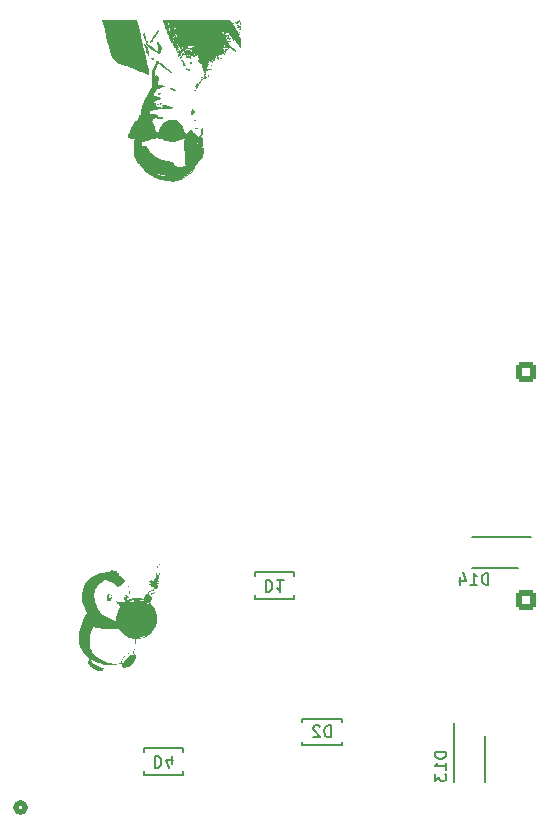
<source format=gbr>
%TF.GenerationSoftware,KiCad,Pcbnew,9.0.0*%
%TF.CreationDate,2026-01-13T21:54:56-06:00*%
%TF.ProjectId,PTN-PumpControlBoard,50544e2d-5075-46d7-9043-6f6e74726f6c,rev?*%
%TF.SameCoordinates,Original*%
%TF.FileFunction,Legend,Bot*%
%TF.FilePolarity,Positive*%
%FSLAX46Y46*%
G04 Gerber Fmt 4.6, Leading zero omitted, Abs format (unit mm)*
G04 Created by KiCad (PCBNEW 9.0.0) date 2026-01-13 21:54:56*
%MOMM*%
%LPD*%
G01*
G04 APERTURE LIST*
G04 Aperture macros list*
%AMRoundRect*
0 Rectangle with rounded corners*
0 $1 Rounding radius*
0 $2 $3 $4 $5 $6 $7 $8 $9 X,Y pos of 4 corners*
0 Add a 4 corners polygon primitive as box body*
4,1,4,$2,$3,$4,$5,$6,$7,$8,$9,$2,$3,0*
0 Add four circle primitives for the rounded corners*
1,1,$1+$1,$2,$3*
1,1,$1+$1,$4,$5*
1,1,$1+$1,$6,$7*
1,1,$1+$1,$8,$9*
0 Add four rect primitives between the rounded corners*
20,1,$1+$1,$2,$3,$4,$5,0*
20,1,$1+$1,$4,$5,$6,$7,0*
20,1,$1+$1,$6,$7,$8,$9,0*
20,1,$1+$1,$8,$9,$2,$3,0*%
%AMFreePoly0*
4,1,22,0.695671,0.830970,0.776777,0.776777,0.830970,0.695671,0.850000,0.600000,0.850000,-0.600000,0.830970,-0.695671,0.776777,-0.776777,0.695671,-0.830970,0.600000,-0.850000,-0.200000,-0.850000,-0.295671,-0.830970,-0.376777,-0.776777,-0.776777,-0.376777,-0.830970,-0.295671,-0.850000,-0.200000,-0.850000,0.600000,-0.830970,0.695671,-0.776777,0.776777,-0.695671,0.830970,-0.600000,0.850000,
0.600000,0.850000,0.695671,0.830970,0.695671,0.830970,$1*%
G04 Aperture macros list end*
%ADD10C,0.150000*%
%ADD11C,0.508000*%
%ADD12C,0.000000*%
%ADD13C,0.152400*%
%ADD14C,0.200000*%
%ADD15C,0.010000*%
%ADD16C,3.600000*%
%ADD17C,6.400000*%
%ADD18C,1.524000*%
%ADD19C,1.300000*%
%ADD20RoundRect,0.250000X-0.600000X-0.600000X0.600000X-0.600000X0.600000X0.600000X-0.600000X0.600000X0*%
%ADD21C,1.700000*%
%ADD22FreePoly0,0.000000*%
%ADD23R,1.143000X0.990600*%
%ADD24R,1.970000X1.670000*%
%ADD25R,1.670000X1.970000*%
G04 APERTURE END LIST*
D10*
X135561905Y-100445180D02*
X135561905Y-101445180D01*
X135561905Y-101445180D02*
X135800000Y-101445180D01*
X135800000Y-101445180D02*
X135942857Y-101397561D01*
X135942857Y-101397561D02*
X136038095Y-101302323D01*
X136038095Y-101302323D02*
X136085714Y-101207085D01*
X136085714Y-101207085D02*
X136133333Y-101016609D01*
X136133333Y-101016609D02*
X136133333Y-100873752D01*
X136133333Y-100873752D02*
X136085714Y-100683276D01*
X136085714Y-100683276D02*
X136038095Y-100588038D01*
X136038095Y-100588038D02*
X135942857Y-100492800D01*
X135942857Y-100492800D02*
X135800000Y-100445180D01*
X135800000Y-100445180D02*
X135561905Y-100445180D01*
X137085714Y-100445180D02*
X136514286Y-100445180D01*
X136800000Y-100445180D02*
X136800000Y-101445180D01*
X136800000Y-101445180D02*
X136704762Y-101302323D01*
X136704762Y-101302323D02*
X136609524Y-101207085D01*
X136609524Y-101207085D02*
X136514286Y-101159466D01*
X126161905Y-115345180D02*
X126161905Y-116345180D01*
X126161905Y-116345180D02*
X126400000Y-116345180D01*
X126400000Y-116345180D02*
X126542857Y-116297561D01*
X126542857Y-116297561D02*
X126638095Y-116202323D01*
X126638095Y-116202323D02*
X126685714Y-116107085D01*
X126685714Y-116107085D02*
X126733333Y-115916609D01*
X126733333Y-115916609D02*
X126733333Y-115773752D01*
X126733333Y-115773752D02*
X126685714Y-115583276D01*
X126685714Y-115583276D02*
X126638095Y-115488038D01*
X126638095Y-115488038D02*
X126542857Y-115392800D01*
X126542857Y-115392800D02*
X126400000Y-115345180D01*
X126400000Y-115345180D02*
X126161905Y-115345180D01*
X127590476Y-116011847D02*
X127590476Y-115345180D01*
X127352381Y-116392800D02*
X127114286Y-115678514D01*
X127114286Y-115678514D02*
X127733333Y-115678514D01*
X141088094Y-113754819D02*
X141088094Y-112754819D01*
X141088094Y-112754819D02*
X140849999Y-112754819D01*
X140849999Y-112754819D02*
X140707142Y-112802438D01*
X140707142Y-112802438D02*
X140611904Y-112897676D01*
X140611904Y-112897676D02*
X140564285Y-112992914D01*
X140564285Y-112992914D02*
X140516666Y-113183390D01*
X140516666Y-113183390D02*
X140516666Y-113326247D01*
X140516666Y-113326247D02*
X140564285Y-113516723D01*
X140564285Y-113516723D02*
X140611904Y-113611961D01*
X140611904Y-113611961D02*
X140707142Y-113707200D01*
X140707142Y-113707200D02*
X140849999Y-113754819D01*
X140849999Y-113754819D02*
X141088094Y-113754819D01*
X140135713Y-112850057D02*
X140088094Y-112802438D01*
X140088094Y-112802438D02*
X139992856Y-112754819D01*
X139992856Y-112754819D02*
X139754761Y-112754819D01*
X139754761Y-112754819D02*
X139659523Y-112802438D01*
X139659523Y-112802438D02*
X139611904Y-112850057D01*
X139611904Y-112850057D02*
X139564285Y-112945295D01*
X139564285Y-112945295D02*
X139564285Y-113040533D01*
X139564285Y-113040533D02*
X139611904Y-113183390D01*
X139611904Y-113183390D02*
X140183332Y-113754819D01*
X140183332Y-113754819D02*
X139564285Y-113754819D01*
X154414285Y-100854819D02*
X154414285Y-99854819D01*
X154414285Y-99854819D02*
X154176190Y-99854819D01*
X154176190Y-99854819D02*
X154033333Y-99902438D01*
X154033333Y-99902438D02*
X153938095Y-99997676D01*
X153938095Y-99997676D02*
X153890476Y-100092914D01*
X153890476Y-100092914D02*
X153842857Y-100283390D01*
X153842857Y-100283390D02*
X153842857Y-100426247D01*
X153842857Y-100426247D02*
X153890476Y-100616723D01*
X153890476Y-100616723D02*
X153938095Y-100711961D01*
X153938095Y-100711961D02*
X154033333Y-100807200D01*
X154033333Y-100807200D02*
X154176190Y-100854819D01*
X154176190Y-100854819D02*
X154414285Y-100854819D01*
X152890476Y-100854819D02*
X153461904Y-100854819D01*
X153176190Y-100854819D02*
X153176190Y-99854819D01*
X153176190Y-99854819D02*
X153271428Y-99997676D01*
X153271428Y-99997676D02*
X153366666Y-100092914D01*
X153366666Y-100092914D02*
X153461904Y-100140533D01*
X152033333Y-100188152D02*
X152033333Y-100854819D01*
X152271428Y-99807200D02*
X152509523Y-100521485D01*
X152509523Y-100521485D02*
X151890476Y-100521485D01*
X150854819Y-114985714D02*
X149854819Y-114985714D01*
X149854819Y-114985714D02*
X149854819Y-115223809D01*
X149854819Y-115223809D02*
X149902438Y-115366666D01*
X149902438Y-115366666D02*
X149997676Y-115461904D01*
X149997676Y-115461904D02*
X150092914Y-115509523D01*
X150092914Y-115509523D02*
X150283390Y-115557142D01*
X150283390Y-115557142D02*
X150426247Y-115557142D01*
X150426247Y-115557142D02*
X150616723Y-115509523D01*
X150616723Y-115509523D02*
X150711961Y-115461904D01*
X150711961Y-115461904D02*
X150807200Y-115366666D01*
X150807200Y-115366666D02*
X150854819Y-115223809D01*
X150854819Y-115223809D02*
X150854819Y-114985714D01*
X150854819Y-116509523D02*
X150854819Y-115938095D01*
X150854819Y-116223809D02*
X149854819Y-116223809D01*
X149854819Y-116223809D02*
X149997676Y-116128571D01*
X149997676Y-116128571D02*
X150092914Y-116033333D01*
X150092914Y-116033333D02*
X150140533Y-115938095D01*
X149854819Y-116842857D02*
X149854819Y-117461904D01*
X149854819Y-117461904D02*
X150235771Y-117128571D01*
X150235771Y-117128571D02*
X150235771Y-117271428D01*
X150235771Y-117271428D02*
X150283390Y-117366666D01*
X150283390Y-117366666D02*
X150331009Y-117414285D01*
X150331009Y-117414285D02*
X150426247Y-117461904D01*
X150426247Y-117461904D02*
X150664342Y-117461904D01*
X150664342Y-117461904D02*
X150759580Y-117414285D01*
X150759580Y-117414285D02*
X150807200Y-117366666D01*
X150807200Y-117366666D02*
X150854819Y-117271428D01*
X150854819Y-117271428D02*
X150854819Y-116985714D01*
X150854819Y-116985714D02*
X150807200Y-116890476D01*
X150807200Y-116890476D02*
X150759580Y-116842857D01*
D11*
%TO.C,J5*%
X115177500Y-119714000D02*
G75*
G02*
X114415500Y-119714000I-381000J0D01*
G01*
X114415500Y-119714000D02*
G75*
G02*
X115177500Y-119714000I381000J0D01*
G01*
D12*
%TO.C,G\u002A\u002A\u002A*%
G36*
X122505012Y-101746328D02*
G01*
X122502363Y-101765760D01*
X122480542Y-101770798D01*
X122476149Y-101765419D01*
X122480542Y-101721858D01*
X122491582Y-101716116D01*
X122505012Y-101746328D01*
G37*
G36*
X126615995Y-99727542D02*
G01*
X126613346Y-99746974D01*
X126591525Y-99752012D01*
X126587132Y-99746633D01*
X126591525Y-99703072D01*
X126602565Y-99697330D01*
X126615995Y-99727542D01*
G37*
G36*
X126579290Y-99066849D02*
G01*
X126596181Y-99098372D01*
X126615433Y-99167788D01*
X126613028Y-99184743D01*
X126579290Y-99213669D01*
X126554251Y-99185971D01*
X126543147Y-99112730D01*
X126543962Y-99080611D01*
X126553850Y-99042019D01*
X126579290Y-99066849D01*
G37*
G36*
X124032696Y-101379105D02*
G01*
X124034290Y-101489392D01*
X124034079Y-101534307D01*
X124031454Y-101625857D01*
X124026457Y-101659320D01*
X124019892Y-101627036D01*
X124013953Y-101489573D01*
X124019892Y-101351747D01*
X124022347Y-101332313D01*
X124028448Y-101324192D01*
X124032696Y-101379105D01*
G37*
G36*
X126457587Y-99357395D02*
G01*
X126411632Y-99390813D01*
X126372388Y-99388678D01*
X126373484Y-99339136D01*
X126382888Y-99309736D01*
X126383575Y-99305432D01*
X126432469Y-99305432D01*
X126450822Y-99323785D01*
X126469174Y-99305432D01*
X126450822Y-99287080D01*
X126432469Y-99305432D01*
X126383575Y-99305432D01*
X126395764Y-99229020D01*
X126398962Y-99206542D01*
X126428188Y-99176964D01*
X126444165Y-99181725D01*
X126473825Y-99229457D01*
X126480237Y-99299905D01*
X126478059Y-99305432D01*
X126457587Y-99357395D01*
G37*
G36*
X122444262Y-102156375D02*
G01*
X122419196Y-102179551D01*
X122321828Y-102215974D01*
X122222443Y-102192693D01*
X122146467Y-102113380D01*
X122146046Y-102112574D01*
X122131433Y-102058323D01*
X122174665Y-102058323D01*
X122175731Y-102072950D01*
X122206031Y-102112237D01*
X122259313Y-102089908D01*
X122268613Y-102074627D01*
X122257135Y-102027551D01*
X122209204Y-102003265D01*
X122193336Y-102009459D01*
X122174665Y-102058323D01*
X122131433Y-102058323D01*
X122117699Y-102007334D01*
X122114370Y-101873894D01*
X122134030Y-101745297D01*
X122174649Y-101654585D01*
X122217805Y-101624357D01*
X122305321Y-101602217D01*
X122393989Y-101605252D01*
X122449695Y-101635792D01*
X122453914Y-101651619D01*
X122421036Y-101652474D01*
X122398408Y-101647454D01*
X122338130Y-101674449D01*
X122298992Y-101751934D01*
X122291453Y-101862922D01*
X122306628Y-101933558D01*
X122353807Y-101991992D01*
X122418033Y-101983253D01*
X122486308Y-101904565D01*
X122545706Y-101801386D01*
X122526928Y-101943583D01*
X122524243Y-101960991D01*
X122491564Y-102073125D01*
X122490711Y-102074627D01*
X122444262Y-102156375D01*
G37*
G36*
X126481878Y-100348457D02*
G01*
X126472024Y-100362979D01*
X126441714Y-100436405D01*
X126463525Y-100502946D01*
X126495875Y-100560477D01*
X126497911Y-100599148D01*
X126450822Y-100608467D01*
X126426256Y-100610750D01*
X126395768Y-100634764D01*
X126415957Y-100666644D01*
X126478350Y-100683347D01*
X126526915Y-100687405D01*
X126520741Y-100703936D01*
X126453229Y-100743124D01*
X126386645Y-100783185D01*
X126372469Y-100813149D01*
X126409544Y-100848246D01*
X126443610Y-100882614D01*
X126434665Y-100919104D01*
X126426637Y-100927262D01*
X126404608Y-100992093D01*
X126397564Y-101071213D01*
X126395764Y-101091430D01*
X126380126Y-101221615D01*
X126374550Y-101268036D01*
X126299991Y-101418618D01*
X126203735Y-101500495D01*
X126166667Y-101532026D01*
X125969318Y-101614714D01*
X125912235Y-101641130D01*
X125844102Y-101694613D01*
X125831377Y-101704602D01*
X125800612Y-101742172D01*
X125795551Y-101784433D01*
X125844889Y-101837822D01*
X125890715Y-101888651D01*
X125904444Y-101931905D01*
X125913341Y-101959935D01*
X125891779Y-102052343D01*
X125824997Y-102183815D01*
X125732282Y-102346014D01*
X125857619Y-102477457D01*
X126000069Y-102640358D01*
X126011569Y-102653509D01*
X126181224Y-102909671D01*
X126290645Y-103178747D01*
X126345549Y-103476243D01*
X126351652Y-103817669D01*
X126347355Y-103904291D01*
X126334005Y-104068599D01*
X126329321Y-104095461D01*
X126311836Y-104195731D01*
X126310635Y-104199541D01*
X126275435Y-104311168D01*
X126219392Y-104440387D01*
X126128307Y-104609111D01*
X125930951Y-104872624D01*
X125691485Y-105096415D01*
X125421461Y-105272093D01*
X125132433Y-105391263D01*
X124835954Y-105445530D01*
X124560504Y-105463208D01*
X124553431Y-105687788D01*
X124546359Y-105912369D01*
X124533509Y-105689981D01*
X124520660Y-105467593D01*
X124295402Y-105421067D01*
X124112833Y-105366998D01*
X124487287Y-105366998D01*
X124524447Y-105370635D01*
X124615561Y-105371499D01*
X124962362Y-105345354D01*
X125271233Y-105263472D01*
X125542981Y-105123231D01*
X125784410Y-104922015D01*
X125860211Y-104835760D01*
X125960299Y-104700216D01*
X126055757Y-104551191D01*
X126136191Y-104406318D01*
X126191205Y-104283224D01*
X126210403Y-104199541D01*
X126206974Y-104195415D01*
X126179256Y-104228211D01*
X126129897Y-104309892D01*
X126066324Y-104428652D01*
X126062880Y-104435361D01*
X125882881Y-104724643D01*
X125669389Y-104953380D01*
X125415815Y-105126084D01*
X125115564Y-105247269D01*
X124762045Y-105321446D01*
X124745735Y-105323674D01*
X124593311Y-105345097D01*
X124508702Y-105359012D01*
X124487287Y-105366998D01*
X124112833Y-105366998D01*
X124017634Y-105338804D01*
X123709839Y-105181220D01*
X123441171Y-104965861D01*
X123220991Y-104699019D01*
X123213093Y-104687182D01*
X123131415Y-104576161D01*
X123071528Y-104522441D01*
X123024420Y-104517712D01*
X122882975Y-104557424D01*
X122658605Y-104588225D01*
X122393568Y-104600152D01*
X122104293Y-104594108D01*
X121807204Y-104570996D01*
X121518728Y-104531719D01*
X121255292Y-104477179D01*
X121033321Y-104408279D01*
X121012660Y-104405662D01*
X120972547Y-104432953D01*
X120923378Y-104510108D01*
X120857923Y-104646965D01*
X120835826Y-104697676D01*
X120705661Y-105081107D01*
X120641278Y-105458650D01*
X120642732Y-105823737D01*
X120710072Y-106169800D01*
X120843351Y-106490271D01*
X120867721Y-106532568D01*
X121033718Y-106749511D01*
X121259108Y-106958986D01*
X121532193Y-107152494D01*
X121841278Y-107321537D01*
X122174665Y-107457617D01*
X122182045Y-107460067D01*
X122311412Y-107489756D01*
X122479715Y-107511579D01*
X122668362Y-107525049D01*
X122858761Y-107529683D01*
X123032320Y-107524997D01*
X123170448Y-107510508D01*
X123254552Y-107485730D01*
X123278214Y-107464880D01*
X123316023Y-107402160D01*
X123394072Y-107402160D01*
X123395142Y-107520816D01*
X123411694Y-107611166D01*
X123420935Y-107634248D01*
X123439900Y-107659623D01*
X123459015Y-107630227D01*
X123486774Y-107537756D01*
X123548380Y-107390030D01*
X123661573Y-107212918D01*
X123806664Y-107040871D01*
X123967201Y-106895869D01*
X124136895Y-106800834D01*
X124304626Y-106773898D01*
X124461977Y-106816987D01*
X124512898Y-106842394D01*
X124519041Y-106835143D01*
X124473479Y-106781664D01*
X124410471Y-106724123D01*
X124261875Y-106657289D01*
X124089184Y-106651649D01*
X123902489Y-106706671D01*
X123711884Y-106821822D01*
X123582450Y-106944479D01*
X123456974Y-107145087D01*
X123396509Y-107373641D01*
X123394072Y-107402160D01*
X123316023Y-107402160D01*
X123330415Y-107378285D01*
X123373275Y-107255606D01*
X123391828Y-107192949D01*
X123444731Y-107059981D01*
X123502071Y-106958177D01*
X123603459Y-106846303D01*
X123787412Y-106713067D01*
X123994719Y-106623920D01*
X124201443Y-106591415D01*
X124218668Y-106590608D01*
X124292155Y-106562252D01*
X124354835Y-106486939D01*
X124412149Y-106355919D01*
X124469540Y-106160445D01*
X124497384Y-106054382D01*
X124511649Y-106009995D01*
X124513012Y-106030519D01*
X124503814Y-106112688D01*
X124497456Y-106153573D01*
X124460762Y-106302107D01*
X124410292Y-106442455D01*
X124376790Y-106525051D01*
X124361949Y-106594954D01*
X124382330Y-106623787D01*
X124382865Y-106623969D01*
X124439861Y-106659763D01*
X124512537Y-106723637D01*
X124543728Y-106761399D01*
X124570427Y-106835143D01*
X124588967Y-106886353D01*
X124581285Y-107034874D01*
X124528137Y-107196746D01*
X124436975Y-107361749D01*
X124315253Y-107519666D01*
X124170426Y-107660277D01*
X124009948Y-107773365D01*
X123841272Y-107848711D01*
X123671853Y-107876097D01*
X123626265Y-107875639D01*
X123533191Y-107865051D01*
X123474725Y-107830000D01*
X123422240Y-107756805D01*
X123413110Y-107741325D01*
X123367861Y-107646049D01*
X123349369Y-107573279D01*
X123348693Y-107543468D01*
X123338326Y-107518796D01*
X123303215Y-107515350D01*
X123228156Y-107533040D01*
X123097945Y-107571773D01*
X123034813Y-107587080D01*
X122877512Y-107610412D01*
X122684714Y-107626997D01*
X122478049Y-107636076D01*
X122279145Y-107636887D01*
X122109633Y-107628672D01*
X121991139Y-107610669D01*
X121949673Y-107601177D01*
X121915169Y-107609409D01*
X121901622Y-107658232D01*
X121899541Y-107749077D01*
X121899198Y-107764049D01*
X121880985Y-107909689D01*
X121808283Y-108046177D01*
X121679145Y-108136703D01*
X121663859Y-108142645D01*
X121524619Y-108157981D01*
X121354372Y-108126544D01*
X121167986Y-108056206D01*
X120980326Y-107954838D01*
X120806260Y-107830311D01*
X120660652Y-107690498D01*
X120558371Y-107543269D01*
X120532450Y-107489636D01*
X120492672Y-107365964D01*
X120502561Y-107265495D01*
X120556885Y-107174402D01*
X120732553Y-107174402D01*
X120768616Y-107256179D01*
X120867648Y-107386535D01*
X121010822Y-107525138D01*
X121173163Y-107649987D01*
X121330257Y-107740048D01*
X121366339Y-107755599D01*
X121520760Y-107813787D01*
X121669780Y-107860115D01*
X121844319Y-107906158D01*
X121844319Y-107749077D01*
X121842485Y-107667939D01*
X121825104Y-107609595D01*
X121773746Y-107575479D01*
X121669969Y-107543888D01*
X121519009Y-107496654D01*
X121334782Y-107428612D01*
X121153999Y-107353048D01*
X120998993Y-107279351D01*
X120892100Y-107216911D01*
X120811783Y-107165491D01*
X120747599Y-107143964D01*
X120732553Y-107174402D01*
X120556885Y-107174402D01*
X120562361Y-107165219D01*
X120638496Y-107068429D01*
X120516480Y-106969034D01*
X120496707Y-106952795D01*
X120214656Y-106684575D01*
X119995717Y-106397612D01*
X119839638Y-106089160D01*
X119746166Y-105756473D01*
X119715047Y-105396806D01*
X119746028Y-105007411D01*
X119838857Y-104585544D01*
X119993280Y-104128459D01*
X120015982Y-104076371D01*
X126220080Y-104076371D01*
X126224473Y-104119931D01*
X126235513Y-104125674D01*
X126248943Y-104095461D01*
X126246294Y-104076030D01*
X126224473Y-104070991D01*
X126220080Y-104076371D01*
X120015982Y-104076371D01*
X120209044Y-103633409D01*
X120295814Y-103450202D01*
X120357437Y-103313157D01*
X120393486Y-103219351D01*
X120407616Y-103157330D01*
X120403482Y-103115641D01*
X120384738Y-103082831D01*
X120365547Y-103055577D01*
X120298568Y-102937616D01*
X120223141Y-102780505D01*
X120149283Y-102607279D01*
X120087011Y-102440973D01*
X120046342Y-102304623D01*
X120040979Y-102279305D01*
X120020842Y-102136426D01*
X120006958Y-101960159D01*
X120002073Y-101782846D01*
X120004297Y-101688055D01*
X120054686Y-101306211D01*
X120167839Y-100956526D01*
X120339016Y-100643928D01*
X120563478Y-100373347D01*
X120836486Y-100149713D01*
X121153298Y-99977954D01*
X121509175Y-99863000D01*
X121899376Y-99809779D01*
X122063932Y-99799980D01*
X122182420Y-99787072D01*
X122263482Y-99766872D01*
X122325536Y-99734703D01*
X122386998Y-99685883D01*
X122448016Y-99638807D01*
X122551996Y-99589141D01*
X122632073Y-99591143D01*
X122675906Y-99646495D01*
X122684153Y-99668438D01*
X122727457Y-99698682D01*
X122819290Y-99697537D01*
X122887331Y-99692735D01*
X122934362Y-99707937D01*
X122945475Y-99757315D01*
X122970535Y-99819478D01*
X123055590Y-99856010D01*
X123131364Y-99885268D01*
X123164495Y-99939616D01*
X123127783Y-100007719D01*
X123120023Y-100020308D01*
X123144118Y-100060641D01*
X123237079Y-100112028D01*
X123352139Y-100178215D01*
X123522628Y-100320033D01*
X123686197Y-100500263D01*
X123828519Y-100700413D01*
X123935266Y-100901995D01*
X123992113Y-101086515D01*
X123993258Y-101093874D01*
X123995767Y-101136645D01*
X123979639Y-101109544D01*
X123944565Y-101012087D01*
X123873075Y-100823401D01*
X123797524Y-100688808D01*
X123716735Y-100622597D01*
X123623965Y-100622377D01*
X123512468Y-100685757D01*
X123375501Y-100810346D01*
X123358278Y-100827584D01*
X123254631Y-100921251D01*
X123164598Y-100987253D01*
X123106020Y-101012224D01*
X123041268Y-100999689D01*
X122952988Y-100953615D01*
X122835746Y-100867134D01*
X122679149Y-100733458D01*
X122638515Y-100699200D01*
X122445954Y-100574053D01*
X122241260Y-100491485D01*
X122048835Y-100462005D01*
X121943838Y-100475559D01*
X121764532Y-100544599D01*
X121579599Y-100661795D01*
X121403651Y-100815540D01*
X121251299Y-100994225D01*
X121137153Y-101186245D01*
X121104924Y-101263523D01*
X121080157Y-101351942D01*
X121065582Y-101458874D01*
X121058835Y-101602596D01*
X121057550Y-101801386D01*
X121057591Y-101812695D01*
X121066441Y-102074640D01*
X121094762Y-102288473D01*
X121149190Y-102477512D01*
X121236360Y-102665075D01*
X121362907Y-102874483D01*
X121434597Y-102985202D01*
X121509613Y-103102200D01*
X121561784Y-103184857D01*
X121590596Y-103223159D01*
X121678439Y-103311024D01*
X121784741Y-103394952D01*
X121832435Y-103425821D01*
X121957596Y-103499030D01*
X122116058Y-103585557D01*
X122291608Y-103677181D01*
X122468034Y-103765681D01*
X122629123Y-103842837D01*
X122758663Y-103900430D01*
X122840442Y-103930237D01*
X122863772Y-103935749D01*
X122907350Y-103935683D01*
X122921075Y-103897608D01*
X122915279Y-103804110D01*
X122911692Y-103674440D01*
X122943062Y-103417061D01*
X122998977Y-103215781D01*
X123029824Y-103215781D01*
X123035201Y-103229881D01*
X123068737Y-103184750D01*
X123130102Y-103075970D01*
X123192938Y-102967231D01*
X123285213Y-102822525D01*
X123381331Y-102683346D01*
X123541899Y-102462080D01*
X123416664Y-102581772D01*
X123388279Y-102608901D01*
X123309135Y-102697524D01*
X123206807Y-102841064D01*
X123123526Y-102988001D01*
X123104869Y-103027556D01*
X123052936Y-103146867D01*
X123029824Y-103215781D01*
X122998977Y-103215781D01*
X123017744Y-103148223D01*
X123129748Y-102893366D01*
X123131452Y-102890193D01*
X123203761Y-102745104D01*
X123234698Y-102656963D01*
X123223738Y-102627253D01*
X123185906Y-102615670D01*
X123128248Y-102568372D01*
X123212352Y-102568372D01*
X123212920Y-102580902D01*
X123260528Y-102587650D01*
X123296607Y-102581772D01*
X123282704Y-102565474D01*
X123261478Y-102559610D01*
X123212352Y-102568372D01*
X123128248Y-102568372D01*
X123124319Y-102565149D01*
X123108580Y-102545400D01*
X123093514Y-102518612D01*
X123129001Y-102535731D01*
X123141410Y-102538718D01*
X123126835Y-102506647D01*
X123073943Y-102438372D01*
X123038250Y-102397825D01*
X122978742Y-102338693D01*
X122948389Y-102321114D01*
X122947179Y-102323209D01*
X122965607Y-102361179D01*
X123019021Y-102425519D01*
X123031350Y-102439100D01*
X123070518Y-102494623D01*
X123066210Y-102517138D01*
X123028588Y-102498771D01*
X122973503Y-102433149D01*
X122927823Y-102345842D01*
X122908770Y-102264486D01*
X122910048Y-102252398D01*
X122916905Y-102241213D01*
X122927614Y-102241213D01*
X123037484Y-102264717D01*
X123068358Y-102270928D01*
X123257235Y-102288724D01*
X123400779Y-102264330D01*
X123444050Y-102242220D01*
X123440364Y-102213170D01*
X123384682Y-102156794D01*
X123373545Y-102146709D01*
X123272765Y-102087022D01*
X123167978Y-102091067D01*
X123043150Y-102158944D01*
X122927614Y-102241213D01*
X122916905Y-102241213D01*
X122952683Y-102182853D01*
X123038551Y-102113870D01*
X123144212Y-102061044D01*
X123246227Y-102039970D01*
X123306799Y-102050300D01*
X123405974Y-102113329D01*
X123473332Y-102213559D01*
X123477297Y-102242220D01*
X123489108Y-102327584D01*
X123473228Y-102435781D01*
X123593224Y-102340034D01*
X123623750Y-102314148D01*
X123671858Y-102261809D01*
X124053329Y-102261809D01*
X124079844Y-102311052D01*
X124117763Y-102347860D01*
X124188375Y-102365403D01*
X124285215Y-102326456D01*
X124338532Y-102291627D01*
X124389846Y-102225483D01*
X124370384Y-102160493D01*
X124323350Y-102126093D01*
X124759535Y-102126093D01*
X124785266Y-102137269D01*
X124876949Y-102158476D01*
X125037671Y-102191540D01*
X125103515Y-102207163D01*
X125161037Y-102225483D01*
X125271983Y-102260818D01*
X125423076Y-102324443D01*
X125484538Y-102357054D01*
X125629348Y-102443421D01*
X125656564Y-102462080D01*
X125753423Y-102528486D01*
X125900243Y-102640358D01*
X125758052Y-102489957D01*
X125672620Y-102410603D01*
X125452841Y-102269232D01*
X125198289Y-102171970D01*
X124930848Y-102128381D01*
X124893585Y-102126539D01*
X124796670Y-102123125D01*
X124759535Y-102126093D01*
X124323350Y-102126093D01*
X124320827Y-102124248D01*
X124225346Y-102122656D01*
X124116122Y-102182584D01*
X124078060Y-102215936D01*
X124053329Y-102261809D01*
X123671858Y-102261809D01*
X123676514Y-102256744D01*
X123683542Y-102224715D01*
X123630033Y-102160465D01*
X123589659Y-102054313D01*
X123758756Y-102054313D01*
X123767518Y-102103439D01*
X123780048Y-102102871D01*
X123786797Y-102055264D01*
X123780919Y-102019184D01*
X123764621Y-102033088D01*
X123758756Y-102054313D01*
X123589659Y-102054313D01*
X123587367Y-102048287D01*
X123572774Y-101923091D01*
X123576084Y-101801386D01*
X123612783Y-101929381D01*
X123618809Y-101950234D01*
X123643142Y-102019042D01*
X123666273Y-102027478D01*
X123702792Y-101984472D01*
X123736707Y-101915306D01*
X123746100Y-101826817D01*
X123722479Y-101758014D01*
X123669115Y-101733288D01*
X123668139Y-101733366D01*
X123625361Y-101727048D01*
X123646080Y-101687407D01*
X123697835Y-101644884D01*
X123763240Y-101651475D01*
X123820508Y-101729703D01*
X123822767Y-101734739D01*
X123861283Y-101909477D01*
X123834436Y-102055264D01*
X123827785Y-102091384D01*
X123792465Y-102184282D01*
X123917469Y-102124672D01*
X123992648Y-102082554D01*
X124028309Y-102031671D01*
X124026696Y-101951576D01*
X124018782Y-101888954D01*
X124021645Y-101876448D01*
X124040247Y-101929854D01*
X124082388Y-101999372D01*
X124159042Y-102013304D01*
X124237190Y-102006053D01*
X124362960Y-101994395D01*
X124506844Y-101981065D01*
X124746169Y-101976603D01*
X124984690Y-102003330D01*
X125187562Y-102057537D01*
X125194847Y-102059903D01*
X125230412Y-102050785D01*
X125233472Y-102044908D01*
X125322497Y-102044908D01*
X125336133Y-102076675D01*
X125337507Y-102076584D01*
X125367351Y-102041881D01*
X125392507Y-101963405D01*
X125407676Y-101908507D01*
X125459482Y-101840007D01*
X125544085Y-101832372D01*
X125668244Y-101883646D01*
X125708935Y-101904701D01*
X125780252Y-101933574D01*
X125808480Y-101931905D01*
X125807013Y-101925528D01*
X125764615Y-101884734D01*
X125681686Y-101835808D01*
X125582656Y-101790267D01*
X125491957Y-101759627D01*
X125434019Y-101755403D01*
X125420476Y-101764120D01*
X125376558Y-101828173D01*
X125340486Y-101926680D01*
X125332484Y-101961200D01*
X125322497Y-102044908D01*
X125233472Y-102044908D01*
X125260098Y-101993772D01*
X125291052Y-101876349D01*
X125312002Y-101794337D01*
X125350850Y-101702156D01*
X125394658Y-101672918D01*
X125423236Y-101663542D01*
X125472324Y-101627791D01*
X125551544Y-101627791D01*
X125557973Y-101647683D01*
X125606602Y-101686191D01*
X125633874Y-101694977D01*
X125661660Y-101694613D01*
X125652186Y-101679646D01*
X125606602Y-101636213D01*
X125573369Y-101615634D01*
X125551544Y-101627791D01*
X125472324Y-101627791D01*
X125494849Y-101611386D01*
X125565023Y-101540052D01*
X125624954Y-101540052D01*
X125640386Y-101584400D01*
X125693102Y-101649802D01*
X125716521Y-101669984D01*
X125763803Y-101691029D01*
X125804798Y-101659002D01*
X125805351Y-101658321D01*
X125824223Y-101600075D01*
X125825070Y-101519035D01*
X125813880Y-101463160D01*
X125851979Y-101463160D01*
X125854060Y-101473319D01*
X125891233Y-101519035D01*
X125902484Y-101532872D01*
X125990649Y-101557560D01*
X126092946Y-101539293D01*
X126138418Y-101500495D01*
X126137031Y-101445098D01*
X126093496Y-101392374D01*
X126021577Y-101358117D01*
X125935042Y-101358122D01*
X125929222Y-101359631D01*
X125862376Y-101395708D01*
X125851979Y-101463160D01*
X125813880Y-101463160D01*
X125810654Y-101447053D01*
X125783736Y-101415981D01*
X125780732Y-101416068D01*
X125716614Y-101440613D01*
X125653476Y-101490703D01*
X125624954Y-101540052D01*
X125565023Y-101540052D01*
X125576142Y-101528749D01*
X125608245Y-101494172D01*
X125723324Y-101399482D01*
X125836600Y-101340582D01*
X125883168Y-101324614D01*
X126012104Y-101260358D01*
X126032071Y-101236179D01*
X126126609Y-101236179D01*
X126137843Y-101339850D01*
X126140221Y-101349343D01*
X126177800Y-101432455D01*
X126224498Y-101446206D01*
X126274219Y-101392779D01*
X126320864Y-101274354D01*
X126332834Y-101221615D01*
X126318357Y-101169747D01*
X126247971Y-101133209D01*
X126193698Y-101115312D01*
X126149935Y-101120689D01*
X126131077Y-101172702D01*
X126126609Y-101236179D01*
X126032071Y-101236179D01*
X126075118Y-101184050D01*
X126078012Y-101089659D01*
X126069480Y-101054990D01*
X126049998Y-101002626D01*
X126182439Y-101002626D01*
X126198877Y-101038010D01*
X126261586Y-101079315D01*
X126284439Y-101082855D01*
X126310038Y-101071213D01*
X126287402Y-101015502D01*
X126273769Y-100992857D01*
X126225224Y-100945838D01*
X126188485Y-100948322D01*
X126182439Y-101002626D01*
X126049998Y-101002626D01*
X126045605Y-100990818D01*
X126013015Y-100991849D01*
X125954279Y-101052906D01*
X125878011Y-101140692D01*
X125903118Y-101050730D01*
X125904589Y-101045456D01*
X125917031Y-100988762D01*
X125897626Y-100983457D01*
X125831648Y-101024047D01*
X125786832Y-101049845D01*
X125741134Y-101058811D01*
X125746938Y-101025089D01*
X125807615Y-100957950D01*
X125815848Y-100950284D01*
X125860028Y-100885063D01*
X125835032Y-100842943D01*
X125742080Y-100826372D01*
X125687246Y-100824098D01*
X125672090Y-100815203D01*
X125722138Y-100792239D01*
X125738954Y-100785109D01*
X125817953Y-100729833D01*
X125824517Y-100664635D01*
X125759304Y-100585863D01*
X125696359Y-100528440D01*
X125667564Y-100488166D01*
X125701016Y-100486596D01*
X125797634Y-100522206D01*
X125831168Y-100536121D01*
X125896306Y-100560158D01*
X125909119Y-100553606D01*
X125880941Y-100515559D01*
X125852415Y-100475619D01*
X125868647Y-100463952D01*
X125944423Y-100477610D01*
X126007419Y-100487654D01*
X126067386Y-100470184D01*
X126116583Y-100399797D01*
X126120583Y-100392422D01*
X126156983Y-100329426D01*
X126170993Y-100327982D01*
X126174063Y-100385177D01*
X126175784Y-100425834D01*
X126185399Y-100464477D01*
X126201669Y-100438858D01*
X126222917Y-100354865D01*
X126223517Y-100351531D01*
X126322353Y-100351531D01*
X126322774Y-100359837D01*
X126338540Y-100388236D01*
X126344428Y-100386547D01*
X126377411Y-100351531D01*
X126383146Y-100337312D01*
X126361225Y-100314825D01*
X126350571Y-100316236D01*
X126322353Y-100351531D01*
X126223517Y-100351531D01*
X126247468Y-100218388D01*
X126273644Y-100035318D01*
X126291288Y-99910426D01*
X126317027Y-99759134D01*
X126341688Y-99644625D01*
X126361736Y-99584985D01*
X126371630Y-99569663D01*
X126389785Y-99551241D01*
X126381005Y-99599074D01*
X126380597Y-99600751D01*
X126367986Y-99675362D01*
X126352621Y-99796681D01*
X126337736Y-99939291D01*
X126326902Y-100074446D01*
X126326983Y-100153711D01*
X126339942Y-100186221D01*
X126367365Y-100185133D01*
X126379530Y-100177729D01*
X126425420Y-100116023D01*
X126465233Y-100019865D01*
X126504669Y-99931938D01*
X126565658Y-99853028D01*
X126628956Y-99808288D01*
X126677872Y-99813889D01*
X126684954Y-99847090D01*
X126656098Y-99886502D01*
X126613459Y-99891148D01*
X126591951Y-99895687D01*
X126579290Y-99949485D01*
X126578254Y-99962526D01*
X126547077Y-100047706D01*
X126486018Y-100139786D01*
X126466753Y-100163822D01*
X126422224Y-100234071D01*
X126415609Y-100273495D01*
X126442963Y-100271202D01*
X126490528Y-100225166D01*
X126509905Y-100201328D01*
X126538552Y-100185538D01*
X126542676Y-100215540D01*
X126523408Y-100275219D01*
X126488198Y-100337312D01*
X126481878Y-100348457D01*
G37*
D13*
%TO.C,D1*%
X134623600Y-99769700D02*
X137976400Y-99769700D01*
X134623600Y-100071960D02*
X134623600Y-99769700D01*
X134623600Y-102030300D02*
X134623600Y-101728040D01*
X137976400Y-99769700D02*
X137976400Y-100071960D01*
X137976400Y-101728040D02*
X137976400Y-102030300D01*
X137976400Y-102030300D02*
X134623600Y-102030300D01*
%TO.C,D4*%
X125223600Y-114669700D02*
X128576400Y-114669700D01*
X125223600Y-114971960D02*
X125223600Y-114669700D01*
X125223600Y-116930300D02*
X125223600Y-116628040D01*
X128576400Y-114669700D02*
X128576400Y-114971960D01*
X128576400Y-116628040D02*
X128576400Y-116930300D01*
X128576400Y-116930300D02*
X125223600Y-116930300D01*
%TO.C,D2*%
X138673600Y-112169700D02*
X142026400Y-112169700D01*
X138673600Y-112471960D02*
X138673600Y-112169700D01*
X138673600Y-114430300D02*
X138673600Y-114128040D01*
X142026400Y-112169700D02*
X142026400Y-112471960D01*
X142026400Y-114128040D02*
X142026400Y-114430300D01*
X142026400Y-114430300D02*
X138673600Y-114430300D01*
D14*
%TO.C,D14*%
X156950000Y-99400000D02*
X153050000Y-99400000D01*
X158010000Y-96800000D02*
X153050000Y-96800000D01*
%TO.C,D13*%
X151500000Y-112590000D02*
X151500000Y-117550000D01*
X154100000Y-113650000D02*
X154100000Y-117550000D01*
D15*
%TO.C,LOGO1*%
X126628285Y-65896428D02*
X126610143Y-65914571D01*
X126592000Y-65896428D01*
X126610143Y-65878285D01*
X126628285Y-65896428D01*
G36*
X126628285Y-65896428D02*
G01*
X126610143Y-65914571D01*
X126592000Y-65896428D01*
X126610143Y-65878285D01*
X126628285Y-65896428D01*
G37*
X127499143Y-57405571D02*
X127481000Y-57423714D01*
X127462857Y-57405571D01*
X127481000Y-57387428D01*
X127499143Y-57405571D01*
G36*
X127499143Y-57405571D02*
G01*
X127481000Y-57423714D01*
X127462857Y-57405571D01*
X127481000Y-57387428D01*
X127499143Y-57405571D01*
G37*
X127789428Y-54466428D02*
X127771285Y-54484571D01*
X127753143Y-54466428D01*
X127771285Y-54448285D01*
X127789428Y-54466428D01*
G36*
X127789428Y-54466428D02*
G01*
X127771285Y-54484571D01*
X127753143Y-54466428D01*
X127771285Y-54448285D01*
X127789428Y-54466428D01*
G37*
X128370000Y-56135571D02*
X128351857Y-56153714D01*
X128333714Y-56135571D01*
X128351857Y-56117428D01*
X128370000Y-56135571D01*
G36*
X128370000Y-56135571D02*
G01*
X128351857Y-56153714D01*
X128333714Y-56135571D01*
X128351857Y-56117428D01*
X128370000Y-56135571D01*
G37*
X128587714Y-56534714D02*
X128569571Y-56552857D01*
X128551428Y-56534714D01*
X128569571Y-56516571D01*
X128587714Y-56534714D01*
G36*
X128587714Y-56534714D02*
G01*
X128569571Y-56552857D01*
X128551428Y-56534714D01*
X128569571Y-56516571D01*
X128587714Y-56534714D01*
G37*
X128660285Y-55700143D02*
X128642143Y-55718285D01*
X128624000Y-55700143D01*
X128642143Y-55682000D01*
X128660285Y-55700143D01*
G36*
X128660285Y-55700143D02*
G01*
X128642143Y-55718285D01*
X128624000Y-55700143D01*
X128642143Y-55682000D01*
X128660285Y-55700143D01*
G37*
X128696571Y-55482428D02*
X128678428Y-55500571D01*
X128660285Y-55482428D01*
X128678428Y-55464285D01*
X128696571Y-55482428D01*
G36*
X128696571Y-55482428D02*
G01*
X128678428Y-55500571D01*
X128660285Y-55482428D01*
X128678428Y-55464285D01*
X128696571Y-55482428D01*
G37*
X128841714Y-57151571D02*
X128823571Y-57169714D01*
X128805428Y-57151571D01*
X128823571Y-57133428D01*
X128841714Y-57151571D01*
G36*
X128841714Y-57151571D02*
G01*
X128823571Y-57169714D01*
X128805428Y-57151571D01*
X128823571Y-57133428D01*
X128841714Y-57151571D01*
G37*
X129204571Y-56679857D02*
X129186428Y-56698000D01*
X129168285Y-56679857D01*
X129186428Y-56661714D01*
X129204571Y-56679857D01*
G36*
X129204571Y-56679857D02*
G01*
X129186428Y-56698000D01*
X129168285Y-56679857D01*
X129186428Y-56661714D01*
X129204571Y-56679857D01*
G37*
X129531143Y-58965857D02*
X129513000Y-58984000D01*
X129494857Y-58965857D01*
X129513000Y-58947714D01*
X129531143Y-58965857D01*
G36*
X129531143Y-58965857D02*
G01*
X129513000Y-58984000D01*
X129494857Y-58965857D01*
X129513000Y-58947714D01*
X129531143Y-58965857D01*
G37*
X129640000Y-58603000D02*
X129621857Y-58621143D01*
X129603714Y-58603000D01*
X129621857Y-58584857D01*
X129640000Y-58603000D01*
G36*
X129640000Y-58603000D02*
G01*
X129621857Y-58621143D01*
X129603714Y-58603000D01*
X129621857Y-58584857D01*
X129640000Y-58603000D01*
G37*
X129966571Y-56317000D02*
X129948428Y-56335142D01*
X129930286Y-56317000D01*
X129948428Y-56298857D01*
X129966571Y-56317000D01*
G36*
X129966571Y-56317000D02*
G01*
X129948428Y-56335142D01*
X129930286Y-56317000D01*
X129948428Y-56298857D01*
X129966571Y-56317000D01*
G37*
X130148000Y-57877285D02*
X130129857Y-57895428D01*
X130111714Y-57877285D01*
X130129857Y-57859142D01*
X130148000Y-57877285D01*
G36*
X130148000Y-57877285D02*
G01*
X130129857Y-57895428D01*
X130111714Y-57877285D01*
X130129857Y-57859142D01*
X130148000Y-57877285D01*
G37*
X130148000Y-58022428D02*
X130129857Y-58040571D01*
X130111714Y-58022428D01*
X130129857Y-58004285D01*
X130148000Y-58022428D01*
G36*
X130148000Y-58022428D02*
G01*
X130129857Y-58040571D01*
X130111714Y-58022428D01*
X130129857Y-58004285D01*
X130148000Y-58022428D01*
G37*
X130692286Y-57732142D02*
X130674143Y-57750285D01*
X130656000Y-57732142D01*
X130674143Y-57714000D01*
X130692286Y-57732142D01*
G36*
X130692286Y-57732142D02*
G01*
X130674143Y-57750285D01*
X130656000Y-57732142D01*
X130674143Y-57714000D01*
X130692286Y-57732142D01*
G37*
X130946286Y-56861285D02*
X130928143Y-56879428D01*
X130910000Y-56861285D01*
X130928143Y-56843142D01*
X130946286Y-56861285D01*
G36*
X130946286Y-56861285D02*
G01*
X130928143Y-56879428D01*
X130910000Y-56861285D01*
X130928143Y-56843142D01*
X130946286Y-56861285D01*
G37*
X131164000Y-56425857D02*
X131145857Y-56444000D01*
X131127714Y-56425857D01*
X131145857Y-56407714D01*
X131164000Y-56425857D01*
G36*
X131164000Y-56425857D02*
G01*
X131145857Y-56444000D01*
X131127714Y-56425857D01*
X131145857Y-56407714D01*
X131164000Y-56425857D01*
G37*
X132325143Y-54793000D02*
X132307000Y-54811143D01*
X132288857Y-54793000D01*
X132307000Y-54774857D01*
X132325143Y-54793000D01*
G36*
X132325143Y-54793000D02*
G01*
X132307000Y-54811143D01*
X132288857Y-54793000D01*
X132307000Y-54774857D01*
X132325143Y-54793000D01*
G37*
X132397714Y-54321285D02*
X132379571Y-54339428D01*
X132361428Y-54321285D01*
X132379571Y-54303143D01*
X132397714Y-54321285D01*
G36*
X132397714Y-54321285D02*
G01*
X132379571Y-54339428D01*
X132361428Y-54321285D01*
X132379571Y-54303143D01*
X132397714Y-54321285D01*
G37*
X132397714Y-55409857D02*
X132379571Y-55428000D01*
X132361428Y-55409857D01*
X132379571Y-55391714D01*
X132397714Y-55409857D01*
G36*
X132397714Y-55409857D02*
G01*
X132379571Y-55428000D01*
X132361428Y-55409857D01*
X132379571Y-55391714D01*
X132397714Y-55409857D01*
G37*
X132470285Y-54611571D02*
X132452143Y-54629714D01*
X132434000Y-54611571D01*
X132452143Y-54593428D01*
X132470285Y-54611571D01*
G36*
X132470285Y-54611571D02*
G01*
X132452143Y-54629714D01*
X132434000Y-54611571D01*
X132452143Y-54593428D01*
X132470285Y-54611571D01*
G37*
X132506571Y-54829285D02*
X132488428Y-54847428D01*
X132470285Y-54829285D01*
X132488428Y-54811143D01*
X132506571Y-54829285D01*
G36*
X132506571Y-54829285D02*
G01*
X132488428Y-54847428D01*
X132470285Y-54829285D01*
X132488428Y-54811143D01*
X132506571Y-54829285D01*
G37*
X132542857Y-54539000D02*
X132524714Y-54557143D01*
X132506571Y-54539000D01*
X132524714Y-54520857D01*
X132542857Y-54539000D01*
G36*
X132542857Y-54539000D02*
G01*
X132524714Y-54557143D01*
X132506571Y-54539000D01*
X132524714Y-54520857D01*
X132542857Y-54539000D01*
G37*
X125196066Y-61345190D02*
X125201047Y-61366762D01*
X125195729Y-61371104D01*
X125152666Y-61366762D01*
X125146990Y-61355847D01*
X125176857Y-61342571D01*
X125196066Y-61345190D01*
G36*
X125196066Y-61345190D02*
G01*
X125201047Y-61366762D01*
X125195729Y-61371104D01*
X125152666Y-61366762D01*
X125146990Y-61355847D01*
X125176857Y-61342571D01*
X125196066Y-61345190D01*
G37*
X126647495Y-60075190D02*
X126652476Y-60096762D01*
X126647158Y-60101104D01*
X126604095Y-60096762D01*
X126598418Y-60085847D01*
X126628285Y-60072571D01*
X126647495Y-60075190D01*
G36*
X126647495Y-60075190D02*
G01*
X126652476Y-60096762D01*
X126647158Y-60101104D01*
X126604095Y-60096762D01*
X126598418Y-60085847D01*
X126628285Y-60072571D01*
X126647495Y-60075190D01*
G37*
X127228066Y-53326047D02*
X127233047Y-53347619D01*
X127227729Y-53351961D01*
X127184666Y-53347619D01*
X127178990Y-53336705D01*
X127208857Y-53323428D01*
X127228066Y-53326047D01*
G36*
X127228066Y-53326047D02*
G01*
X127233047Y-53347619D01*
X127227729Y-53351961D01*
X127184666Y-53347619D01*
X127178990Y-53336705D01*
X127208857Y-53323428D01*
X127228066Y-53326047D01*
G37*
X128062638Y-55684618D02*
X128067619Y-55706190D01*
X128062301Y-55710533D01*
X128019238Y-55706190D01*
X128013561Y-55695276D01*
X128043428Y-55682000D01*
X128062638Y-55684618D01*
G36*
X128062638Y-55684618D02*
G01*
X128067619Y-55706190D01*
X128062301Y-55710533D01*
X128019238Y-55706190D01*
X128013561Y-55695276D01*
X128043428Y-55682000D01*
X128062638Y-55684618D01*
G37*
X128325962Y-56207413D02*
X128321619Y-56250476D01*
X128310705Y-56256153D01*
X128297428Y-56226285D01*
X128300047Y-56207076D01*
X128321619Y-56202095D01*
X128325962Y-56207413D01*
G36*
X128325962Y-56207413D02*
G01*
X128321619Y-56250476D01*
X128310705Y-56256153D01*
X128297428Y-56226285D01*
X128300047Y-56207076D01*
X128321619Y-56202095D01*
X128325962Y-56207413D01*
G37*
X128389209Y-55358047D02*
X128394190Y-55379619D01*
X128388872Y-55383961D01*
X128345809Y-55379619D01*
X128340133Y-55368705D01*
X128370000Y-55355428D01*
X128389209Y-55358047D01*
G36*
X128389209Y-55358047D02*
G01*
X128394190Y-55379619D01*
X128388872Y-55383961D01*
X128345809Y-55379619D01*
X128340133Y-55368705D01*
X128370000Y-55355428D01*
X128389209Y-55358047D01*
G37*
X128507390Y-55953413D02*
X128503047Y-55996476D01*
X128492133Y-56002153D01*
X128478857Y-55972285D01*
X128481476Y-55953076D01*
X128503047Y-55948095D01*
X128507390Y-55953413D01*
G36*
X128507390Y-55953413D02*
G01*
X128503047Y-55996476D01*
X128492133Y-56002153D01*
X128478857Y-55972285D01*
X128481476Y-55953076D01*
X128503047Y-55948095D01*
X128507390Y-55953413D01*
G37*
X128606924Y-55575761D02*
X128611905Y-55597333D01*
X128606586Y-55601676D01*
X128563524Y-55597333D01*
X128557847Y-55586419D01*
X128587714Y-55573143D01*
X128606924Y-55575761D01*
G36*
X128606924Y-55575761D02*
G01*
X128611905Y-55597333D01*
X128606586Y-55601676D01*
X128563524Y-55597333D01*
X128557847Y-55586419D01*
X128587714Y-55573143D01*
X128606924Y-55575761D01*
G37*
X129036772Y-57216787D02*
X129032214Y-57230031D01*
X129015789Y-57234824D01*
X128941500Y-57230031D01*
X128935345Y-57217431D01*
X128986857Y-57211729D01*
X129036772Y-57216787D01*
G36*
X129036772Y-57216787D02*
G01*
X129032214Y-57230031D01*
X129015789Y-57234824D01*
X128941500Y-57230031D01*
X128935345Y-57217431D01*
X128986857Y-57211729D01*
X129036772Y-57216787D01*
G37*
X129187495Y-56591761D02*
X129192476Y-56613333D01*
X129187158Y-56617676D01*
X129144095Y-56613333D01*
X129138418Y-56602419D01*
X129168285Y-56589142D01*
X129187495Y-56591761D01*
G36*
X129187495Y-56591761D02*
G01*
X129192476Y-56613333D01*
X129187158Y-56617676D01*
X129144095Y-56613333D01*
X129138418Y-56602419D01*
X129168285Y-56589142D01*
X129187495Y-56591761D01*
G37*
X129183922Y-55941430D02*
X129194744Y-55957922D01*
X129181906Y-55965113D01*
X129125196Y-55960787D01*
X129108401Y-55947726D01*
X129147119Y-55938864D01*
X129183922Y-55941430D01*
G36*
X129183922Y-55941430D02*
G01*
X129194744Y-55957922D01*
X129181906Y-55965113D01*
X129125196Y-55960787D01*
X129108401Y-55947726D01*
X129147119Y-55938864D01*
X129183922Y-55941430D01*
G37*
X129583065Y-61456859D02*
X129593887Y-61473351D01*
X129581049Y-61480541D01*
X129524339Y-61476215D01*
X129507544Y-61463155D01*
X129546262Y-61454293D01*
X129583065Y-61456859D01*
G36*
X129583065Y-61456859D02*
G01*
X129593887Y-61473351D01*
X129581049Y-61480541D01*
X129524339Y-61476215D01*
X129507544Y-61463155D01*
X129546262Y-61454293D01*
X129583065Y-61456859D01*
G37*
X130394247Y-57441127D02*
X130389905Y-57484190D01*
X130378990Y-57489867D01*
X130365714Y-57460000D01*
X130368333Y-57440790D01*
X130389905Y-57435809D01*
X130394247Y-57441127D01*
G36*
X130394247Y-57441127D02*
G01*
X130389905Y-57484190D01*
X130378990Y-57489867D01*
X130365714Y-57460000D01*
X130368333Y-57440790D01*
X130389905Y-57435809D01*
X130394247Y-57441127D01*
G37*
X130889351Y-57138859D02*
X130900172Y-57155351D01*
X130887335Y-57162541D01*
X130830625Y-57158215D01*
X130813829Y-57145155D01*
X130852547Y-57136293D01*
X130889351Y-57138859D01*
G36*
X130889351Y-57138859D02*
G01*
X130900172Y-57155351D01*
X130887335Y-57162541D01*
X130830625Y-57158215D01*
X130813829Y-57145155D01*
X130852547Y-57136293D01*
X130889351Y-57138859D01*
G37*
X131727495Y-56228904D02*
X131732476Y-56250476D01*
X131727158Y-56254819D01*
X131684095Y-56250476D01*
X131678418Y-56239562D01*
X131708285Y-56226285D01*
X131727495Y-56228904D01*
G36*
X131727495Y-56228904D02*
G01*
X131732476Y-56250476D01*
X131727158Y-56254819D01*
X131684095Y-56250476D01*
X131678418Y-56239562D01*
X131708285Y-56226285D01*
X131727495Y-56228904D01*
G37*
X133333390Y-54030270D02*
X133329047Y-54073333D01*
X133318133Y-54079010D01*
X133304857Y-54049143D01*
X133307476Y-54029933D01*
X133329047Y-54024952D01*
X133333390Y-54030270D01*
G36*
X133333390Y-54030270D02*
G01*
X133329047Y-54073333D01*
X133318133Y-54079010D01*
X133304857Y-54049143D01*
X133307476Y-54029933D01*
X133329047Y-54024952D01*
X133333390Y-54030270D01*
G37*
X133405962Y-53195699D02*
X133401619Y-53238762D01*
X133390705Y-53244438D01*
X133377428Y-53214571D01*
X133380047Y-53195362D01*
X133401619Y-53190381D01*
X133405962Y-53195699D01*
G36*
X133405962Y-53195699D02*
G01*
X133401619Y-53238762D01*
X133390705Y-53244438D01*
X133377428Y-53214571D01*
X133380047Y-53195362D01*
X133401619Y-53190381D01*
X133405962Y-53195699D01*
G37*
X133405962Y-53340842D02*
X133401619Y-53383904D01*
X133390705Y-53389581D01*
X133377428Y-53359714D01*
X133380047Y-53340504D01*
X133401619Y-53335523D01*
X133405962Y-53340842D01*
G36*
X133405962Y-53340842D02*
G01*
X133401619Y-53383904D01*
X133390705Y-53389581D01*
X133377428Y-53359714D01*
X133380047Y-53340504D01*
X133401619Y-53335523D01*
X133405962Y-53340842D01*
G37*
X133405962Y-53558556D02*
X133401619Y-53601619D01*
X133390705Y-53607295D01*
X133377428Y-53577428D01*
X133380047Y-53558219D01*
X133401619Y-53553238D01*
X133405962Y-53558556D01*
G36*
X133405962Y-53558556D02*
G01*
X133401619Y-53601619D01*
X133390705Y-53607295D01*
X133377428Y-53577428D01*
X133380047Y-53558219D01*
X133401619Y-53553238D01*
X133405962Y-53558556D01*
G37*
X133396638Y-55249190D02*
X133401619Y-55270762D01*
X133396301Y-55275104D01*
X133353238Y-55270762D01*
X133347561Y-55259847D01*
X133377428Y-55246571D01*
X133396638Y-55249190D01*
G36*
X133396638Y-55249190D02*
G01*
X133401619Y-55270762D01*
X133396301Y-55275104D01*
X133353238Y-55270762D01*
X133347561Y-55259847D01*
X133377428Y-55246571D01*
X133396638Y-55249190D01*
G37*
X128584575Y-56674025D02*
X128621909Y-56684808D01*
X128590221Y-56714593D01*
X128579463Y-56719358D01*
X128537389Y-56704639D01*
X128534776Y-56689822D01*
X128571167Y-56673809D01*
X128584575Y-56674025D01*
G36*
X128584575Y-56674025D02*
G01*
X128621909Y-56684808D01*
X128590221Y-56714593D01*
X128579463Y-56719358D01*
X128537389Y-56704639D01*
X128534776Y-56689822D01*
X128571167Y-56673809D01*
X128584575Y-56674025D01*
G37*
X130100785Y-58077210D02*
X130108776Y-58098214D01*
X130069822Y-58134750D01*
X130049544Y-58143579D01*
X130053821Y-58118749D01*
X130065022Y-58102630D01*
X130095713Y-58076857D01*
X130100785Y-58077210D01*
G36*
X130100785Y-58077210D02*
G01*
X130108776Y-58098214D01*
X130069822Y-58134750D01*
X130049544Y-58143579D01*
X130053821Y-58118749D01*
X130065022Y-58102630D01*
X130095713Y-58076857D01*
X130100785Y-58077210D01*
G37*
X132050219Y-55651504D02*
X132089029Y-55681584D01*
X132092341Y-55698381D01*
X132054884Y-55695845D01*
X132027034Y-55683279D01*
X131998571Y-55659975D01*
X132008628Y-55646457D01*
X132050219Y-55651504D01*
G36*
X132050219Y-55651504D02*
G01*
X132089029Y-55681584D01*
X132092341Y-55698381D01*
X132054884Y-55695845D01*
X132027034Y-55683279D01*
X131998571Y-55659975D01*
X132008628Y-55646457D01*
X132050219Y-55651504D01*
G37*
X132143714Y-54468570D02*
X132138392Y-54494465D01*
X132106836Y-54502348D01*
X132095385Y-54492381D01*
X132090835Y-54445778D01*
X132100336Y-54431859D01*
X132131756Y-54416143D01*
X132143714Y-54468570D01*
G36*
X132143714Y-54468570D02*
G01*
X132138392Y-54494465D01*
X132106836Y-54502348D01*
X132095385Y-54492381D01*
X132090835Y-54445778D01*
X132100336Y-54431859D01*
X132131756Y-54416143D01*
X132143714Y-54468570D01*
G37*
X125503428Y-54847428D02*
X125516199Y-54856085D01*
X125529234Y-54877429D01*
X125476214Y-54883158D01*
X125425303Y-54875534D01*
X125394571Y-54847428D01*
X125395694Y-54835277D01*
X125428340Y-54813664D01*
X125503428Y-54847428D01*
G36*
X125503428Y-54847428D02*
G01*
X125516199Y-54856085D01*
X125529234Y-54877429D01*
X125476214Y-54883158D01*
X125425303Y-54875534D01*
X125394571Y-54847428D01*
X125395694Y-54835277D01*
X125428340Y-54813664D01*
X125503428Y-54847428D01*
G37*
X126446857Y-60145143D02*
X126454159Y-60149916D01*
X126480535Y-60175000D01*
X126439927Y-60180873D01*
X126407926Y-60176715D01*
X126356143Y-60145143D01*
X126348643Y-60118416D01*
X126380375Y-60113089D01*
X126446857Y-60145143D01*
G36*
X126446857Y-60145143D02*
G01*
X126454159Y-60149916D01*
X126480535Y-60175000D01*
X126439927Y-60180873D01*
X126407926Y-60176715D01*
X126356143Y-60145143D01*
X126348643Y-60118416D01*
X126380375Y-60113089D01*
X126446857Y-60145143D01*
G37*
X127322343Y-57269500D02*
X127342612Y-57295791D01*
X127351623Y-57314581D01*
X127308643Y-57283200D01*
X127269939Y-57249989D01*
X127245143Y-57219700D01*
X127245738Y-57213332D01*
X127269380Y-57213087D01*
X127322343Y-57269500D01*
G36*
X127322343Y-57269500D02*
G01*
X127342612Y-57295791D01*
X127351623Y-57314581D01*
X127308643Y-57283200D01*
X127269939Y-57249989D01*
X127245143Y-57219700D01*
X127245738Y-57213332D01*
X127269380Y-57213087D01*
X127322343Y-57269500D01*
G37*
X127462857Y-54299260D02*
X127456445Y-54316933D01*
X127408428Y-54352550D01*
X127383654Y-54358442D01*
X127354001Y-54339282D01*
X127378190Y-54291047D01*
X127389218Y-54281657D01*
X127438538Y-54268667D01*
X127462857Y-54299260D01*
G36*
X127462857Y-54299260D02*
G01*
X127456445Y-54316933D01*
X127408428Y-54352550D01*
X127383654Y-54358442D01*
X127354001Y-54339282D01*
X127378190Y-54291047D01*
X127389218Y-54281657D01*
X127438538Y-54268667D01*
X127462857Y-54299260D01*
G37*
X127906959Y-54703340D02*
X127934571Y-54738571D01*
X127933517Y-54747244D01*
X127898285Y-54774857D01*
X127889612Y-54773802D01*
X127862000Y-54738571D01*
X127863054Y-54729898D01*
X127898285Y-54702285D01*
X127906959Y-54703340D01*
G36*
X127906959Y-54703340D02*
G01*
X127934571Y-54738571D01*
X127933517Y-54747244D01*
X127898285Y-54774857D01*
X127889612Y-54773802D01*
X127862000Y-54738571D01*
X127863054Y-54729898D01*
X127898285Y-54702285D01*
X127906959Y-54703340D01*
G37*
X128117321Y-54340107D02*
X128150004Y-54347534D01*
X128116000Y-54375714D01*
X128065625Y-54402440D01*
X128022357Y-54407768D01*
X128025285Y-54375714D01*
X128043461Y-54358474D01*
X128109070Y-54339984D01*
X128117321Y-54340107D01*
G36*
X128117321Y-54340107D02*
G01*
X128150004Y-54347534D01*
X128116000Y-54375714D01*
X128065625Y-54402440D01*
X128022357Y-54407768D01*
X128025285Y-54375714D01*
X128043461Y-54358474D01*
X128109070Y-54339984D01*
X128117321Y-54340107D01*
G37*
X128452377Y-56433272D02*
X128478857Y-56484568D01*
X128476061Y-56496770D01*
X128442571Y-56498428D01*
X128432765Y-56491013D01*
X128406285Y-56439717D01*
X128409081Y-56427515D01*
X128442571Y-56425857D01*
X128452377Y-56433272D01*
G36*
X128452377Y-56433272D02*
G01*
X128478857Y-56484568D01*
X128476061Y-56496770D01*
X128442571Y-56498428D01*
X128432765Y-56491013D01*
X128406285Y-56439717D01*
X128409081Y-56427515D01*
X128442571Y-56425857D01*
X128452377Y-56433272D01*
G37*
X128595482Y-55840369D02*
X128634948Y-55875906D01*
X128629242Y-55909455D01*
X128566259Y-55907962D01*
X128509756Y-55889512D01*
X128478857Y-55859198D01*
X128487168Y-55840416D01*
X128534831Y-55827320D01*
X128595482Y-55840369D01*
G36*
X128595482Y-55840369D02*
G01*
X128634948Y-55875906D01*
X128629242Y-55909455D01*
X128566259Y-55907962D01*
X128509756Y-55889512D01*
X128478857Y-55859198D01*
X128487168Y-55840416D01*
X128534831Y-55827320D01*
X128595482Y-55840369D01*
G37*
X128642143Y-56793735D02*
X128668197Y-56805485D01*
X128696571Y-56828882D01*
X128690555Y-56835379D01*
X128642143Y-56843142D01*
X128617121Y-56839183D01*
X128587714Y-56807996D01*
X128595419Y-56792981D01*
X128642143Y-56793735D01*
G36*
X128642143Y-56793735D02*
G01*
X128668197Y-56805485D01*
X128696571Y-56828882D01*
X128690555Y-56835379D01*
X128642143Y-56843142D01*
X128617121Y-56839183D01*
X128587714Y-56807996D01*
X128595419Y-56792981D01*
X128642143Y-56793735D01*
G37*
X128902619Y-55364198D02*
X128952793Y-55369924D01*
X128941500Y-55380441D01*
X128906529Y-55386084D01*
X128814500Y-55380441D01*
X128804204Y-55377049D01*
X128811985Y-55367630D01*
X128878000Y-55363847D01*
X128902619Y-55364198D01*
G36*
X128902619Y-55364198D02*
G01*
X128952793Y-55369924D01*
X128941500Y-55380441D01*
X128906529Y-55386084D01*
X128814500Y-55380441D01*
X128804204Y-55377049D01*
X128811985Y-55367630D01*
X128878000Y-55363847D01*
X128902619Y-55364198D01*
G37*
X129403464Y-55101693D02*
X129447404Y-55112475D01*
X129429543Y-55144971D01*
X129391834Y-55169830D01*
X129342457Y-55144971D01*
X129334122Y-55136106D01*
X129328325Y-55108746D01*
X129386000Y-55101428D01*
X129403464Y-55101693D01*
G36*
X129403464Y-55101693D02*
G01*
X129447404Y-55112475D01*
X129429543Y-55144971D01*
X129391834Y-55169830D01*
X129342457Y-55144971D01*
X129334122Y-55136106D01*
X129328325Y-55108746D01*
X129386000Y-55101428D01*
X129403464Y-55101693D01*
G37*
X129966571Y-56458745D02*
X129953895Y-56488519D01*
X129890932Y-56489997D01*
X129886439Y-56488800D01*
X129841641Y-56467243D01*
X129863718Y-56439521D01*
X129888773Y-56424936D01*
X129947607Y-56412493D01*
X129966571Y-56458745D01*
G36*
X129966571Y-56458745D02*
G01*
X129953895Y-56488519D01*
X129890932Y-56489997D01*
X129886439Y-56488800D01*
X129841641Y-56467243D01*
X129863718Y-56439521D01*
X129888773Y-56424936D01*
X129947607Y-56412493D01*
X129966571Y-56458745D01*
G37*
X129975244Y-56590197D02*
X130002857Y-56625428D01*
X130001803Y-56634101D01*
X129966571Y-56661714D01*
X129957898Y-56660660D01*
X129930286Y-56625428D01*
X129931340Y-56616755D01*
X129966571Y-56589142D01*
X129975244Y-56590197D01*
G36*
X129975244Y-56590197D02*
G01*
X130002857Y-56625428D01*
X130001803Y-56634101D01*
X129966571Y-56661714D01*
X129957898Y-56660660D01*
X129930286Y-56625428D01*
X129931340Y-56616755D01*
X129966571Y-56589142D01*
X129975244Y-56590197D01*
G37*
X130410212Y-57569273D02*
X130438286Y-57584858D01*
X130436616Y-57590679D01*
X130402000Y-57623285D01*
X130387944Y-57628955D01*
X130365714Y-57607284D01*
X130367108Y-57596752D01*
X130402000Y-57568857D01*
X130410212Y-57569273D01*
G36*
X130410212Y-57569273D02*
G01*
X130438286Y-57584858D01*
X130436616Y-57590679D01*
X130402000Y-57623285D01*
X130387944Y-57628955D01*
X130365714Y-57607284D01*
X130367108Y-57596752D01*
X130402000Y-57568857D01*
X130410212Y-57569273D01*
G37*
X131907055Y-53910923D02*
X131926000Y-53960570D01*
X131920778Y-53986488D01*
X131889714Y-53994714D01*
X131879804Y-53987287D01*
X131853428Y-53938144D01*
X131854467Y-53930043D01*
X131889714Y-53904000D01*
X131907055Y-53910923D01*
G36*
X131907055Y-53910923D02*
G01*
X131926000Y-53960570D01*
X131920778Y-53986488D01*
X131889714Y-53994714D01*
X131879804Y-53987287D01*
X131853428Y-53938144D01*
X131854467Y-53930043D01*
X131889714Y-53904000D01*
X131907055Y-53910923D01*
G37*
X132043466Y-54231548D02*
X132071143Y-54264715D01*
X132069759Y-54274896D01*
X132034857Y-54321285D01*
X132016162Y-54324699D01*
X131998571Y-54287141D01*
X132003012Y-54260106D01*
X132034857Y-54230571D01*
X132043466Y-54231548D01*
G36*
X132043466Y-54231548D02*
G01*
X132071143Y-54264715D01*
X132069759Y-54274896D01*
X132034857Y-54321285D01*
X132016162Y-54324699D01*
X131998571Y-54287141D01*
X132003012Y-54260106D01*
X132034857Y-54230571D01*
X132043466Y-54231548D01*
G37*
X132006610Y-55828527D02*
X132053000Y-55863428D01*
X132056413Y-55882123D01*
X132018856Y-55899714D01*
X131991821Y-55895273D01*
X131962285Y-55863428D01*
X131963263Y-55854819D01*
X131996430Y-55827143D01*
X132006610Y-55828527D01*
G36*
X132006610Y-55828527D02*
G01*
X132053000Y-55863428D01*
X132056413Y-55882123D01*
X132018856Y-55899714D01*
X131991821Y-55895273D01*
X131962285Y-55863428D01*
X131963263Y-55854819D01*
X131996430Y-55827143D01*
X132006610Y-55828527D01*
G37*
X132224497Y-54303559D02*
X132252571Y-54319144D01*
X132250901Y-54324964D01*
X132216285Y-54357571D01*
X132202230Y-54363241D01*
X132180000Y-54341570D01*
X132181394Y-54331037D01*
X132216285Y-54303143D01*
X132224497Y-54303559D01*
G36*
X132224497Y-54303559D02*
G01*
X132252571Y-54319144D01*
X132250901Y-54324964D01*
X132216285Y-54357571D01*
X132202230Y-54363241D01*
X132180000Y-54341570D01*
X132181394Y-54331037D01*
X132216285Y-54303143D01*
X132224497Y-54303559D01*
G37*
X132261244Y-55247625D02*
X132288857Y-55282857D01*
X132287803Y-55291530D01*
X132252571Y-55319143D01*
X132243898Y-55318088D01*
X132216285Y-55282857D01*
X132217340Y-55274184D01*
X132252571Y-55246571D01*
X132261244Y-55247625D01*
G36*
X132261244Y-55247625D02*
G01*
X132288857Y-55282857D01*
X132287803Y-55291530D01*
X132252571Y-55319143D01*
X132243898Y-55318088D01*
X132216285Y-55282857D01*
X132217340Y-55274184D01*
X132252571Y-55246571D01*
X132261244Y-55247625D01*
G37*
X132341835Y-54418140D02*
X132361428Y-54466428D01*
X132357335Y-54491467D01*
X132325143Y-54520857D01*
X132308450Y-54514716D01*
X132288857Y-54466428D01*
X132292951Y-54441390D01*
X132325143Y-54412000D01*
X132341835Y-54418140D01*
G36*
X132341835Y-54418140D02*
G01*
X132361428Y-54466428D01*
X132357335Y-54491467D01*
X132325143Y-54520857D01*
X132308450Y-54514716D01*
X132288857Y-54466428D01*
X132292951Y-54441390D01*
X132325143Y-54412000D01*
X132341835Y-54418140D01*
G37*
X133204673Y-53433340D02*
X133232285Y-53468571D01*
X133231231Y-53477244D01*
X133196000Y-53504857D01*
X133187327Y-53503802D01*
X133159714Y-53468571D01*
X133160768Y-53459898D01*
X133196000Y-53432285D01*
X133204673Y-53433340D01*
G36*
X133204673Y-53433340D02*
G01*
X133232285Y-53468571D01*
X133231231Y-53477244D01*
X133196000Y-53504857D01*
X133187327Y-53503802D01*
X133159714Y-53468571D01*
X133160768Y-53459898D01*
X133196000Y-53432285D01*
X133204673Y-53433340D01*
G37*
X133282447Y-53077133D02*
X133281693Y-53123857D01*
X133269943Y-53149912D01*
X133246546Y-53178285D01*
X133240049Y-53172269D01*
X133232285Y-53123857D01*
X133236245Y-53098835D01*
X133267432Y-53069428D01*
X133282447Y-53077133D01*
G36*
X133282447Y-53077133D02*
G01*
X133281693Y-53123857D01*
X133269943Y-53149912D01*
X133246546Y-53178285D01*
X133240049Y-53172269D01*
X133232285Y-53123857D01*
X133236245Y-53098835D01*
X133267432Y-53069428D01*
X133282447Y-53077133D01*
G37*
X133410215Y-53665815D02*
X133413714Y-53734666D01*
X133403263Y-53788137D01*
X133359285Y-53819333D01*
X133325712Y-53813412D01*
X133308191Y-53773857D01*
X133350214Y-53704277D01*
X133389974Y-53662510D01*
X133410215Y-53665815D01*
G36*
X133410215Y-53665815D02*
G01*
X133413714Y-53734666D01*
X133403263Y-53788137D01*
X133359285Y-53819333D01*
X133325712Y-53813412D01*
X133308191Y-53773857D01*
X133350214Y-53704277D01*
X133389974Y-53662510D01*
X133410215Y-53665815D01*
G37*
X125977528Y-56263848D02*
X126007989Y-56282498D01*
X126046321Y-56325665D01*
X126027553Y-56346597D01*
X125957000Y-56328540D01*
X125895568Y-56292452D01*
X125866286Y-56256747D01*
X125869288Y-56238554D01*
X125900867Y-56229948D01*
X125977528Y-56263848D01*
G36*
X125977528Y-56263848D02*
G01*
X126007989Y-56282498D01*
X126046321Y-56325665D01*
X126027553Y-56346597D01*
X125957000Y-56328540D01*
X125895568Y-56292452D01*
X125866286Y-56256747D01*
X125869288Y-56238554D01*
X125900867Y-56229948D01*
X125977528Y-56263848D01*
G37*
X128156284Y-55283452D02*
X128172743Y-55297197D01*
X128135007Y-55341605D01*
X128134576Y-55342034D01*
X128078858Y-55378648D01*
X128047449Y-55370063D01*
X128060079Y-55321557D01*
X128075002Y-55305482D01*
X128138876Y-55282857D01*
X128156284Y-55283452D01*
G36*
X128156284Y-55283452D02*
G01*
X128172743Y-55297197D01*
X128135007Y-55341605D01*
X128134576Y-55342034D01*
X128078858Y-55378648D01*
X128047449Y-55370063D01*
X128060079Y-55321557D01*
X128075002Y-55305482D01*
X128138876Y-55282857D01*
X128156284Y-55283452D01*
G37*
X129705626Y-62143822D02*
X129712571Y-62177142D01*
X129694572Y-62199243D01*
X129630928Y-62210878D01*
X129592050Y-62209194D01*
X129572886Y-62200995D01*
X129621857Y-62177142D01*
X129667268Y-62157901D01*
X129703500Y-62143407D01*
X129705626Y-62143822D01*
G36*
X129705626Y-62143822D02*
G01*
X129712571Y-62177142D01*
X129694572Y-62199243D01*
X129630928Y-62210878D01*
X129592050Y-62209194D01*
X129572886Y-62200995D01*
X129621857Y-62177142D01*
X129667268Y-62157901D01*
X129703500Y-62143407D01*
X129705626Y-62143822D01*
G37*
X132157592Y-55476401D02*
X132234398Y-55480975D01*
X132243472Y-55497505D01*
X132189071Y-55531716D01*
X132148929Y-55545614D01*
X132084433Y-55520897D01*
X132073265Y-55506923D01*
X132079349Y-55482937D01*
X132147933Y-55476381D01*
X132157592Y-55476401D01*
G36*
X132157592Y-55476401D02*
G01*
X132234398Y-55480975D01*
X132243472Y-55497505D01*
X132189071Y-55531716D01*
X132148929Y-55545614D01*
X132084433Y-55520897D01*
X132073265Y-55506923D01*
X132079349Y-55482937D01*
X132147933Y-55476381D01*
X132157592Y-55476401D01*
G37*
X126592000Y-59192986D02*
X126575964Y-59220228D01*
X126519428Y-59265864D01*
X126503946Y-59275274D01*
X126458160Y-59292463D01*
X126446857Y-59262498D01*
X126448286Y-59244624D01*
X126471047Y-59189619D01*
X126508612Y-59170103D01*
X126564500Y-59168733D01*
X126592000Y-59192986D01*
G36*
X126592000Y-59192986D02*
G01*
X126575964Y-59220228D01*
X126519428Y-59265864D01*
X126503946Y-59275274D01*
X126458160Y-59292463D01*
X126446857Y-59262498D01*
X126448286Y-59244624D01*
X126471047Y-59189619D01*
X126508612Y-59170103D01*
X126564500Y-59168733D01*
X126592000Y-59192986D01*
G37*
X133154672Y-53164557D02*
X133159714Y-53214571D01*
X133159409Y-53242913D01*
X133149722Y-53278869D01*
X133111734Y-53278307D01*
X133026005Y-53245765D01*
X132923857Y-53204388D01*
X133014571Y-53176811D01*
X133056513Y-53164311D01*
X133126695Y-53149475D01*
X133154672Y-53164557D01*
G36*
X133154672Y-53164557D02*
G01*
X133159714Y-53214571D01*
X133159409Y-53242913D01*
X133149722Y-53278869D01*
X133111734Y-53278307D01*
X133026005Y-53245765D01*
X132923857Y-53204388D01*
X133014571Y-53176811D01*
X133056513Y-53164311D01*
X133126695Y-53149475D01*
X133154672Y-53164557D01*
G37*
X133341143Y-53541143D02*
X133340194Y-53549728D01*
X133307825Y-53577428D01*
X133280766Y-53580522D01*
X133208039Y-53598533D01*
X133176111Y-53607906D01*
X133165835Y-53602549D01*
X133212006Y-53562248D01*
X133258388Y-53528530D01*
X133319449Y-53507019D01*
X133341143Y-53541143D01*
G36*
X133341143Y-53541143D02*
G01*
X133340194Y-53549728D01*
X133307825Y-53577428D01*
X133280766Y-53580522D01*
X133208039Y-53598533D01*
X133176111Y-53607906D01*
X133165835Y-53602549D01*
X133212006Y-53562248D01*
X133258388Y-53528530D01*
X133319449Y-53507019D01*
X133341143Y-53541143D01*
G37*
X129991790Y-58216492D02*
X129991416Y-58258619D01*
X129952640Y-58324053D01*
X129912407Y-58355220D01*
X129894000Y-58338632D01*
X129896342Y-58323096D01*
X129930286Y-58294571D01*
X129939174Y-58293714D01*
X129962274Y-58267357D01*
X129961812Y-58263847D01*
X129965139Y-58203857D01*
X129971314Y-58192327D01*
X129991790Y-58216492D01*
G36*
X129991790Y-58216492D02*
G01*
X129991416Y-58258619D01*
X129952640Y-58324053D01*
X129912407Y-58355220D01*
X129894000Y-58338632D01*
X129896342Y-58323096D01*
X129930286Y-58294571D01*
X129939174Y-58293714D01*
X129962274Y-58267357D01*
X129961812Y-58263847D01*
X129965139Y-58203857D01*
X129971314Y-58192327D01*
X129991790Y-58216492D01*
G37*
X126769756Y-61252739D02*
X126782353Y-61267205D01*
X126755085Y-61292776D01*
X126750623Y-61295921D01*
X126641470Y-61334605D01*
X126508042Y-61334708D01*
X126385832Y-61295928D01*
X126383122Y-61294409D01*
X126353144Y-61272099D01*
X126367087Y-61258555D01*
X126434497Y-61251191D01*
X126564924Y-61247419D01*
X126583027Y-61247121D01*
X126706810Y-61246879D01*
X126769756Y-61252739D01*
G36*
X126769756Y-61252739D02*
G01*
X126782353Y-61267205D01*
X126755085Y-61292776D01*
X126750623Y-61295921D01*
X126641470Y-61334605D01*
X126508042Y-61334708D01*
X126385832Y-61295928D01*
X126383122Y-61294409D01*
X126353144Y-61272099D01*
X126367087Y-61258555D01*
X126434497Y-61251191D01*
X126564924Y-61247419D01*
X126583027Y-61247121D01*
X126706810Y-61246879D01*
X126769756Y-61252739D01*
G37*
X127561030Y-58805724D02*
X127642718Y-58827618D01*
X127728113Y-58866274D01*
X127799315Y-58911099D01*
X127838420Y-58951496D01*
X127827528Y-58976871D01*
X127800978Y-58980396D01*
X127761005Y-58953157D01*
X127746652Y-58932785D01*
X127686619Y-58910142D01*
X127623450Y-58896130D01*
X127535428Y-58857000D01*
X127444714Y-58805143D01*
X127535428Y-58803993D01*
X127561030Y-58805724D01*
G36*
X127561030Y-58805724D02*
G01*
X127642718Y-58827618D01*
X127728113Y-58866274D01*
X127799315Y-58911099D01*
X127838420Y-58951496D01*
X127827528Y-58976871D01*
X127800978Y-58980396D01*
X127761005Y-58953157D01*
X127746652Y-58932785D01*
X127686619Y-58910142D01*
X127623450Y-58896130D01*
X127535428Y-58857000D01*
X127444714Y-58805143D01*
X127535428Y-58803993D01*
X127561030Y-58805724D01*
G37*
X128577200Y-55429906D02*
X128572618Y-55473357D01*
X128561105Y-55499491D01*
X128529954Y-55578859D01*
X128517168Y-55599886D01*
X128460168Y-55644440D01*
X128391150Y-55672153D01*
X128343237Y-55667332D01*
X128342210Y-55664419D01*
X128356597Y-55619382D01*
X128396081Y-55542001D01*
X128428944Y-55497697D01*
X128487281Y-55449107D01*
X128542727Y-55424166D01*
X128577200Y-55429906D01*
G36*
X128577200Y-55429906D02*
G01*
X128572618Y-55473357D01*
X128561105Y-55499491D01*
X128529954Y-55578859D01*
X128517168Y-55599886D01*
X128460168Y-55644440D01*
X128391150Y-55672153D01*
X128343237Y-55667332D01*
X128342210Y-55664419D01*
X128356597Y-55619382D01*
X128396081Y-55542001D01*
X128428944Y-55497697D01*
X128487281Y-55449107D01*
X128542727Y-55424166D01*
X128577200Y-55429906D01*
G37*
X129360611Y-55901576D02*
X129386000Y-55939882D01*
X129391071Y-55956058D01*
X129432849Y-55962072D01*
X129465212Y-55967439D01*
X129486761Y-56029424D01*
X129480072Y-56090549D01*
X129439911Y-56094066D01*
X129415247Y-56078965D01*
X129386000Y-56022832D01*
X129382551Y-56001386D01*
X129349714Y-55972285D01*
X129341041Y-55971231D01*
X129313428Y-55936000D01*
X129314483Y-55927326D01*
X129349714Y-55899714D01*
X129360611Y-55901576D01*
G36*
X129360611Y-55901576D02*
G01*
X129386000Y-55939882D01*
X129391071Y-55956058D01*
X129432849Y-55962072D01*
X129465212Y-55967439D01*
X129486761Y-56029424D01*
X129480072Y-56090549D01*
X129439911Y-56094066D01*
X129415247Y-56078965D01*
X129386000Y-56022832D01*
X129382551Y-56001386D01*
X129349714Y-55972285D01*
X129341041Y-55971231D01*
X129313428Y-55936000D01*
X129314483Y-55927326D01*
X129349714Y-55899714D01*
X129360611Y-55901576D01*
G37*
X129824893Y-58414070D02*
X129844622Y-58469744D01*
X129806548Y-58544966D01*
X129771115Y-58592196D01*
X129748857Y-58646771D01*
X129739696Y-58675239D01*
X129693273Y-58730959D01*
X129664731Y-58752309D01*
X129653598Y-58743564D01*
X129675135Y-58678598D01*
X129693098Y-58609347D01*
X129674703Y-58509328D01*
X129665399Y-58490521D01*
X129662526Y-58440981D01*
X129720055Y-58407263D01*
X129759587Y-58397407D01*
X129824893Y-58414070D01*
G36*
X129824893Y-58414070D02*
G01*
X129844622Y-58469744D01*
X129806548Y-58544966D01*
X129771115Y-58592196D01*
X129748857Y-58646771D01*
X129739696Y-58675239D01*
X129693273Y-58730959D01*
X129664731Y-58752309D01*
X129653598Y-58743564D01*
X129675135Y-58678598D01*
X129693098Y-58609347D01*
X129674703Y-58509328D01*
X129665399Y-58490521D01*
X129662526Y-58440981D01*
X129720055Y-58407263D01*
X129759587Y-58397407D01*
X129824893Y-58414070D01*
G37*
X130180120Y-62207303D02*
X130197449Y-62279695D01*
X130206878Y-62423974D01*
X130203065Y-62555662D01*
X130171420Y-62702951D01*
X130112249Y-62796951D01*
X130029139Y-62829479D01*
X129948428Y-62828672D01*
X130035074Y-62762049D01*
X130081981Y-62719264D01*
X130106334Y-62657857D01*
X130096506Y-62561024D01*
X130089935Y-62437953D01*
X130113262Y-62299451D01*
X130120936Y-62277083D01*
X130154684Y-62206524D01*
X130180120Y-62207303D01*
G36*
X130180120Y-62207303D02*
G01*
X130197449Y-62279695D01*
X130206878Y-62423974D01*
X130203065Y-62555662D01*
X130171420Y-62702951D01*
X130112249Y-62796951D01*
X130029139Y-62829479D01*
X129948428Y-62828672D01*
X130035074Y-62762049D01*
X130081981Y-62719264D01*
X130106334Y-62657857D01*
X130096506Y-62561024D01*
X130089935Y-62437953D01*
X130113262Y-62299451D01*
X130120936Y-62277083D01*
X130154684Y-62206524D01*
X130180120Y-62207303D01*
G37*
X131474293Y-56082303D02*
X131510419Y-56122953D01*
X131540859Y-56198634D01*
X131555756Y-56277785D01*
X131545252Y-56328843D01*
X131535876Y-56330194D01*
X131526857Y-56290159D01*
X131516249Y-56256928D01*
X131460151Y-56250524D01*
X131450696Y-56252774D01*
X131407552Y-56244901D01*
X131402698Y-56183626D01*
X131409166Y-56128784D01*
X131414976Y-56090214D01*
X131420488Y-56086545D01*
X131467893Y-56081143D01*
X131474293Y-56082303D01*
G36*
X131474293Y-56082303D02*
G01*
X131510419Y-56122953D01*
X131540859Y-56198634D01*
X131555756Y-56277785D01*
X131545252Y-56328843D01*
X131535876Y-56330194D01*
X131526857Y-56290159D01*
X131516249Y-56256928D01*
X131460151Y-56250524D01*
X131450696Y-56252774D01*
X131407552Y-56244901D01*
X131402698Y-56183626D01*
X131409166Y-56128784D01*
X131414976Y-56090214D01*
X131420488Y-56086545D01*
X131467893Y-56081143D01*
X131474293Y-56082303D01*
G37*
X125243090Y-54194285D02*
X125258599Y-54259629D01*
X125289315Y-54325152D01*
X125301778Y-54347771D01*
X125329685Y-54431111D01*
X125355397Y-54542747D01*
X125366107Y-54601926D01*
X125374905Y-54670715D01*
X125365807Y-54683412D01*
X125337130Y-54649874D01*
X125305867Y-54596892D01*
X125285714Y-54530262D01*
X125270682Y-54466744D01*
X125233229Y-54379472D01*
X125204836Y-54297334D01*
X125205270Y-54190774D01*
X125229797Y-54103571D01*
X125243090Y-54194285D01*
G36*
X125243090Y-54194285D02*
G01*
X125258599Y-54259629D01*
X125289315Y-54325152D01*
X125301778Y-54347771D01*
X125329685Y-54431111D01*
X125355397Y-54542747D01*
X125366107Y-54601926D01*
X125374905Y-54670715D01*
X125365807Y-54683412D01*
X125337130Y-54649874D01*
X125305867Y-54596892D01*
X125285714Y-54530262D01*
X125270682Y-54466744D01*
X125233229Y-54379472D01*
X125204836Y-54297334D01*
X125205270Y-54190774D01*
X125229797Y-54103571D01*
X125243090Y-54194285D01*
G37*
X125340285Y-55128361D02*
X125406724Y-55192772D01*
X125467643Y-55286686D01*
X125474133Y-55302641D01*
X125508723Y-55405021D01*
X125545527Y-55535492D01*
X125579954Y-55674525D01*
X125607413Y-55802595D01*
X125623313Y-55900174D01*
X125623063Y-55947736D01*
X125609264Y-55958236D01*
X125570154Y-55929043D01*
X125517772Y-55837102D01*
X125454469Y-55687655D01*
X125382595Y-55485947D01*
X125304501Y-55237218D01*
X125253173Y-55064579D01*
X125340285Y-55128361D01*
G36*
X125340285Y-55128361D02*
G01*
X125406724Y-55192772D01*
X125467643Y-55286686D01*
X125474133Y-55302641D01*
X125508723Y-55405021D01*
X125545527Y-55535492D01*
X125579954Y-55674525D01*
X125607413Y-55802595D01*
X125623313Y-55900174D01*
X125623063Y-55947736D01*
X125609264Y-55958236D01*
X125570154Y-55929043D01*
X125517772Y-55837102D01*
X125454469Y-55687655D01*
X125382595Y-55485947D01*
X125304501Y-55237218D01*
X125253173Y-55064579D01*
X125340285Y-55128361D01*
G37*
X129018995Y-55990875D02*
X129092586Y-56067265D01*
X129122144Y-56111250D01*
X129145908Y-56177238D01*
X129133501Y-56213114D01*
X129085776Y-56202001D01*
X129028412Y-56181413D01*
X128936693Y-56164723D01*
X128844129Y-56149398D01*
X128809432Y-56124625D01*
X128823168Y-56081795D01*
X128847790Y-56060678D01*
X128899373Y-56083824D01*
X128908025Y-56090748D01*
X128942081Y-56101408D01*
X128950571Y-56049300D01*
X128951015Y-56033584D01*
X128971008Y-55979547D01*
X129018995Y-55990875D01*
G36*
X129018995Y-55990875D02*
G01*
X129092586Y-56067265D01*
X129122144Y-56111250D01*
X129145908Y-56177238D01*
X129133501Y-56213114D01*
X129085776Y-56202001D01*
X129028412Y-56181413D01*
X128936693Y-56164723D01*
X128844129Y-56149398D01*
X128809432Y-56124625D01*
X128823168Y-56081795D01*
X128847790Y-56060678D01*
X128899373Y-56083824D01*
X128908025Y-56090748D01*
X128942081Y-56101408D01*
X128950571Y-56049300D01*
X128951015Y-56033584D01*
X128971008Y-55979547D01*
X129018995Y-55990875D01*
G37*
X129320095Y-60581109D02*
X129366977Y-60615405D01*
X129424877Y-60684325D01*
X129474076Y-60761457D01*
X129494857Y-60820390D01*
X129490758Y-60837627D01*
X129443750Y-60889370D01*
X129366478Y-60934814D01*
X129287060Y-60959933D01*
X129233616Y-60950701D01*
X129212257Y-60908012D01*
X129211078Y-60836600D01*
X129233566Y-60775108D01*
X129273451Y-60754434D01*
X129306284Y-60741713D01*
X129304835Y-60672791D01*
X129300457Y-60610853D01*
X129315827Y-60580571D01*
X129320095Y-60581109D01*
G36*
X129320095Y-60581109D02*
G01*
X129366977Y-60615405D01*
X129424877Y-60684325D01*
X129474076Y-60761457D01*
X129494857Y-60820390D01*
X129490758Y-60837627D01*
X129443750Y-60889370D01*
X129366478Y-60934814D01*
X129287060Y-60959933D01*
X129233616Y-60950701D01*
X129212257Y-60908012D01*
X129211078Y-60836600D01*
X129233566Y-60775108D01*
X129273451Y-60754434D01*
X129306284Y-60741713D01*
X129304835Y-60672791D01*
X129300457Y-60610853D01*
X129315827Y-60580571D01*
X129320095Y-60581109D01*
G37*
X130329428Y-57724214D02*
X130354405Y-57738289D01*
X130379250Y-57796952D01*
X130379188Y-57815733D01*
X130401338Y-57837109D01*
X130469964Y-57820063D01*
X130565286Y-57786175D01*
X130479623Y-57858945D01*
X130400361Y-57908943D01*
X130319785Y-57931714D01*
X130274184Y-57929479D01*
X130268276Y-57910657D01*
X130313290Y-57856927D01*
X130340796Y-57824641D01*
X130359322Y-57780059D01*
X130327986Y-57745308D01*
X130320360Y-57739974D01*
X130293912Y-57717187D01*
X130329428Y-57724214D01*
G36*
X130329428Y-57724214D02*
G01*
X130354405Y-57738289D01*
X130379250Y-57796952D01*
X130379188Y-57815733D01*
X130401338Y-57837109D01*
X130469964Y-57820063D01*
X130565286Y-57786175D01*
X130479623Y-57858945D01*
X130400361Y-57908943D01*
X130319785Y-57931714D01*
X130274184Y-57929479D01*
X130268276Y-57910657D01*
X130313290Y-57856927D01*
X130340796Y-57824641D01*
X130359322Y-57780059D01*
X130327986Y-57745308D01*
X130320360Y-57739974D01*
X130293912Y-57717187D01*
X130329428Y-57724214D01*
G37*
X126592924Y-56649039D02*
X126668366Y-56699902D01*
X126770537Y-56776688D01*
X126886622Y-56869848D01*
X127003803Y-56969832D01*
X127068632Y-57028526D01*
X127159129Y-57118305D01*
X127204326Y-57175812D01*
X127200858Y-57196179D01*
X127145357Y-57174535D01*
X127139130Y-57171036D01*
X127066198Y-57119436D01*
X126982071Y-57047991D01*
X126962296Y-57030145D01*
X126905230Y-56985724D01*
X126882285Y-56980156D01*
X126882274Y-56980442D01*
X126859277Y-56967693D01*
X126800712Y-56912660D01*
X126719000Y-56826995D01*
X126637543Y-56736505D01*
X126578323Y-56667266D01*
X126555714Y-56635977D01*
X126557031Y-56633649D01*
X126592924Y-56649039D01*
G36*
X126592924Y-56649039D02*
G01*
X126668366Y-56699902D01*
X126770537Y-56776688D01*
X126886622Y-56869848D01*
X127003803Y-56969832D01*
X127068632Y-57028526D01*
X127159129Y-57118305D01*
X127204326Y-57175812D01*
X127200858Y-57196179D01*
X127145357Y-57174535D01*
X127139130Y-57171036D01*
X127066198Y-57119436D01*
X126982071Y-57047991D01*
X126962296Y-57030145D01*
X126905230Y-56985724D01*
X126882285Y-56980156D01*
X126882274Y-56980442D01*
X126859277Y-56967693D01*
X126800712Y-56912660D01*
X126719000Y-56826995D01*
X126637543Y-56736505D01*
X126578323Y-56667266D01*
X126555714Y-56635977D01*
X126557031Y-56633649D01*
X126592924Y-56649039D01*
G37*
X128200370Y-55596015D02*
X128231358Y-55644091D01*
X128258892Y-55688200D01*
X128315679Y-55718285D01*
X128321084Y-55718364D01*
X128353649Y-55733902D01*
X128335121Y-55788228D01*
X128318209Y-55839144D01*
X128322001Y-55921528D01*
X128328563Y-55966287D01*
X128286545Y-55961949D01*
X128248102Y-55957673D01*
X128191971Y-56001007D01*
X128180266Y-56021229D01*
X128155383Y-56042774D01*
X128131813Y-55997186D01*
X128128185Y-55942512D01*
X128183801Y-55877200D01*
X128246592Y-55818150D01*
X128255639Y-55772592D01*
X128206714Y-55754571D01*
X128200744Y-55754125D01*
X128162234Y-55719681D01*
X128152577Y-55655168D01*
X128178099Y-55595710D01*
X128200370Y-55596015D01*
G36*
X128200370Y-55596015D02*
G01*
X128231358Y-55644091D01*
X128258892Y-55688200D01*
X128315679Y-55718285D01*
X128321084Y-55718364D01*
X128353649Y-55733902D01*
X128335121Y-55788228D01*
X128318209Y-55839144D01*
X128322001Y-55921528D01*
X128328563Y-55966287D01*
X128286545Y-55961949D01*
X128248102Y-55957673D01*
X128191971Y-56001007D01*
X128180266Y-56021229D01*
X128155383Y-56042774D01*
X128131813Y-55997186D01*
X128128185Y-55942512D01*
X128183801Y-55877200D01*
X128246592Y-55818150D01*
X128255639Y-55772592D01*
X128206714Y-55754571D01*
X128200744Y-55754125D01*
X128162234Y-55719681D01*
X128152577Y-55655168D01*
X128178099Y-55595710D01*
X128200370Y-55596015D01*
G37*
X126437650Y-53889748D02*
X126419478Y-53945919D01*
X126377155Y-54031767D01*
X126322956Y-54125495D01*
X126269154Y-54205307D01*
X126228022Y-54249406D01*
X126204361Y-54275586D01*
X126154645Y-54352781D01*
X126097086Y-54458265D01*
X126050613Y-54544764D01*
X125969405Y-54676170D01*
X125891730Y-54781169D01*
X125827420Y-54847022D01*
X125786303Y-54860991D01*
X125782888Y-54843509D01*
X125807295Y-54780234D01*
X125860993Y-54690955D01*
X125891685Y-54645034D01*
X125965476Y-54527458D01*
X126020718Y-54430143D01*
X126024084Y-54423730D01*
X126076807Y-54336302D01*
X126156065Y-54217455D01*
X126246056Y-54090973D01*
X126268782Y-54060524D01*
X126347133Y-53962311D01*
X126406557Y-53898148D01*
X126435644Y-53880691D01*
X126437650Y-53889748D01*
G36*
X126437650Y-53889748D02*
G01*
X126419478Y-53945919D01*
X126377155Y-54031767D01*
X126322956Y-54125495D01*
X126269154Y-54205307D01*
X126228022Y-54249406D01*
X126204361Y-54275586D01*
X126154645Y-54352781D01*
X126097086Y-54458265D01*
X126050613Y-54544764D01*
X125969405Y-54676170D01*
X125891730Y-54781169D01*
X125827420Y-54847022D01*
X125786303Y-54860991D01*
X125782888Y-54843509D01*
X125807295Y-54780234D01*
X125860993Y-54690955D01*
X125891685Y-54645034D01*
X125965476Y-54527458D01*
X126020718Y-54430143D01*
X126024084Y-54423730D01*
X126076807Y-54336302D01*
X126156065Y-54217455D01*
X126246056Y-54090973D01*
X126268782Y-54060524D01*
X126347133Y-53962311D01*
X126406557Y-53898148D01*
X126435644Y-53880691D01*
X126437650Y-53889748D01*
G37*
X128061031Y-55144945D02*
X128059830Y-55165484D01*
X128038266Y-55192092D01*
X128017387Y-55265045D01*
X128013483Y-55309508D01*
X128000985Y-55392045D01*
X128004081Y-55423464D01*
X128054278Y-55440806D01*
X128088601Y-55445127D01*
X128104943Y-55477092D01*
X128087062Y-55497494D01*
X128025666Y-55506920D01*
X127983399Y-55509175D01*
X127982934Y-55552278D01*
X127989396Y-55582576D01*
X127971133Y-55609428D01*
X127965069Y-55607176D01*
X127946335Y-55560797D01*
X127940191Y-55473357D01*
X127940505Y-55456103D01*
X127940859Y-55356504D01*
X127938776Y-55291928D01*
X127923108Y-55255017D01*
X127885186Y-55253509D01*
X127855589Y-55302221D01*
X127852536Y-55314614D01*
X127834193Y-55330545D01*
X127798192Y-55284078D01*
X127781654Y-55255771D01*
X127775429Y-55218353D01*
X127823265Y-55210285D01*
X127865270Y-55204437D01*
X127916428Y-55174000D01*
X127945184Y-55152650D01*
X128018356Y-55138270D01*
X128061031Y-55144945D01*
G36*
X128061031Y-55144945D02*
G01*
X128059830Y-55165484D01*
X128038266Y-55192092D01*
X128017387Y-55265045D01*
X128013483Y-55309508D01*
X128000985Y-55392045D01*
X128004081Y-55423464D01*
X128054278Y-55440806D01*
X128088601Y-55445127D01*
X128104943Y-55477092D01*
X128087062Y-55497494D01*
X128025666Y-55506920D01*
X127983399Y-55509175D01*
X127982934Y-55552278D01*
X127989396Y-55582576D01*
X127971133Y-55609428D01*
X127965069Y-55607176D01*
X127946335Y-55560797D01*
X127940191Y-55473357D01*
X127940505Y-55456103D01*
X127940859Y-55356504D01*
X127938776Y-55291928D01*
X127923108Y-55255017D01*
X127885186Y-55253509D01*
X127855589Y-55302221D01*
X127852536Y-55314614D01*
X127834193Y-55330545D01*
X127798192Y-55284078D01*
X127781654Y-55255771D01*
X127775429Y-55218353D01*
X127823265Y-55210285D01*
X127865270Y-55204437D01*
X127916428Y-55174000D01*
X127945184Y-55152650D01*
X128018356Y-55138270D01*
X128061031Y-55144945D01*
G37*
X126437785Y-54930001D02*
X126474520Y-54972652D01*
X126539270Y-55067478D01*
X126606740Y-55182646D01*
X126712194Y-55377757D01*
X126625067Y-55602450D01*
X126577703Y-55714275D01*
X126535247Y-55795953D01*
X126507964Y-55827143D01*
X126507232Y-55827119D01*
X126457577Y-55805619D01*
X126363308Y-55749978D01*
X126237530Y-55669170D01*
X126093349Y-55572171D01*
X125943869Y-55467953D01*
X125802196Y-55365491D01*
X125681434Y-55273760D01*
X125594687Y-55201733D01*
X125511894Y-55119533D01*
X125452035Y-55044596D01*
X125434648Y-54999342D01*
X125462623Y-54996175D01*
X125531418Y-55038245D01*
X125630614Y-55121691D01*
X125673557Y-55159759D01*
X125788404Y-55253661D01*
X125922063Y-55355417D01*
X126061877Y-55456258D01*
X126195189Y-55547416D01*
X126309342Y-55620125D01*
X126391680Y-55665615D01*
X126429545Y-55675121D01*
X126452846Y-55627049D01*
X126469462Y-55522493D01*
X126471759Y-55392710D01*
X126459578Y-55263320D01*
X126432760Y-55159942D01*
X126422098Y-55133188D01*
X126388023Y-55026477D01*
X126374285Y-54946230D01*
X126375313Y-54912917D01*
X126390275Y-54893270D01*
X126437785Y-54930001D01*
G36*
X126437785Y-54930001D02*
G01*
X126474520Y-54972652D01*
X126539270Y-55067478D01*
X126606740Y-55182646D01*
X126712194Y-55377757D01*
X126625067Y-55602450D01*
X126577703Y-55714275D01*
X126535247Y-55795953D01*
X126507964Y-55827143D01*
X126507232Y-55827119D01*
X126457577Y-55805619D01*
X126363308Y-55749978D01*
X126237530Y-55669170D01*
X126093349Y-55572171D01*
X125943869Y-55467953D01*
X125802196Y-55365491D01*
X125681434Y-55273760D01*
X125594687Y-55201733D01*
X125511894Y-55119533D01*
X125452035Y-55044596D01*
X125434648Y-54999342D01*
X125462623Y-54996175D01*
X125531418Y-55038245D01*
X125630614Y-55121691D01*
X125673557Y-55159759D01*
X125788404Y-55253661D01*
X125922063Y-55355417D01*
X126061877Y-55456258D01*
X126195189Y-55547416D01*
X126309342Y-55620125D01*
X126391680Y-55665615D01*
X126429545Y-55675121D01*
X126452846Y-55627049D01*
X126469462Y-55522493D01*
X126471759Y-55392710D01*
X126459578Y-55263320D01*
X126432760Y-55159942D01*
X126422098Y-55133188D01*
X126388023Y-55026477D01*
X126374285Y-54946230D01*
X126375313Y-54912917D01*
X126390275Y-54893270D01*
X126437785Y-54930001D01*
G37*
X127712580Y-54590017D02*
X127720784Y-54595523D01*
X127734313Y-54622510D01*
X127682048Y-54647388D01*
X127629407Y-54677351D01*
X127618973Y-54740329D01*
X127624789Y-54780007D01*
X127613219Y-54821599D01*
X127608179Y-54826704D01*
X127639824Y-54822708D01*
X127681302Y-54828273D01*
X127742572Y-54874012D01*
X127767631Y-54903877D01*
X127786320Y-54917551D01*
X127781279Y-54897770D01*
X127874473Y-54897770D01*
X127896144Y-54920000D01*
X127906676Y-54918605D01*
X127934571Y-54883714D01*
X127934155Y-54875502D01*
X127918570Y-54847428D01*
X127912749Y-54849098D01*
X127880143Y-54883714D01*
X127874473Y-54897770D01*
X127781279Y-54897770D01*
X127775387Y-54874643D01*
X127770246Y-54845014D01*
X127795566Y-54817980D01*
X127877049Y-54811143D01*
X127900894Y-54811623D01*
X127982038Y-54830362D01*
X128017656Y-54883714D01*
X128022236Y-54905599D01*
X128008669Y-54946443D01*
X127940246Y-54957389D01*
X127896262Y-54958870D01*
X127871367Y-54969028D01*
X127908120Y-54995905D01*
X127934419Y-55014578D01*
X127953827Y-55057276D01*
X127916189Y-55084279D01*
X127832562Y-55082861D01*
X127789416Y-55075130D01*
X127766751Y-55076207D01*
X127807571Y-55098320D01*
X127842662Y-55115501D01*
X127854968Y-55130759D01*
X127797808Y-55135164D01*
X127759263Y-55133839D01*
X127730061Y-55109193D01*
X127739413Y-55037928D01*
X127739893Y-55035906D01*
X127747577Y-54975065D01*
X127733725Y-54965689D01*
X127724273Y-54969913D01*
X127674028Y-54953107D01*
X127612465Y-54906545D01*
X127564311Y-54851683D01*
X127554290Y-54809979D01*
X127554219Y-54787025D01*
X127516886Y-54738239D01*
X127474066Y-54691912D01*
X127472757Y-54646711D01*
X127535428Y-54629714D01*
X127577609Y-54622910D01*
X127608000Y-54593428D01*
X127608766Y-54583344D01*
X127639870Y-54559330D01*
X127712580Y-54590017D01*
G36*
X127712580Y-54590017D02*
G01*
X127720784Y-54595523D01*
X127734313Y-54622510D01*
X127682048Y-54647388D01*
X127629407Y-54677351D01*
X127618973Y-54740329D01*
X127624789Y-54780007D01*
X127613219Y-54821599D01*
X127608179Y-54826704D01*
X127639824Y-54822708D01*
X127681302Y-54828273D01*
X127742572Y-54874012D01*
X127767631Y-54903877D01*
X127786320Y-54917551D01*
X127781279Y-54897770D01*
X127874473Y-54897770D01*
X127896144Y-54920000D01*
X127906676Y-54918605D01*
X127934571Y-54883714D01*
X127934155Y-54875502D01*
X127918570Y-54847428D01*
X127912749Y-54849098D01*
X127880143Y-54883714D01*
X127874473Y-54897770D01*
X127781279Y-54897770D01*
X127775387Y-54874643D01*
X127770246Y-54845014D01*
X127795566Y-54817980D01*
X127877049Y-54811143D01*
X127900894Y-54811623D01*
X127982038Y-54830362D01*
X128017656Y-54883714D01*
X128022236Y-54905599D01*
X128008669Y-54946443D01*
X127940246Y-54957389D01*
X127896262Y-54958870D01*
X127871367Y-54969028D01*
X127908120Y-54995905D01*
X127934419Y-55014578D01*
X127953827Y-55057276D01*
X127916189Y-55084279D01*
X127832562Y-55082861D01*
X127789416Y-55075130D01*
X127766751Y-55076207D01*
X127807571Y-55098320D01*
X127842662Y-55115501D01*
X127854968Y-55130759D01*
X127797808Y-55135164D01*
X127759263Y-55133839D01*
X127730061Y-55109193D01*
X127739413Y-55037928D01*
X127739893Y-55035906D01*
X127747577Y-54975065D01*
X127733725Y-54965689D01*
X127724273Y-54969913D01*
X127674028Y-54953107D01*
X127612465Y-54906545D01*
X127564311Y-54851683D01*
X127554290Y-54809979D01*
X127554219Y-54787025D01*
X127516886Y-54738239D01*
X127474066Y-54691912D01*
X127472757Y-54646711D01*
X127535428Y-54629714D01*
X127577609Y-54622910D01*
X127608000Y-54593428D01*
X127608766Y-54583344D01*
X127639870Y-54559330D01*
X127712580Y-54590017D01*
G37*
X124419419Y-53020575D02*
X124524049Y-53021566D01*
X124564094Y-53023136D01*
X124571741Y-53031368D01*
X124597404Y-53090700D01*
X124626081Y-53186422D01*
X124635604Y-53223578D01*
X124665962Y-53341953D01*
X124707999Y-53505816D01*
X124757480Y-53698665D01*
X124810173Y-53904000D01*
X124823724Y-53957374D01*
X124882962Y-54202144D01*
X124941363Y-54459502D01*
X124992829Y-54701916D01*
X125031258Y-54901857D01*
X125059922Y-55053372D01*
X125105163Y-55265079D01*
X125152455Y-55461872D01*
X125195268Y-55615341D01*
X125212674Y-55673085D01*
X125262648Y-55856814D01*
X125313264Y-56063751D01*
X125355861Y-56259166D01*
X125370637Y-56331566D01*
X125414497Y-56536255D01*
X125460511Y-56739510D01*
X125500854Y-56906396D01*
X125533569Y-57042549D01*
X125568325Y-57204007D01*
X125597524Y-57356399D01*
X125618438Y-57484321D01*
X125628342Y-57572370D01*
X125624510Y-57605142D01*
X125600059Y-57597409D01*
X125518544Y-57566919D01*
X125392766Y-57518112D01*
X125235671Y-57456171D01*
X125060204Y-57386281D01*
X124879314Y-57313625D01*
X124705944Y-57243386D01*
X124553043Y-57180749D01*
X124433556Y-57130896D01*
X124360428Y-57099011D01*
X124355017Y-57096521D01*
X124244036Y-57049658D01*
X124096623Y-56992439D01*
X123943143Y-56936675D01*
X123918543Y-56928064D01*
X123780953Y-56879046D01*
X123666699Y-56837011D01*
X123598428Y-56810263D01*
X123574467Y-56800679D01*
X123478212Y-56767391D01*
X123362571Y-56731918D01*
X123131661Y-56651511D01*
X122946398Y-56548975D01*
X122791243Y-56410799D01*
X122644843Y-56221807D01*
X122580948Y-56115643D01*
X122472402Y-55881420D01*
X122364201Y-55582044D01*
X122257795Y-55222159D01*
X122154637Y-54806406D01*
X122056178Y-54339428D01*
X122024177Y-54184339D01*
X121973345Y-53956453D01*
X121916567Y-53716465D01*
X121861203Y-53496207D01*
X121740423Y-53033985D01*
X123141140Y-53024492D01*
X123206981Y-53024055D01*
X123514758Y-53022260D01*
X123797875Y-53021007D01*
X124048348Y-53020303D01*
X124258191Y-53020157D01*
X124419419Y-53020575D01*
G36*
X124419419Y-53020575D02*
G01*
X124524049Y-53021566D01*
X124564094Y-53023136D01*
X124571741Y-53031368D01*
X124597404Y-53090700D01*
X124626081Y-53186422D01*
X124635604Y-53223578D01*
X124665962Y-53341953D01*
X124707999Y-53505816D01*
X124757480Y-53698665D01*
X124810173Y-53904000D01*
X124823724Y-53957374D01*
X124882962Y-54202144D01*
X124941363Y-54459502D01*
X124992829Y-54701916D01*
X125031258Y-54901857D01*
X125059922Y-55053372D01*
X125105163Y-55265079D01*
X125152455Y-55461872D01*
X125195268Y-55615341D01*
X125212674Y-55673085D01*
X125262648Y-55856814D01*
X125313264Y-56063751D01*
X125355861Y-56259166D01*
X125370637Y-56331566D01*
X125414497Y-56536255D01*
X125460511Y-56739510D01*
X125500854Y-56906396D01*
X125533569Y-57042549D01*
X125568325Y-57204007D01*
X125597524Y-57356399D01*
X125618438Y-57484321D01*
X125628342Y-57572370D01*
X125624510Y-57605142D01*
X125600059Y-57597409D01*
X125518544Y-57566919D01*
X125392766Y-57518112D01*
X125235671Y-57456171D01*
X125060204Y-57386281D01*
X124879314Y-57313625D01*
X124705944Y-57243386D01*
X124553043Y-57180749D01*
X124433556Y-57130896D01*
X124360428Y-57099011D01*
X124355017Y-57096521D01*
X124244036Y-57049658D01*
X124096623Y-56992439D01*
X123943143Y-56936675D01*
X123918543Y-56928064D01*
X123780953Y-56879046D01*
X123666699Y-56837011D01*
X123598428Y-56810263D01*
X123574467Y-56800679D01*
X123478212Y-56767391D01*
X123362571Y-56731918D01*
X123131661Y-56651511D01*
X122946398Y-56548975D01*
X122791243Y-56410799D01*
X122644843Y-56221807D01*
X122580948Y-56115643D01*
X122472402Y-55881420D01*
X122364201Y-55582044D01*
X122257795Y-55222159D01*
X122154637Y-54806406D01*
X122056178Y-54339428D01*
X122024177Y-54184339D01*
X121973345Y-53956453D01*
X121916567Y-53716465D01*
X121861203Y-53496207D01*
X121740423Y-53033985D01*
X123141140Y-53024492D01*
X123206981Y-53024055D01*
X123514758Y-53022260D01*
X123797875Y-53021007D01*
X124048348Y-53020303D01*
X124258191Y-53020157D01*
X124419419Y-53020575D01*
G37*
X126398016Y-56519207D02*
X126440509Y-56547657D01*
X126427308Y-56611655D01*
X126358294Y-56716547D01*
X126311015Y-56791903D01*
X126247265Y-56922110D01*
X126192183Y-57062858D01*
X126173831Y-57123893D01*
X126142425Y-57261296D01*
X126116496Y-57414992D01*
X126097363Y-57570378D01*
X126086343Y-57712850D01*
X126084754Y-57827806D01*
X126093913Y-57900641D01*
X126115138Y-57916753D01*
X126131121Y-57902471D01*
X126136720Y-57856379D01*
X126134135Y-57835402D01*
X126172414Y-57800575D01*
X126205391Y-57773520D01*
X126229143Y-57702031D01*
X126229576Y-57683618D01*
X126239608Y-57656823D01*
X126272148Y-57675962D01*
X126339287Y-57745847D01*
X126342624Y-57749524D01*
X126416604Y-57853913D01*
X126428525Y-57932309D01*
X126423261Y-57972367D01*
X126445189Y-58021397D01*
X126453716Y-58034209D01*
X126443371Y-58101677D01*
X126392236Y-58214662D01*
X126358573Y-58280552D01*
X126317677Y-58370712D01*
X126301714Y-58421496D01*
X126322031Y-58455140D01*
X126402107Y-58498973D01*
X126529988Y-58538045D01*
X126691745Y-58567153D01*
X126727863Y-58572341D01*
X126828494Y-58593438D01*
X126894016Y-58616796D01*
X126912400Y-58636973D01*
X126871618Y-58648527D01*
X126778495Y-58657885D01*
X126575393Y-58697125D01*
X126407404Y-58756047D01*
X126293028Y-58828883D01*
X126176160Y-58960622D01*
X126087583Y-59107471D01*
X126043650Y-59245230D01*
X126048142Y-59361537D01*
X126104841Y-59444031D01*
X126126984Y-59456737D01*
X126218661Y-59488964D01*
X126333828Y-59513093D01*
X126379752Y-59521304D01*
X126490620Y-59553596D01*
X126564497Y-59592516D01*
X126598062Y-59625013D01*
X126599809Y-59656498D01*
X126541340Y-59692678D01*
X126462816Y-59716874D01*
X126354806Y-59718339D01*
X126329932Y-59714040D01*
X126279082Y-59715334D01*
X126283785Y-59746345D01*
X126295051Y-59770138D01*
X126276132Y-59770758D01*
X126273071Y-59769100D01*
X126215511Y-59768415D01*
X126141282Y-59794542D01*
X126079649Y-59833742D01*
X126059877Y-59872276D01*
X126047956Y-59912636D01*
X125996068Y-59970854D01*
X125975830Y-59988963D01*
X125953596Y-60027465D01*
X125993851Y-60042643D01*
X126100444Y-60036934D01*
X126128545Y-60034669D01*
X126151153Y-60045918D01*
X126118587Y-60093477D01*
X126096055Y-60122214D01*
X126091308Y-60146625D01*
X126147500Y-60136689D01*
X126202185Y-60127897D01*
X126225835Y-60149762D01*
X126194377Y-60216497D01*
X126192149Y-60220172D01*
X126184312Y-60288853D01*
X126233943Y-60341709D01*
X126326685Y-60362857D01*
X126392174Y-60370566D01*
X126493662Y-60404772D01*
X126501684Y-60408689D01*
X126587849Y-60430212D01*
X126704398Y-60438392D01*
X126830795Y-60434634D01*
X126946504Y-60420343D01*
X127030989Y-60396924D01*
X127063714Y-60365782D01*
X127059122Y-60357389D01*
X127008037Y-60325716D01*
X126918571Y-60290285D01*
X126878208Y-60275136D01*
X126808101Y-60237951D01*
X126771487Y-60204629D01*
X126777914Y-60186381D01*
X126836928Y-60194417D01*
X126840476Y-60195401D01*
X126922446Y-60215131D01*
X127027428Y-60237257D01*
X127054593Y-60243309D01*
X127179816Y-60281094D01*
X127306205Y-60330476D01*
X127350314Y-60348574D01*
X127447801Y-60376659D01*
X127511178Y-60378322D01*
X127567579Y-60380866D01*
X127598390Y-60423775D01*
X127579313Y-60478629D01*
X127575851Y-60481132D01*
X127514649Y-60494857D01*
X127392339Y-60504835D01*
X127218753Y-60510507D01*
X127003717Y-60511316D01*
X126881467Y-60510906D01*
X126534305Y-60517575D01*
X126253692Y-60537254D01*
X126035748Y-60571018D01*
X125876591Y-60619939D01*
X125772342Y-60685091D01*
X125719118Y-60767548D01*
X125713040Y-60868383D01*
X125718996Y-60898504D01*
X125764141Y-60976272D01*
X125852852Y-61007210D01*
X125994007Y-60995327D01*
X126114531Y-60990345D01*
X126249593Y-61037923D01*
X126277511Y-61053684D01*
X126351399Y-61106867D01*
X126375897Y-61145945D01*
X126343552Y-61161143D01*
X126297798Y-61182124D01*
X126229143Y-61233714D01*
X126157742Y-61284124D01*
X126098437Y-61306285D01*
X126084457Y-61309867D01*
X126025970Y-61353021D01*
X125957513Y-61429387D01*
X125863619Y-61552489D01*
X125942409Y-61746887D01*
X125947103Y-61758548D01*
X125999783Y-61896058D01*
X126061215Y-62065022D01*
X126119057Y-62231571D01*
X126157047Y-62341959D01*
X126196962Y-62442003D01*
X126232637Y-62497680D01*
X126274160Y-62523308D01*
X126331625Y-62533208D01*
X126382618Y-62535700D01*
X126445606Y-62514170D01*
X126486913Y-62442493D01*
X126519626Y-62361534D01*
X126604023Y-62170516D01*
X126684715Y-62022370D01*
X126773528Y-61897129D01*
X126882285Y-61774826D01*
X126950630Y-61704762D01*
X127037514Y-61625674D01*
X127116132Y-61578157D01*
X127211745Y-61548626D01*
X127349613Y-61523495D01*
X127573009Y-61502709D01*
X127838120Y-61525326D01*
X128068143Y-61601707D01*
X128256094Y-61729299D01*
X128394985Y-61905547D01*
X128438405Y-61998486D01*
X128491629Y-62143694D01*
X128535474Y-62294930D01*
X128572506Y-62421761D01*
X128637429Y-62553341D01*
X128720720Y-62626332D01*
X128829121Y-62648857D01*
X128884431Y-62635472D01*
X128920833Y-62570075D01*
X128923666Y-62557996D01*
X128976725Y-62483354D01*
X129081481Y-62408602D01*
X129230533Y-62325910D01*
X129277685Y-62414013D01*
X129331894Y-62488538D01*
X129416083Y-62566415D01*
X129454856Y-62595258D01*
X129551937Y-62673274D01*
X129655308Y-62761635D01*
X129741875Y-62835201D01*
X129861711Y-62919547D01*
X129965806Y-62963069D01*
X130073043Y-62975428D01*
X130133225Y-62978947D01*
X130175344Y-63007061D01*
X130184286Y-63082144D01*
X130173671Y-63162461D01*
X130146238Y-63212374D01*
X130129020Y-63233685D01*
X130152380Y-63289135D01*
X130154500Y-63291701D01*
X130177425Y-63329933D01*
X130145071Y-63331261D01*
X130113961Y-63337094D01*
X130093571Y-63392714D01*
X130101300Y-63434115D01*
X130133458Y-63458037D01*
X130133848Y-63457972D01*
X130162661Y-63484682D01*
X130176388Y-63557823D01*
X130169305Y-63633413D01*
X130148000Y-63664857D01*
X130147602Y-63664865D01*
X130126591Y-63697249D01*
X130119659Y-63773577D01*
X130122066Y-63815315D01*
X130136876Y-63856635D01*
X130171661Y-63841706D01*
X130181597Y-63833970D01*
X130213911Y-63829223D01*
X130226287Y-63887200D01*
X130228662Y-63948269D01*
X130226880Y-64027714D01*
X130210453Y-64182534D01*
X130177791Y-64382792D01*
X130129067Y-64544440D01*
X130055061Y-64688335D01*
X129946554Y-64835332D01*
X129794328Y-65006290D01*
X129739678Y-65066881D01*
X129635107Y-65194461D01*
X129553697Y-65309182D01*
X129509595Y-65391885D01*
X129487645Y-65448210D01*
X129371623Y-65651487D01*
X129202735Y-65859482D01*
X128993818Y-66059481D01*
X128757709Y-66238770D01*
X128507244Y-66384635D01*
X128499485Y-66388439D01*
X128293176Y-66476991D01*
X128076451Y-66549425D01*
X127867859Y-66601112D01*
X127685945Y-66627422D01*
X127549258Y-66623727D01*
X127484211Y-66614848D01*
X127354837Y-66604592D01*
X127213517Y-66599329D01*
X127110103Y-66594134D01*
X127024153Y-66581204D01*
X126991143Y-66563814D01*
X126962425Y-66541369D01*
X126888871Y-66531428D01*
X126769624Y-66518492D01*
X126562910Y-66462314D01*
X126299477Y-66361737D01*
X126292716Y-66358675D01*
X127406023Y-66358675D01*
X127419768Y-66374787D01*
X127440751Y-66380584D01*
X127489315Y-66371922D01*
X127488753Y-66359536D01*
X127441690Y-66352864D01*
X127406023Y-66358675D01*
X126292716Y-66358675D01*
X126246858Y-66337904D01*
X126640381Y-66337904D01*
X126645699Y-66342247D01*
X126688762Y-66337904D01*
X126694438Y-66326990D01*
X126664571Y-66313714D01*
X126645362Y-66316333D01*
X126640381Y-66337904D01*
X126246858Y-66337904D01*
X126153396Y-66295571D01*
X126483143Y-66295571D01*
X126501285Y-66313714D01*
X126519428Y-66295571D01*
X126501285Y-66277428D01*
X126483143Y-66295571D01*
X126153396Y-66295571D01*
X125979634Y-66216867D01*
X125925177Y-66190503D01*
X125737338Y-66093692D01*
X125621504Y-66023195D01*
X126199338Y-66023195D01*
X126255949Y-66043582D01*
X126303722Y-66066641D01*
X126317965Y-66099061D01*
X126333947Y-66127314D01*
X126400016Y-66151996D01*
X126455817Y-66164374D01*
X126576065Y-66191889D01*
X126709741Y-66223152D01*
X126886215Y-66251548D01*
X127029273Y-66240613D01*
X127059557Y-66233579D01*
X127180077Y-66220279D01*
X127310674Y-66220778D01*
X127354213Y-66223741D01*
X127420180Y-66226622D01*
X127418895Y-66221494D01*
X127354000Y-66207214D01*
X127282259Y-66192762D01*
X127547524Y-66192762D01*
X127552842Y-66197104D01*
X127595905Y-66192762D01*
X127601581Y-66181847D01*
X127571714Y-66168571D01*
X127552505Y-66171190D01*
X127547524Y-66192762D01*
X127282259Y-66192762D01*
X127227000Y-66181630D01*
X127372143Y-66162933D01*
X127411740Y-66157260D01*
X127436322Y-66149577D01*
X127393788Y-66145266D01*
X127281428Y-66143756D01*
X127132961Y-66134252D01*
X126946804Y-66107501D01*
X126773428Y-66069625D01*
X126677315Y-66043771D01*
X126520573Y-66003296D01*
X126413084Y-65979671D01*
X126340963Y-65970753D01*
X126290325Y-65974402D01*
X126247285Y-65988475D01*
X126209882Y-66005236D01*
X126199338Y-66023195D01*
X125621504Y-66023195D01*
X125594334Y-66006659D01*
X125477460Y-65917035D01*
X125469124Y-65909070D01*
X126460260Y-65909070D01*
X126497954Y-65926415D01*
X126536223Y-65937257D01*
X126637258Y-65956810D01*
X126761002Y-65974350D01*
X126841529Y-65986091D01*
X126911375Y-66006369D01*
X126912129Y-66028177D01*
X126901424Y-66036969D01*
X126911891Y-66053028D01*
X126965142Y-66056690D01*
X127040051Y-66048055D01*
X127063532Y-66041571D01*
X127970857Y-66041571D01*
X127989000Y-66059714D01*
X128007143Y-66041571D01*
X128406285Y-66041571D01*
X128424428Y-66059714D01*
X128442571Y-66041571D01*
X128424428Y-66023428D01*
X128406285Y-66041571D01*
X128007143Y-66041571D01*
X127989000Y-66023428D01*
X127970857Y-66041571D01*
X127063532Y-66041571D01*
X127115490Y-66027223D01*
X127140389Y-66017070D01*
X127154471Y-66005285D01*
X128043428Y-66005285D01*
X128061571Y-66023428D01*
X128079714Y-66005285D01*
X128061571Y-65987143D01*
X128043428Y-66005285D01*
X127154471Y-66005285D01*
X127164176Y-65997162D01*
X127122280Y-65975608D01*
X127106919Y-65970850D01*
X128489690Y-65970850D01*
X128489909Y-65987392D01*
X128535852Y-65971261D01*
X128580357Y-65954098D01*
X128666847Y-65925022D01*
X128698370Y-65910769D01*
X128745814Y-65860572D01*
X128749381Y-65837753D01*
X128720906Y-65815962D01*
X128661320Y-65824393D01*
X128591481Y-65858035D01*
X128532248Y-65911878D01*
X128489690Y-65970850D01*
X127106919Y-65970850D01*
X127063781Y-65957488D01*
X126954612Y-65928534D01*
X126951478Y-65927774D01*
X128407393Y-65927774D01*
X128434869Y-65926721D01*
X128494921Y-65893461D01*
X128533055Y-65859339D01*
X128531149Y-65842555D01*
X128522481Y-65843253D01*
X128465578Y-65864124D01*
X128417409Y-65899051D01*
X128407393Y-65927774D01*
X126951478Y-65927774D01*
X126823324Y-65896692D01*
X126704118Y-65869607D01*
X126616585Y-65850792D01*
X126580677Y-65844550D01*
X126520725Y-65867250D01*
X126464453Y-65892711D01*
X126460260Y-65909070D01*
X125469124Y-65909070D01*
X125379948Y-65823857D01*
X126773428Y-65823857D01*
X126791571Y-65842000D01*
X126809714Y-65823857D01*
X126791571Y-65805714D01*
X126773428Y-65823857D01*
X125379948Y-65823857D01*
X125368014Y-65812453D01*
X125214985Y-65646509D01*
X125177149Y-65601446D01*
X126243155Y-65601446D01*
X126279887Y-65629119D01*
X126355435Y-65665241D01*
X126454991Y-65702702D01*
X126563747Y-65734394D01*
X126697970Y-65761451D01*
X126767155Y-65764005D01*
X126769142Y-65745990D01*
X126703536Y-65711768D01*
X126569945Y-65665705D01*
X126555896Y-65661496D01*
X126424721Y-65624506D01*
X126319365Y-65598644D01*
X126261516Y-65589285D01*
X126260048Y-65589334D01*
X126243155Y-65601446D01*
X125177149Y-65601446D01*
X125106912Y-65517791D01*
X126092896Y-65517791D01*
X126102143Y-65551714D01*
X126109598Y-65562455D01*
X126142711Y-65588000D01*
X126147675Y-65585637D01*
X126138428Y-65551714D01*
X126130973Y-65540973D01*
X126110353Y-65525066D01*
X126356143Y-65525066D01*
X126483143Y-65580418D01*
X126536313Y-65599323D01*
X126638210Y-65623908D01*
X126751798Y-65642554D01*
X126860482Y-65653733D01*
X126947665Y-65655917D01*
X126996751Y-65647578D01*
X126991143Y-65627188D01*
X126958674Y-65609493D01*
X126873214Y-65588555D01*
X126852854Y-65587740D01*
X126807268Y-65573363D01*
X126817618Y-65548475D01*
X126873355Y-65522713D01*
X126963928Y-65505711D01*
X126989435Y-65502954D01*
X127006216Y-65496427D01*
X126956862Y-65491222D01*
X126846000Y-65488032D01*
X126783795Y-65487551D01*
X126673696Y-65490723D01*
X126629457Y-65500780D01*
X126646428Y-65518430D01*
X126671462Y-65536614D01*
X126637883Y-65543581D01*
X126537571Y-65538841D01*
X126356143Y-65525066D01*
X126110353Y-65525066D01*
X126097860Y-65515428D01*
X126092896Y-65517791D01*
X125106912Y-65517791D01*
X125089695Y-65497285D01*
X126011428Y-65497285D01*
X126029571Y-65515428D01*
X126047714Y-65497285D01*
X126029571Y-65479143D01*
X126011428Y-65497285D01*
X125089695Y-65497285D01*
X125010014Y-65402381D01*
X126011428Y-65402381D01*
X126011828Y-65405919D01*
X126044157Y-65441653D01*
X126100609Y-65469589D01*
X126141972Y-65469552D01*
X126140666Y-65467047D01*
X127728952Y-65467047D01*
X127734270Y-65471390D01*
X127777333Y-65467047D01*
X127783010Y-65456133D01*
X127753143Y-65442857D01*
X127733933Y-65445475D01*
X127728952Y-65467047D01*
X126140666Y-65467047D01*
X126132987Y-65452316D01*
X126082350Y-65413961D01*
X126036565Y-65393148D01*
X126011428Y-65402381D01*
X125010014Y-65402381D01*
X124993969Y-65383271D01*
X126244945Y-65383271D01*
X126265428Y-65404913D01*
X126271639Y-65408724D01*
X126326816Y-65429368D01*
X126391616Y-65442238D01*
X126439477Y-65443624D01*
X126443833Y-65429818D01*
X126443816Y-65429804D01*
X126401134Y-65413444D01*
X126319857Y-65392431D01*
X126287053Y-65385607D01*
X126244945Y-65383271D01*
X124993969Y-65383271D01*
X124993858Y-65383138D01*
X124896792Y-65255223D01*
X126568055Y-65255223D01*
X126623657Y-65260873D01*
X126646232Y-65261475D01*
X126686415Y-65274310D01*
X126667252Y-65312626D01*
X126650992Y-65346390D01*
X126674220Y-65386361D01*
X126741766Y-65409638D01*
X126837222Y-65414206D01*
X126944181Y-65398051D01*
X127046236Y-65359159D01*
X127154428Y-65300620D01*
X126959485Y-65299167D01*
X126894594Y-65298114D01*
X126816825Y-65291422D01*
X126792689Y-65274696D01*
X126809714Y-65243285D01*
X126827980Y-65217710D01*
X126819694Y-65194478D01*
X126750657Y-65189412D01*
X126667896Y-65198656D01*
X126592000Y-65225143D01*
X126578197Y-65234616D01*
X126568055Y-65255223D01*
X124896792Y-65255223D01*
X124795776Y-65122102D01*
X126086018Y-65122102D01*
X126132032Y-65153132D01*
X126210498Y-65191498D01*
X126313461Y-65227273D01*
X126386157Y-65245567D01*
X126399246Y-65239869D01*
X126358279Y-65205830D01*
X126305235Y-65172951D01*
X126243318Y-65152571D01*
X126211887Y-65149725D01*
X126132325Y-65131688D01*
X126110363Y-65124961D01*
X126825452Y-65124961D01*
X126839196Y-65141073D01*
X126860179Y-65146870D01*
X126908744Y-65138208D01*
X126908182Y-65125821D01*
X126861119Y-65119150D01*
X126825452Y-65124961D01*
X126110363Y-65124961D01*
X126101559Y-65122264D01*
X126086018Y-65122102D01*
X124795776Y-65122102D01*
X124786755Y-65110213D01*
X124607604Y-64846385D01*
X124470329Y-64610303D01*
X124448421Y-64556879D01*
X124412255Y-64406403D01*
X124386208Y-64212432D01*
X124370867Y-63993900D01*
X124366817Y-63769737D01*
X124374646Y-63558875D01*
X124393525Y-63392710D01*
X124984238Y-63392710D01*
X124992763Y-63427353D01*
X125016129Y-63458224D01*
X125031714Y-63533063D01*
X125040913Y-63592497D01*
X125082168Y-63683700D01*
X125107225Y-63713925D01*
X125154695Y-63733492D01*
X125230057Y-63708305D01*
X125279281Y-63689071D01*
X125345182Y-63689452D01*
X125420895Y-63737380D01*
X125428064Y-63743156D01*
X125518574Y-63839793D01*
X125585899Y-63951742D01*
X125612286Y-64050004D01*
X125615690Y-64071206D01*
X125648571Y-64100285D01*
X125663418Y-64104604D01*
X125684857Y-64149332D01*
X125709799Y-64213603D01*
X125784458Y-64305035D01*
X125893783Y-64406386D01*
X126022502Y-64504933D01*
X126155345Y-64587951D01*
X126277040Y-64642719D01*
X126304448Y-64652471D01*
X126389990Y-64694182D01*
X126433118Y-64733678D01*
X126454730Y-64755913D01*
X126530899Y-64797138D01*
X126639221Y-64837504D01*
X126707085Y-64858426D01*
X126910461Y-64920015D01*
X127059675Y-64962730D01*
X127166282Y-64989549D01*
X127241835Y-65003455D01*
X127297889Y-65007428D01*
X127346724Y-65009886D01*
X127447265Y-65026747D01*
X127542997Y-65054526D01*
X127620883Y-65087214D01*
X127667883Y-65118796D01*
X127670958Y-65143262D01*
X127617071Y-65154598D01*
X127604424Y-65158846D01*
X127627688Y-65181986D01*
X127702133Y-65218098D01*
X127739674Y-65235139D01*
X127814354Y-65283699D01*
X127835181Y-65324928D01*
X127841169Y-65353892D01*
X127899705Y-65370285D01*
X127920681Y-65370691D01*
X127957702Y-65383411D01*
X127934571Y-65424714D01*
X127921061Y-65442229D01*
X127917126Y-65473205D01*
X127975485Y-65483420D01*
X127975898Y-65483440D01*
X128073925Y-65488978D01*
X128188571Y-65496267D01*
X128188910Y-65496290D01*
X128305104Y-65494066D01*
X128406285Y-65476797D01*
X128477151Y-65456534D01*
X128587714Y-65429239D01*
X128655445Y-65407464D01*
X128749630Y-65357645D01*
X128774578Y-65338262D01*
X128800173Y-65296227D01*
X128769286Y-65243458D01*
X128743633Y-65187054D01*
X128719897Y-65052402D01*
X128706644Y-64849460D01*
X128705307Y-64809111D01*
X128700160Y-64649644D01*
X128693834Y-64449414D01*
X128686828Y-64224608D01*
X128684766Y-64157738D01*
X128989722Y-64157738D01*
X128995532Y-64193405D01*
X129011644Y-64179660D01*
X129017442Y-64158677D01*
X129010263Y-64118428D01*
X130075428Y-64118428D01*
X130093571Y-64136571D01*
X130111714Y-64118428D01*
X130093571Y-64100285D01*
X130075428Y-64118428D01*
X129010263Y-64118428D01*
X129008780Y-64110113D01*
X128996393Y-64110675D01*
X128989722Y-64157738D01*
X128684766Y-64157738D01*
X128679639Y-63991409D01*
X128677241Y-63912809D01*
X128986857Y-63912809D01*
X128988138Y-63969464D01*
X128997935Y-64039834D01*
X129013794Y-64043717D01*
X129029004Y-63992567D01*
X129458571Y-63992567D01*
X129464703Y-64008724D01*
X129513000Y-64027714D01*
X129537798Y-64026138D01*
X129567428Y-64013453D01*
X129560743Y-64004061D01*
X129513000Y-63978306D01*
X129485169Y-63972602D01*
X129458571Y-63992567D01*
X129029004Y-63992567D01*
X129031393Y-63984531D01*
X129038839Y-63925625D01*
X129881296Y-63925625D01*
X129901909Y-63925462D01*
X129918239Y-63896896D01*
X129922815Y-63822925D01*
X129918097Y-63804390D01*
X129904510Y-63796918D01*
X129887632Y-63858108D01*
X129887056Y-63860962D01*
X129881296Y-63925625D01*
X129038839Y-63925625D01*
X129041987Y-63900714D01*
X129313428Y-63900714D01*
X129331571Y-63918857D01*
X129349714Y-63900714D01*
X129331571Y-63882571D01*
X129313428Y-63900714D01*
X129041987Y-63900714D01*
X129046413Y-63865695D01*
X129047800Y-63846285D01*
X129531143Y-63846285D01*
X129533761Y-63865495D01*
X129555333Y-63870476D01*
X129559676Y-63865158D01*
X129555333Y-63822095D01*
X129544419Y-63816418D01*
X129531143Y-63846285D01*
X129047800Y-63846285D01*
X129050007Y-63815374D01*
X129050686Y-63791857D01*
X129132000Y-63791857D01*
X129150143Y-63810000D01*
X129168285Y-63791857D01*
X129150143Y-63773714D01*
X129132000Y-63791857D01*
X129050686Y-63791857D01*
X129052370Y-63733474D01*
X129047680Y-63701143D01*
X129024310Y-63710425D01*
X128996090Y-63777848D01*
X128986857Y-63912809D01*
X128677241Y-63912809D01*
X128672763Y-63766004D01*
X128670271Y-63683251D01*
X129467700Y-63683251D01*
X129473182Y-63727849D01*
X129492594Y-63713231D01*
X129515592Y-63649306D01*
X129522017Y-63610428D01*
X129748857Y-63610428D01*
X129767000Y-63628571D01*
X129785143Y-63610428D01*
X129767000Y-63592285D01*
X129748857Y-63610428D01*
X129522017Y-63610428D01*
X129527197Y-63579075D01*
X129521715Y-63534477D01*
X129502304Y-63549095D01*
X129479306Y-63613020D01*
X129467700Y-63683251D01*
X128670271Y-63683251D01*
X128666699Y-63564578D01*
X128661943Y-63403316D01*
X128658993Y-63298404D01*
X128664108Y-63253836D01*
X128671371Y-63229844D01*
X129368114Y-63229844D01*
X129380969Y-63243869D01*
X129442570Y-63265714D01*
X129472008Y-63277716D01*
X129494857Y-63334403D01*
X129503393Y-63374495D01*
X129549286Y-63423979D01*
X129576666Y-63430944D01*
X129602193Y-63418789D01*
X129602191Y-63418746D01*
X129586306Y-63369316D01*
X129567987Y-63333399D01*
X129678836Y-63333399D01*
X129694440Y-63414666D01*
X129729889Y-63491593D01*
X129772193Y-63542292D01*
X129808364Y-63544874D01*
X129809170Y-63530931D01*
X129790650Y-63466442D01*
X129752178Y-63370789D01*
X129681412Y-63211285D01*
X129678849Y-63326622D01*
X129678836Y-63333399D01*
X129567987Y-63333399D01*
X129551188Y-63300459D01*
X129509802Y-63233238D01*
X129475115Y-63188716D01*
X129460092Y-63187953D01*
X129451280Y-63211991D01*
X129402258Y-63215583D01*
X129373954Y-63209224D01*
X129368114Y-63229844D01*
X128671371Y-63229844D01*
X128696449Y-63146990D01*
X128749109Y-63029928D01*
X128784158Y-62960344D01*
X128825569Y-62864677D01*
X128838523Y-62818190D01*
X129216666Y-62818190D01*
X129221985Y-62822533D01*
X129265047Y-62818190D01*
X129270724Y-62807276D01*
X129240857Y-62794000D01*
X129221647Y-62796618D01*
X129216666Y-62818190D01*
X128838523Y-62818190D01*
X128841714Y-62806738D01*
X128828248Y-62769021D01*
X128790344Y-62761537D01*
X128765286Y-62803071D01*
X128762580Y-62836307D01*
X128756214Y-62919789D01*
X128755824Y-62923901D01*
X128739088Y-62960987D01*
X128690038Y-62992122D01*
X128595568Y-63023165D01*
X128442571Y-63059975D01*
X128411750Y-63067070D01*
X128241058Y-63112732D01*
X128078853Y-63165142D01*
X127956570Y-63214318D01*
X127884241Y-63246246D01*
X127794682Y-63276309D01*
X127746264Y-63279605D01*
X127738596Y-63276579D01*
X127671885Y-63265084D01*
X127557793Y-63253637D01*
X127415837Y-63244323D01*
X127262054Y-63231612D01*
X127092635Y-63205443D01*
X126954666Y-63170846D01*
X126861842Y-63131400D01*
X126827857Y-63090683D01*
X126827642Y-63085217D01*
X126807062Y-63033253D01*
X126774250Y-63017001D01*
X126678589Y-62996388D01*
X126544315Y-62980888D01*
X126391567Y-62972031D01*
X126240487Y-62971348D01*
X126111214Y-62980369D01*
X126082557Y-62984580D01*
X125948633Y-63014838D01*
X125812851Y-63059006D01*
X125693376Y-63109617D01*
X125608371Y-63159209D01*
X125576000Y-63200317D01*
X125568615Y-63210974D01*
X125521891Y-63206387D01*
X125459866Y-63206839D01*
X125354668Y-63229657D01*
X125230459Y-63267719D01*
X125110981Y-63313738D01*
X125019978Y-63360426D01*
X124984238Y-63392710D01*
X124393525Y-63392710D01*
X124394940Y-63380248D01*
X124428284Y-63252788D01*
X124441501Y-63219285D01*
X124467401Y-63132620D01*
X124469172Y-63084101D01*
X124466134Y-63081001D01*
X124413028Y-63057820D01*
X124311112Y-63027152D01*
X124179127Y-62994767D01*
X123906857Y-62934192D01*
X123906857Y-62797148D01*
X123919548Y-62695621D01*
X123976113Y-62597429D01*
X124028412Y-62535015D01*
X124080609Y-62437591D01*
X124158487Y-62225098D01*
X124228243Y-62041985D01*
X124283611Y-61907880D01*
X124329231Y-61812318D01*
X124369741Y-61744833D01*
X124409779Y-61694960D01*
X124442962Y-61661939D01*
X124554591Y-61575432D01*
X124670804Y-61512215D01*
X124765146Y-61487714D01*
X124785037Y-61484551D01*
X124814000Y-61451428D01*
X124812332Y-61440992D01*
X124774690Y-61415143D01*
X124759444Y-61410846D01*
X124754980Y-61390976D01*
X124969086Y-61390976D01*
X124995275Y-61410304D01*
X125082596Y-61430352D01*
X125216023Y-61441102D01*
X125300548Y-61443250D01*
X125377815Y-61441226D01*
X125394880Y-61431320D01*
X125359159Y-61412024D01*
X125328572Y-61398546D01*
X125295602Y-61370621D01*
X125322873Y-61341263D01*
X125338075Y-61328224D01*
X125318397Y-61313566D01*
X125231286Y-61311050D01*
X125206692Y-61311792D01*
X125061540Y-61324455D01*
X124983616Y-61350460D01*
X124969086Y-61390976D01*
X124754980Y-61390976D01*
X124750221Y-61369785D01*
X124751839Y-61366509D01*
X124802796Y-61339032D01*
X124912625Y-61311876D01*
X125069197Y-61288143D01*
X125373332Y-61251857D01*
X125271946Y-61185457D01*
X125263057Y-61179779D01*
X125190032Y-61144122D01*
X125147545Y-61142073D01*
X125143644Y-61160286D01*
X125177908Y-61200914D01*
X125185526Y-61206066D01*
X125212596Y-61229760D01*
X125176857Y-61228381D01*
X125174312Y-61228037D01*
X125100115Y-61231201D01*
X125000913Y-61248681D01*
X124906987Y-61259954D01*
X124837628Y-61232061D01*
X124814513Y-61202443D01*
X124841214Y-61212389D01*
X124867653Y-61218575D01*
X124883659Y-61185333D01*
X125007524Y-61185333D01*
X125012842Y-61189676D01*
X125055905Y-61185333D01*
X125061581Y-61174419D01*
X125031714Y-61161143D01*
X125012505Y-61163761D01*
X125007524Y-61185333D01*
X124883659Y-61185333D01*
X124886571Y-61179285D01*
X124881027Y-61151616D01*
X124850285Y-61143000D01*
X124842602Y-61147534D01*
X124810757Y-61154666D01*
X124817020Y-61127042D01*
X124852314Y-61081684D01*
X124887570Y-61052285D01*
X124995428Y-61052285D01*
X124996483Y-61060959D01*
X125031714Y-61088571D01*
X125040387Y-61087517D01*
X125068000Y-61052285D01*
X125066945Y-61043612D01*
X125031714Y-61016000D01*
X125023041Y-61017054D01*
X124995428Y-61052285D01*
X124887570Y-61052285D01*
X124907560Y-61035615D01*
X124909315Y-61034454D01*
X124968729Y-60977645D01*
X124982832Y-60926655D01*
X124977620Y-60890545D01*
X124986729Y-60791028D01*
X125140571Y-60791028D01*
X125154301Y-60828916D01*
X125211073Y-60882791D01*
X125280452Y-60907143D01*
X125295365Y-60906196D01*
X125307779Y-60887456D01*
X125267571Y-60834571D01*
X125213922Y-60785090D01*
X125161318Y-60762601D01*
X125140571Y-60791028D01*
X124986729Y-60791028D01*
X124987288Y-60784917D01*
X125016520Y-60638212D01*
X125060830Y-60467092D01*
X125115732Y-60288219D01*
X125176740Y-60118254D01*
X125239368Y-59973859D01*
X125282076Y-59888510D01*
X125375054Y-59708798D01*
X125482961Y-59505686D01*
X125596211Y-59296781D01*
X125705221Y-59099691D01*
X125800406Y-58932023D01*
X125872179Y-58811385D01*
X125893860Y-58773192D01*
X125920199Y-58704020D01*
X125935659Y-58614175D01*
X125942670Y-58486386D01*
X125943663Y-58303385D01*
X125942464Y-58201545D01*
X125937231Y-58002727D01*
X125929070Y-57816743D01*
X125919146Y-57673461D01*
X125914849Y-57624718D01*
X125910243Y-57509481D01*
X125922588Y-57416651D01*
X125957915Y-57317576D01*
X126022256Y-57183604D01*
X126091227Y-57036448D01*
X126161657Y-56867996D01*
X126213194Y-56725214D01*
X126233735Y-56662398D01*
X126272117Y-56570960D01*
X126311393Y-56527563D01*
X126362769Y-56516571D01*
X126398016Y-56519207D01*
G36*
X126398016Y-56519207D02*
G01*
X126440509Y-56547657D01*
X126427308Y-56611655D01*
X126358294Y-56716547D01*
X126311015Y-56791903D01*
X126247265Y-56922110D01*
X126192183Y-57062858D01*
X126173831Y-57123893D01*
X126142425Y-57261296D01*
X126116496Y-57414992D01*
X126097363Y-57570378D01*
X126086343Y-57712850D01*
X126084754Y-57827806D01*
X126093913Y-57900641D01*
X126115138Y-57916753D01*
X126131121Y-57902471D01*
X126136720Y-57856379D01*
X126134135Y-57835402D01*
X126172414Y-57800575D01*
X126205391Y-57773520D01*
X126229143Y-57702031D01*
X126229576Y-57683618D01*
X126239608Y-57656823D01*
X126272148Y-57675962D01*
X126339287Y-57745847D01*
X126342624Y-57749524D01*
X126416604Y-57853913D01*
X126428525Y-57932309D01*
X126423261Y-57972367D01*
X126445189Y-58021397D01*
X126453716Y-58034209D01*
X126443371Y-58101677D01*
X126392236Y-58214662D01*
X126358573Y-58280552D01*
X126317677Y-58370712D01*
X126301714Y-58421496D01*
X126322031Y-58455140D01*
X126402107Y-58498973D01*
X126529988Y-58538045D01*
X126691745Y-58567153D01*
X126727863Y-58572341D01*
X126828494Y-58593438D01*
X126894016Y-58616796D01*
X126912400Y-58636973D01*
X126871618Y-58648527D01*
X126778495Y-58657885D01*
X126575393Y-58697125D01*
X126407404Y-58756047D01*
X126293028Y-58828883D01*
X126176160Y-58960622D01*
X126087583Y-59107471D01*
X126043650Y-59245230D01*
X126048142Y-59361537D01*
X126104841Y-59444031D01*
X126126984Y-59456737D01*
X126218661Y-59488964D01*
X126333828Y-59513093D01*
X126379752Y-59521304D01*
X126490620Y-59553596D01*
X126564497Y-59592516D01*
X126598062Y-59625013D01*
X126599809Y-59656498D01*
X126541340Y-59692678D01*
X126462816Y-59716874D01*
X126354806Y-59718339D01*
X126329932Y-59714040D01*
X126279082Y-59715334D01*
X126283785Y-59746345D01*
X126295051Y-59770138D01*
X126276132Y-59770758D01*
X126273071Y-59769100D01*
X126215511Y-59768415D01*
X126141282Y-59794542D01*
X126079649Y-59833742D01*
X126059877Y-59872276D01*
X126047956Y-59912636D01*
X125996068Y-59970854D01*
X125975830Y-59988963D01*
X125953596Y-60027465D01*
X125993851Y-60042643D01*
X126100444Y-60036934D01*
X126128545Y-60034669D01*
X126151153Y-60045918D01*
X126118587Y-60093477D01*
X126096055Y-60122214D01*
X126091308Y-60146625D01*
X126147500Y-60136689D01*
X126202185Y-60127897D01*
X126225835Y-60149762D01*
X126194377Y-60216497D01*
X126192149Y-60220172D01*
X126184312Y-60288853D01*
X126233943Y-60341709D01*
X126326685Y-60362857D01*
X126392174Y-60370566D01*
X126493662Y-60404772D01*
X126501684Y-60408689D01*
X126587849Y-60430212D01*
X126704398Y-60438392D01*
X126830795Y-60434634D01*
X126946504Y-60420343D01*
X127030989Y-60396924D01*
X127063714Y-60365782D01*
X127059122Y-60357389D01*
X127008037Y-60325716D01*
X126918571Y-60290285D01*
X126878208Y-60275136D01*
X126808101Y-60237951D01*
X126771487Y-60204629D01*
X126777914Y-60186381D01*
X126836928Y-60194417D01*
X126840476Y-60195401D01*
X126922446Y-60215131D01*
X127027428Y-60237257D01*
X127054593Y-60243309D01*
X127179816Y-60281094D01*
X127306205Y-60330476D01*
X127350314Y-60348574D01*
X127447801Y-60376659D01*
X127511178Y-60378322D01*
X127567579Y-60380866D01*
X127598390Y-60423775D01*
X127579313Y-60478629D01*
X127575851Y-60481132D01*
X127514649Y-60494857D01*
X127392339Y-60504835D01*
X127218753Y-60510507D01*
X127003717Y-60511316D01*
X126881467Y-60510906D01*
X126534305Y-60517575D01*
X126253692Y-60537254D01*
X126035748Y-60571018D01*
X125876591Y-60619939D01*
X125772342Y-60685091D01*
X125719118Y-60767548D01*
X125713040Y-60868383D01*
X125718996Y-60898504D01*
X125764141Y-60976272D01*
X125852852Y-61007210D01*
X125994007Y-60995327D01*
X126114531Y-60990345D01*
X126249593Y-61037923D01*
X126277511Y-61053684D01*
X126351399Y-61106867D01*
X126375897Y-61145945D01*
X126343552Y-61161143D01*
X126297798Y-61182124D01*
X126229143Y-61233714D01*
X126157742Y-61284124D01*
X126098437Y-61306285D01*
X126084457Y-61309867D01*
X126025970Y-61353021D01*
X125957513Y-61429387D01*
X125863619Y-61552489D01*
X125942409Y-61746887D01*
X125947103Y-61758548D01*
X125999783Y-61896058D01*
X126061215Y-62065022D01*
X126119057Y-62231571D01*
X126157047Y-62341959D01*
X126196962Y-62442003D01*
X126232637Y-62497680D01*
X126274160Y-62523308D01*
X126331625Y-62533208D01*
X126382618Y-62535700D01*
X126445606Y-62514170D01*
X126486913Y-62442493D01*
X126519626Y-62361534D01*
X126604023Y-62170516D01*
X126684715Y-62022370D01*
X126773528Y-61897129D01*
X126882285Y-61774826D01*
X126950630Y-61704762D01*
X127037514Y-61625674D01*
X127116132Y-61578157D01*
X127211745Y-61548626D01*
X127349613Y-61523495D01*
X127573009Y-61502709D01*
X127838120Y-61525326D01*
X128068143Y-61601707D01*
X128256094Y-61729299D01*
X128394985Y-61905547D01*
X128438405Y-61998486D01*
X128491629Y-62143694D01*
X128535474Y-62294930D01*
X128572506Y-62421761D01*
X128637429Y-62553341D01*
X128720720Y-62626332D01*
X128829121Y-62648857D01*
X128884431Y-62635472D01*
X128920833Y-62570075D01*
X128923666Y-62557996D01*
X128976725Y-62483354D01*
X129081481Y-62408602D01*
X129230533Y-62325910D01*
X129277685Y-62414013D01*
X129331894Y-62488538D01*
X129416083Y-62566415D01*
X129454856Y-62595258D01*
X129551937Y-62673274D01*
X129655308Y-62761635D01*
X129741875Y-62835201D01*
X129861711Y-62919547D01*
X129965806Y-62963069D01*
X130073043Y-62975428D01*
X130133225Y-62978947D01*
X130175344Y-63007061D01*
X130184286Y-63082144D01*
X130173671Y-63162461D01*
X130146238Y-63212374D01*
X130129020Y-63233685D01*
X130152380Y-63289135D01*
X130154500Y-63291701D01*
X130177425Y-63329933D01*
X130145071Y-63331261D01*
X130113961Y-63337094D01*
X130093571Y-63392714D01*
X130101300Y-63434115D01*
X130133458Y-63458037D01*
X130133848Y-63457972D01*
X130162661Y-63484682D01*
X130176388Y-63557823D01*
X130169305Y-63633413D01*
X130148000Y-63664857D01*
X130147602Y-63664865D01*
X130126591Y-63697249D01*
X130119659Y-63773577D01*
X130122066Y-63815315D01*
X130136876Y-63856635D01*
X130171661Y-63841706D01*
X130181597Y-63833970D01*
X130213911Y-63829223D01*
X130226287Y-63887200D01*
X130228662Y-63948269D01*
X130226880Y-64027714D01*
X130210453Y-64182534D01*
X130177791Y-64382792D01*
X130129067Y-64544440D01*
X130055061Y-64688335D01*
X129946554Y-64835332D01*
X129794328Y-65006290D01*
X129739678Y-65066881D01*
X129635107Y-65194461D01*
X129553697Y-65309182D01*
X129509595Y-65391885D01*
X129487645Y-65448210D01*
X129371623Y-65651487D01*
X129202735Y-65859482D01*
X128993818Y-66059481D01*
X128757709Y-66238770D01*
X128507244Y-66384635D01*
X128499485Y-66388439D01*
X128293176Y-66476991D01*
X128076451Y-66549425D01*
X127867859Y-66601112D01*
X127685945Y-66627422D01*
X127549258Y-66623727D01*
X127484211Y-66614848D01*
X127354837Y-66604592D01*
X127213517Y-66599329D01*
X127110103Y-66594134D01*
X127024153Y-66581204D01*
X126991143Y-66563814D01*
X126962425Y-66541369D01*
X126888871Y-66531428D01*
X126769624Y-66518492D01*
X126562910Y-66462314D01*
X126299477Y-66361737D01*
X126292716Y-66358675D01*
X127406023Y-66358675D01*
X127419768Y-66374787D01*
X127440751Y-66380584D01*
X127489315Y-66371922D01*
X127488753Y-66359536D01*
X127441690Y-66352864D01*
X127406023Y-66358675D01*
X126292716Y-66358675D01*
X126246858Y-66337904D01*
X126640381Y-66337904D01*
X126645699Y-66342247D01*
X126688762Y-66337904D01*
X126694438Y-66326990D01*
X126664571Y-66313714D01*
X126645362Y-66316333D01*
X126640381Y-66337904D01*
X126246858Y-66337904D01*
X126153396Y-66295571D01*
X126483143Y-66295571D01*
X126501285Y-66313714D01*
X126519428Y-66295571D01*
X126501285Y-66277428D01*
X126483143Y-66295571D01*
X126153396Y-66295571D01*
X125979634Y-66216867D01*
X125925177Y-66190503D01*
X125737338Y-66093692D01*
X125621504Y-66023195D01*
X126199338Y-66023195D01*
X126255949Y-66043582D01*
X126303722Y-66066641D01*
X126317965Y-66099061D01*
X126333947Y-66127314D01*
X126400016Y-66151996D01*
X126455817Y-66164374D01*
X126576065Y-66191889D01*
X126709741Y-66223152D01*
X126886215Y-66251548D01*
X127029273Y-66240613D01*
X127059557Y-66233579D01*
X127180077Y-66220279D01*
X127310674Y-66220778D01*
X127354213Y-66223741D01*
X127420180Y-66226622D01*
X127418895Y-66221494D01*
X127354000Y-66207214D01*
X127282259Y-66192762D01*
X127547524Y-66192762D01*
X127552842Y-66197104D01*
X127595905Y-66192762D01*
X127601581Y-66181847D01*
X127571714Y-66168571D01*
X127552505Y-66171190D01*
X127547524Y-66192762D01*
X127282259Y-66192762D01*
X127227000Y-66181630D01*
X127372143Y-66162933D01*
X127411740Y-66157260D01*
X127436322Y-66149577D01*
X127393788Y-66145266D01*
X127281428Y-66143756D01*
X127132961Y-66134252D01*
X126946804Y-66107501D01*
X126773428Y-66069625D01*
X126677315Y-66043771D01*
X126520573Y-66003296D01*
X126413084Y-65979671D01*
X126340963Y-65970753D01*
X126290325Y-65974402D01*
X126247285Y-65988475D01*
X126209882Y-66005236D01*
X126199338Y-66023195D01*
X125621504Y-66023195D01*
X125594334Y-66006659D01*
X125477460Y-65917035D01*
X125469124Y-65909070D01*
X126460260Y-65909070D01*
X126497954Y-65926415D01*
X126536223Y-65937257D01*
X126637258Y-65956810D01*
X126761002Y-65974350D01*
X126841529Y-65986091D01*
X126911375Y-66006369D01*
X126912129Y-66028177D01*
X126901424Y-66036969D01*
X126911891Y-66053028D01*
X126965142Y-66056690D01*
X127040051Y-66048055D01*
X127063532Y-66041571D01*
X127970857Y-66041571D01*
X127989000Y-66059714D01*
X128007143Y-66041571D01*
X128406285Y-66041571D01*
X128424428Y-66059714D01*
X128442571Y-66041571D01*
X128424428Y-66023428D01*
X128406285Y-66041571D01*
X128007143Y-66041571D01*
X127989000Y-66023428D01*
X127970857Y-66041571D01*
X127063532Y-66041571D01*
X127115490Y-66027223D01*
X127140389Y-66017070D01*
X127154471Y-66005285D01*
X128043428Y-66005285D01*
X128061571Y-66023428D01*
X128079714Y-66005285D01*
X128061571Y-65987143D01*
X128043428Y-66005285D01*
X127154471Y-66005285D01*
X127164176Y-65997162D01*
X127122280Y-65975608D01*
X127106919Y-65970850D01*
X128489690Y-65970850D01*
X128489909Y-65987392D01*
X128535852Y-65971261D01*
X128580357Y-65954098D01*
X128666847Y-65925022D01*
X128698370Y-65910769D01*
X128745814Y-65860572D01*
X128749381Y-65837753D01*
X128720906Y-65815962D01*
X128661320Y-65824393D01*
X128591481Y-65858035D01*
X128532248Y-65911878D01*
X128489690Y-65970850D01*
X127106919Y-65970850D01*
X127063781Y-65957488D01*
X126954612Y-65928534D01*
X126951478Y-65927774D01*
X128407393Y-65927774D01*
X128434869Y-65926721D01*
X128494921Y-65893461D01*
X128533055Y-65859339D01*
X128531149Y-65842555D01*
X128522481Y-65843253D01*
X128465578Y-65864124D01*
X128417409Y-65899051D01*
X128407393Y-65927774D01*
X126951478Y-65927774D01*
X126823324Y-65896692D01*
X126704118Y-65869607D01*
X126616585Y-65850792D01*
X126580677Y-65844550D01*
X126520725Y-65867250D01*
X126464453Y-65892711D01*
X126460260Y-65909070D01*
X125469124Y-65909070D01*
X125379948Y-65823857D01*
X126773428Y-65823857D01*
X126791571Y-65842000D01*
X126809714Y-65823857D01*
X126791571Y-65805714D01*
X126773428Y-65823857D01*
X125379948Y-65823857D01*
X125368014Y-65812453D01*
X125214985Y-65646509D01*
X125177149Y-65601446D01*
X126243155Y-65601446D01*
X126279887Y-65629119D01*
X126355435Y-65665241D01*
X126454991Y-65702702D01*
X126563747Y-65734394D01*
X126697970Y-65761451D01*
X126767155Y-65764005D01*
X126769142Y-65745990D01*
X126703536Y-65711768D01*
X126569945Y-65665705D01*
X126555896Y-65661496D01*
X126424721Y-65624506D01*
X126319365Y-65598644D01*
X126261516Y-65589285D01*
X126260048Y-65589334D01*
X126243155Y-65601446D01*
X125177149Y-65601446D01*
X125106912Y-65517791D01*
X126092896Y-65517791D01*
X126102143Y-65551714D01*
X126109598Y-65562455D01*
X126142711Y-65588000D01*
X126147675Y-65585637D01*
X126138428Y-65551714D01*
X126130973Y-65540973D01*
X126110353Y-65525066D01*
X126356143Y-65525066D01*
X126483143Y-65580418D01*
X126536313Y-65599323D01*
X126638210Y-65623908D01*
X126751798Y-65642554D01*
X126860482Y-65653733D01*
X126947665Y-65655917D01*
X126996751Y-65647578D01*
X126991143Y-65627188D01*
X126958674Y-65609493D01*
X126873214Y-65588555D01*
X126852854Y-65587740D01*
X126807268Y-65573363D01*
X126817618Y-65548475D01*
X126873355Y-65522713D01*
X126963928Y-65505711D01*
X126989435Y-65502954D01*
X127006216Y-65496427D01*
X126956862Y-65491222D01*
X126846000Y-65488032D01*
X126783795Y-65487551D01*
X126673696Y-65490723D01*
X126629457Y-65500780D01*
X126646428Y-65518430D01*
X126671462Y-65536614D01*
X126637883Y-65543581D01*
X126537571Y-65538841D01*
X126356143Y-65525066D01*
X126110353Y-65525066D01*
X126097860Y-65515428D01*
X126092896Y-65517791D01*
X125106912Y-65517791D01*
X125089695Y-65497285D01*
X126011428Y-65497285D01*
X126029571Y-65515428D01*
X126047714Y-65497285D01*
X126029571Y-65479143D01*
X126011428Y-65497285D01*
X125089695Y-65497285D01*
X125010014Y-65402381D01*
X126011428Y-65402381D01*
X126011828Y-65405919D01*
X126044157Y-65441653D01*
X126100609Y-65469589D01*
X126141972Y-65469552D01*
X126140666Y-65467047D01*
X127728952Y-65467047D01*
X127734270Y-65471390D01*
X127777333Y-65467047D01*
X127783010Y-65456133D01*
X127753143Y-65442857D01*
X127733933Y-65445475D01*
X127728952Y-65467047D01*
X126140666Y-65467047D01*
X126132987Y-65452316D01*
X126082350Y-65413961D01*
X126036565Y-65393148D01*
X126011428Y-65402381D01*
X125010014Y-65402381D01*
X124993969Y-65383271D01*
X126244945Y-65383271D01*
X126265428Y-65404913D01*
X126271639Y-65408724D01*
X126326816Y-65429368D01*
X126391616Y-65442238D01*
X126439477Y-65443624D01*
X126443833Y-65429818D01*
X126443816Y-65429804D01*
X126401134Y-65413444D01*
X126319857Y-65392431D01*
X126287053Y-65385607D01*
X126244945Y-65383271D01*
X124993969Y-65383271D01*
X124993858Y-65383138D01*
X124896792Y-65255223D01*
X126568055Y-65255223D01*
X126623657Y-65260873D01*
X126646232Y-65261475D01*
X126686415Y-65274310D01*
X126667252Y-65312626D01*
X126650992Y-65346390D01*
X126674220Y-65386361D01*
X126741766Y-65409638D01*
X126837222Y-65414206D01*
X126944181Y-65398051D01*
X127046236Y-65359159D01*
X127154428Y-65300620D01*
X126959485Y-65299167D01*
X126894594Y-65298114D01*
X126816825Y-65291422D01*
X126792689Y-65274696D01*
X126809714Y-65243285D01*
X126827980Y-65217710D01*
X126819694Y-65194478D01*
X126750657Y-65189412D01*
X126667896Y-65198656D01*
X126592000Y-65225143D01*
X126578197Y-65234616D01*
X126568055Y-65255223D01*
X124896792Y-65255223D01*
X124795776Y-65122102D01*
X126086018Y-65122102D01*
X126132032Y-65153132D01*
X126210498Y-65191498D01*
X126313461Y-65227273D01*
X126386157Y-65245567D01*
X126399246Y-65239869D01*
X126358279Y-65205830D01*
X126305235Y-65172951D01*
X126243318Y-65152571D01*
X126211887Y-65149725D01*
X126132325Y-65131688D01*
X126110363Y-65124961D01*
X126825452Y-65124961D01*
X126839196Y-65141073D01*
X126860179Y-65146870D01*
X126908744Y-65138208D01*
X126908182Y-65125821D01*
X126861119Y-65119150D01*
X126825452Y-65124961D01*
X126110363Y-65124961D01*
X126101559Y-65122264D01*
X126086018Y-65122102D01*
X124795776Y-65122102D01*
X124786755Y-65110213D01*
X124607604Y-64846385D01*
X124470329Y-64610303D01*
X124448421Y-64556879D01*
X124412255Y-64406403D01*
X124386208Y-64212432D01*
X124370867Y-63993900D01*
X124366817Y-63769737D01*
X124374646Y-63558875D01*
X124393525Y-63392710D01*
X124984238Y-63392710D01*
X124992763Y-63427353D01*
X125016129Y-63458224D01*
X125031714Y-63533063D01*
X125040913Y-63592497D01*
X125082168Y-63683700D01*
X125107225Y-63713925D01*
X125154695Y-63733492D01*
X125230057Y-63708305D01*
X125279281Y-63689071D01*
X125345182Y-63689452D01*
X125420895Y-63737380D01*
X125428064Y-63743156D01*
X125518574Y-63839793D01*
X125585899Y-63951742D01*
X125612286Y-64050004D01*
X125615690Y-64071206D01*
X125648571Y-64100285D01*
X125663418Y-64104604D01*
X125684857Y-64149332D01*
X125709799Y-64213603D01*
X125784458Y-64305035D01*
X125893783Y-64406386D01*
X126022502Y-64504933D01*
X126155345Y-64587951D01*
X126277040Y-64642719D01*
X126304448Y-64652471D01*
X126389990Y-64694182D01*
X126433118Y-64733678D01*
X126454730Y-64755913D01*
X126530899Y-64797138D01*
X126639221Y-64837504D01*
X126707085Y-64858426D01*
X126910461Y-64920015D01*
X127059675Y-64962730D01*
X127166282Y-64989549D01*
X127241835Y-65003455D01*
X127297889Y-65007428D01*
X127346724Y-65009886D01*
X127447265Y-65026747D01*
X127542997Y-65054526D01*
X127620883Y-65087214D01*
X127667883Y-65118796D01*
X127670958Y-65143262D01*
X127617071Y-65154598D01*
X127604424Y-65158846D01*
X127627688Y-65181986D01*
X127702133Y-65218098D01*
X127739674Y-65235139D01*
X127814354Y-65283699D01*
X127835181Y-65324928D01*
X127841169Y-65353892D01*
X127899705Y-65370285D01*
X127920681Y-65370691D01*
X127957702Y-65383411D01*
X127934571Y-65424714D01*
X127921061Y-65442229D01*
X127917126Y-65473205D01*
X127975485Y-65483420D01*
X127975898Y-65483440D01*
X128073925Y-65488978D01*
X128188571Y-65496267D01*
X128188910Y-65496290D01*
X128305104Y-65494066D01*
X128406285Y-65476797D01*
X128477151Y-65456534D01*
X128587714Y-65429239D01*
X128655445Y-65407464D01*
X128749630Y-65357645D01*
X128774578Y-65338262D01*
X128800173Y-65296227D01*
X128769286Y-65243458D01*
X128743633Y-65187054D01*
X128719897Y-65052402D01*
X128706644Y-64849460D01*
X128705307Y-64809111D01*
X128700160Y-64649644D01*
X128693834Y-64449414D01*
X128686828Y-64224608D01*
X128684766Y-64157738D01*
X128989722Y-64157738D01*
X128995532Y-64193405D01*
X129011644Y-64179660D01*
X129017442Y-64158677D01*
X129010263Y-64118428D01*
X130075428Y-64118428D01*
X130093571Y-64136571D01*
X130111714Y-64118428D01*
X130093571Y-64100285D01*
X130075428Y-64118428D01*
X129010263Y-64118428D01*
X129008780Y-64110113D01*
X128996393Y-64110675D01*
X128989722Y-64157738D01*
X128684766Y-64157738D01*
X128679639Y-63991409D01*
X128677241Y-63912809D01*
X128986857Y-63912809D01*
X128988138Y-63969464D01*
X128997935Y-64039834D01*
X129013794Y-64043717D01*
X129029004Y-63992567D01*
X129458571Y-63992567D01*
X129464703Y-64008724D01*
X129513000Y-64027714D01*
X129537798Y-64026138D01*
X129567428Y-64013453D01*
X129560743Y-64004061D01*
X129513000Y-63978306D01*
X129485169Y-63972602D01*
X129458571Y-63992567D01*
X129029004Y-63992567D01*
X129031393Y-63984531D01*
X129038839Y-63925625D01*
X129881296Y-63925625D01*
X129901909Y-63925462D01*
X129918239Y-63896896D01*
X129922815Y-63822925D01*
X129918097Y-63804390D01*
X129904510Y-63796918D01*
X129887632Y-63858108D01*
X129887056Y-63860962D01*
X129881296Y-63925625D01*
X129038839Y-63925625D01*
X129041987Y-63900714D01*
X129313428Y-63900714D01*
X129331571Y-63918857D01*
X129349714Y-63900714D01*
X129331571Y-63882571D01*
X129313428Y-63900714D01*
X129041987Y-63900714D01*
X129046413Y-63865695D01*
X129047800Y-63846285D01*
X129531143Y-63846285D01*
X129533761Y-63865495D01*
X129555333Y-63870476D01*
X129559676Y-63865158D01*
X129555333Y-63822095D01*
X129544419Y-63816418D01*
X129531143Y-63846285D01*
X129047800Y-63846285D01*
X129050007Y-63815374D01*
X129050686Y-63791857D01*
X129132000Y-63791857D01*
X129150143Y-63810000D01*
X129168285Y-63791857D01*
X129150143Y-63773714D01*
X129132000Y-63791857D01*
X129050686Y-63791857D01*
X129052370Y-63733474D01*
X129047680Y-63701143D01*
X129024310Y-63710425D01*
X128996090Y-63777848D01*
X128986857Y-63912809D01*
X128677241Y-63912809D01*
X128672763Y-63766004D01*
X128670271Y-63683251D01*
X129467700Y-63683251D01*
X129473182Y-63727849D01*
X129492594Y-63713231D01*
X129515592Y-63649306D01*
X129522017Y-63610428D01*
X129748857Y-63610428D01*
X129767000Y-63628571D01*
X129785143Y-63610428D01*
X129767000Y-63592285D01*
X129748857Y-63610428D01*
X129522017Y-63610428D01*
X129527197Y-63579075D01*
X129521715Y-63534477D01*
X129502304Y-63549095D01*
X129479306Y-63613020D01*
X129467700Y-63683251D01*
X128670271Y-63683251D01*
X128666699Y-63564578D01*
X128661943Y-63403316D01*
X128658993Y-63298404D01*
X128664108Y-63253836D01*
X128671371Y-63229844D01*
X129368114Y-63229844D01*
X129380969Y-63243869D01*
X129442570Y-63265714D01*
X129472008Y-63277716D01*
X129494857Y-63334403D01*
X129503393Y-63374495D01*
X129549286Y-63423979D01*
X129576666Y-63430944D01*
X129602193Y-63418789D01*
X129602191Y-63418746D01*
X129586306Y-63369316D01*
X129567987Y-63333399D01*
X129678836Y-63333399D01*
X129694440Y-63414666D01*
X129729889Y-63491593D01*
X129772193Y-63542292D01*
X129808364Y-63544874D01*
X129809170Y-63530931D01*
X129790650Y-63466442D01*
X129752178Y-63370789D01*
X129681412Y-63211285D01*
X129678849Y-63326622D01*
X129678836Y-63333399D01*
X129567987Y-63333399D01*
X129551188Y-63300459D01*
X129509802Y-63233238D01*
X129475115Y-63188716D01*
X129460092Y-63187953D01*
X129451280Y-63211991D01*
X129402258Y-63215583D01*
X129373954Y-63209224D01*
X129368114Y-63229844D01*
X128671371Y-63229844D01*
X128696449Y-63146990D01*
X128749109Y-63029928D01*
X128784158Y-62960344D01*
X128825569Y-62864677D01*
X128838523Y-62818190D01*
X129216666Y-62818190D01*
X129221985Y-62822533D01*
X129265047Y-62818190D01*
X129270724Y-62807276D01*
X129240857Y-62794000D01*
X129221647Y-62796618D01*
X129216666Y-62818190D01*
X128838523Y-62818190D01*
X128841714Y-62806738D01*
X128828248Y-62769021D01*
X128790344Y-62761537D01*
X128765286Y-62803071D01*
X128762580Y-62836307D01*
X128756214Y-62919789D01*
X128755824Y-62923901D01*
X128739088Y-62960987D01*
X128690038Y-62992122D01*
X128595568Y-63023165D01*
X128442571Y-63059975D01*
X128411750Y-63067070D01*
X128241058Y-63112732D01*
X128078853Y-63165142D01*
X127956570Y-63214318D01*
X127884241Y-63246246D01*
X127794682Y-63276309D01*
X127746264Y-63279605D01*
X127738596Y-63276579D01*
X127671885Y-63265084D01*
X127557793Y-63253637D01*
X127415837Y-63244323D01*
X127262054Y-63231612D01*
X127092635Y-63205443D01*
X126954666Y-63170846D01*
X126861842Y-63131400D01*
X126827857Y-63090683D01*
X126827642Y-63085217D01*
X126807062Y-63033253D01*
X126774250Y-63017001D01*
X126678589Y-62996388D01*
X126544315Y-62980888D01*
X126391567Y-62972031D01*
X126240487Y-62971348D01*
X126111214Y-62980369D01*
X126082557Y-62984580D01*
X125948633Y-63014838D01*
X125812851Y-63059006D01*
X125693376Y-63109617D01*
X125608371Y-63159209D01*
X125576000Y-63200317D01*
X125568615Y-63210974D01*
X125521891Y-63206387D01*
X125459866Y-63206839D01*
X125354668Y-63229657D01*
X125230459Y-63267719D01*
X125110981Y-63313738D01*
X125019978Y-63360426D01*
X124984238Y-63392710D01*
X124393525Y-63392710D01*
X124394940Y-63380248D01*
X124428284Y-63252788D01*
X124441501Y-63219285D01*
X124467401Y-63132620D01*
X124469172Y-63084101D01*
X124466134Y-63081001D01*
X124413028Y-63057820D01*
X124311112Y-63027152D01*
X124179127Y-62994767D01*
X123906857Y-62934192D01*
X123906857Y-62797148D01*
X123919548Y-62695621D01*
X123976113Y-62597429D01*
X124028412Y-62535015D01*
X124080609Y-62437591D01*
X124158487Y-62225098D01*
X124228243Y-62041985D01*
X124283611Y-61907880D01*
X124329231Y-61812318D01*
X124369741Y-61744833D01*
X124409779Y-61694960D01*
X124442962Y-61661939D01*
X124554591Y-61575432D01*
X124670804Y-61512215D01*
X124765146Y-61487714D01*
X124785037Y-61484551D01*
X124814000Y-61451428D01*
X124812332Y-61440992D01*
X124774690Y-61415143D01*
X124759444Y-61410846D01*
X124754980Y-61390976D01*
X124969086Y-61390976D01*
X124995275Y-61410304D01*
X125082596Y-61430352D01*
X125216023Y-61441102D01*
X125300548Y-61443250D01*
X125377815Y-61441226D01*
X125394880Y-61431320D01*
X125359159Y-61412024D01*
X125328572Y-61398546D01*
X125295602Y-61370621D01*
X125322873Y-61341263D01*
X125338075Y-61328224D01*
X125318397Y-61313566D01*
X125231286Y-61311050D01*
X125206692Y-61311792D01*
X125061540Y-61324455D01*
X124983616Y-61350460D01*
X124969086Y-61390976D01*
X124754980Y-61390976D01*
X124750221Y-61369785D01*
X124751839Y-61366509D01*
X124802796Y-61339032D01*
X124912625Y-61311876D01*
X125069197Y-61288143D01*
X125373332Y-61251857D01*
X125271946Y-61185457D01*
X125263057Y-61179779D01*
X125190032Y-61144122D01*
X125147545Y-61142073D01*
X125143644Y-61160286D01*
X125177908Y-61200914D01*
X125185526Y-61206066D01*
X125212596Y-61229760D01*
X125176857Y-61228381D01*
X125174312Y-61228037D01*
X125100115Y-61231201D01*
X125000913Y-61248681D01*
X124906987Y-61259954D01*
X124837628Y-61232061D01*
X124814513Y-61202443D01*
X124841214Y-61212389D01*
X124867653Y-61218575D01*
X124883659Y-61185333D01*
X125007524Y-61185333D01*
X125012842Y-61189676D01*
X125055905Y-61185333D01*
X125061581Y-61174419D01*
X125031714Y-61161143D01*
X125012505Y-61163761D01*
X125007524Y-61185333D01*
X124883659Y-61185333D01*
X124886571Y-61179285D01*
X124881027Y-61151616D01*
X124850285Y-61143000D01*
X124842602Y-61147534D01*
X124810757Y-61154666D01*
X124817020Y-61127042D01*
X124852314Y-61081684D01*
X124887570Y-61052285D01*
X124995428Y-61052285D01*
X124996483Y-61060959D01*
X125031714Y-61088571D01*
X125040387Y-61087517D01*
X125068000Y-61052285D01*
X125066945Y-61043612D01*
X125031714Y-61016000D01*
X125023041Y-61017054D01*
X124995428Y-61052285D01*
X124887570Y-61052285D01*
X124907560Y-61035615D01*
X124909315Y-61034454D01*
X124968729Y-60977645D01*
X124982832Y-60926655D01*
X124977620Y-60890545D01*
X124986729Y-60791028D01*
X125140571Y-60791028D01*
X125154301Y-60828916D01*
X125211073Y-60882791D01*
X125280452Y-60907143D01*
X125295365Y-60906196D01*
X125307779Y-60887456D01*
X125267571Y-60834571D01*
X125213922Y-60785090D01*
X125161318Y-60762601D01*
X125140571Y-60791028D01*
X124986729Y-60791028D01*
X124987288Y-60784917D01*
X125016520Y-60638212D01*
X125060830Y-60467092D01*
X125115732Y-60288219D01*
X125176740Y-60118254D01*
X125239368Y-59973859D01*
X125282076Y-59888510D01*
X125375054Y-59708798D01*
X125482961Y-59505686D01*
X125596211Y-59296781D01*
X125705221Y-59099691D01*
X125800406Y-58932023D01*
X125872179Y-58811385D01*
X125893860Y-58773192D01*
X125920199Y-58704020D01*
X125935659Y-58614175D01*
X125942670Y-58486386D01*
X125943663Y-58303385D01*
X125942464Y-58201545D01*
X125937231Y-58002727D01*
X125929070Y-57816743D01*
X125919146Y-57673461D01*
X125914849Y-57624718D01*
X125910243Y-57509481D01*
X125922588Y-57416651D01*
X125957915Y-57317576D01*
X126022256Y-57183604D01*
X126091227Y-57036448D01*
X126161657Y-56867996D01*
X126213194Y-56725214D01*
X126233735Y-56662398D01*
X126272117Y-56570960D01*
X126311393Y-56527563D01*
X126362769Y-56516571D01*
X126398016Y-56519207D01*
G37*
X132429209Y-53037578D02*
X132511317Y-53081936D01*
X132560533Y-53133991D01*
X132593668Y-53185047D01*
X132642176Y-53214571D01*
X132659305Y-53217216D01*
X132688000Y-53250857D01*
X132697580Y-53270348D01*
X132751500Y-53289693D01*
X132771262Y-53290674D01*
X132793227Y-53297748D01*
X132747982Y-53318616D01*
X132726384Y-53327611D01*
X132701180Y-53352774D01*
X132738910Y-53393080D01*
X132771229Y-53428456D01*
X132796857Y-53491157D01*
X132800211Y-53512087D01*
X132833143Y-53541143D01*
X132845457Y-53543708D01*
X132869428Y-53584161D01*
X132886379Y-53631858D01*
X132935955Y-53702090D01*
X132972529Y-53753666D01*
X133031984Y-53860301D01*
X133090169Y-53985023D01*
X133133642Y-54076360D01*
X133188816Y-54161703D01*
X133232285Y-54194222D01*
X133241517Y-54194486D01*
X133268402Y-54202260D01*
X133232285Y-54231127D01*
X133231695Y-54231515D01*
X133197215Y-54266336D01*
X133227863Y-54299086D01*
X133249782Y-54320299D01*
X133254744Y-54368732D01*
X133249692Y-54396492D01*
X133278354Y-54454431D01*
X133303396Y-54486810D01*
X133345273Y-54571938D01*
X133373697Y-54666579D01*
X133382230Y-54745979D01*
X133364434Y-54785383D01*
X133345044Y-54807053D01*
X133375245Y-54862617D01*
X133407641Y-54923554D01*
X133385625Y-54992930D01*
X133362109Y-55048341D01*
X133387808Y-55080698D01*
X133411155Y-55098679D01*
X133382394Y-55123963D01*
X133351104Y-55147388D01*
X133382394Y-55177836D01*
X133408608Y-55202617D01*
X133368357Y-55209730D01*
X133329985Y-55203181D01*
X133301973Y-55161003D01*
X133299502Y-55065143D01*
X133298303Y-55037199D01*
X133282634Y-55056071D01*
X133280872Y-55059891D01*
X133235540Y-55099500D01*
X133174690Y-55073106D01*
X133105144Y-54983500D01*
X133094907Y-54965914D01*
X133062311Y-54901857D01*
X133268571Y-54901857D01*
X133286714Y-54920000D01*
X133304857Y-54901857D01*
X133341143Y-54901857D01*
X133359285Y-54920000D01*
X133377428Y-54901857D01*
X133359285Y-54883714D01*
X133341143Y-54901857D01*
X133304857Y-54901857D01*
X133286714Y-54883714D01*
X133268571Y-54901857D01*
X133062311Y-54901857D01*
X133051860Y-54881317D01*
X133033821Y-54826841D01*
X133020716Y-54793000D01*
X133268571Y-54793000D01*
X133286714Y-54811143D01*
X133304857Y-54793000D01*
X133286714Y-54774857D01*
X133268571Y-54793000D01*
X133020716Y-54793000D01*
X133018804Y-54788060D01*
X132969214Y-54724464D01*
X132951225Y-54702285D01*
X133268571Y-54702285D01*
X133271190Y-54721495D01*
X133292762Y-54726476D01*
X133297104Y-54721158D01*
X133292762Y-54678095D01*
X133281848Y-54672418D01*
X133268571Y-54702285D01*
X132951225Y-54702285D01*
X132929031Y-54674919D01*
X132904428Y-54618051D01*
X132904299Y-54616061D01*
X132886397Y-54615299D01*
X132848009Y-54666000D01*
X132792875Y-54756714D01*
X132807977Y-54656928D01*
X132808516Y-54586247D01*
X132773682Y-54557143D01*
X132744875Y-54543432D01*
X132732747Y-54508762D01*
X132808952Y-54508762D01*
X132814270Y-54513104D01*
X132857333Y-54508762D01*
X132863010Y-54497847D01*
X132833143Y-54484571D01*
X132813933Y-54487190D01*
X132808952Y-54508762D01*
X132732747Y-54508762D01*
X132724285Y-54484571D01*
X132711038Y-54435683D01*
X132647832Y-54412000D01*
X132601008Y-54403030D01*
X132590568Y-54361993D01*
X132592769Y-54348103D01*
X132994023Y-54348103D01*
X133007768Y-54364215D01*
X133028751Y-54370013D01*
X133077315Y-54361351D01*
X133076753Y-54348964D01*
X133029690Y-54342293D01*
X132994023Y-54348103D01*
X132592769Y-54348103D01*
X132594822Y-54335145D01*
X132569050Y-54271278D01*
X132547453Y-54242833D01*
X132571886Y-54230571D01*
X132586972Y-54228269D01*
X132615428Y-54193594D01*
X132594371Y-54174395D01*
X132527656Y-54178646D01*
X132504587Y-54183741D01*
X132449561Y-54176558D01*
X132427871Y-54115838D01*
X132402648Y-54053306D01*
X132339042Y-54041534D01*
X132314678Y-54043103D01*
X132267010Y-54019026D01*
X132239683Y-53939343D01*
X132239322Y-53937558D01*
X132212172Y-53863359D01*
X132177265Y-53851261D01*
X132158141Y-53876589D01*
X132155293Y-53944357D01*
X132157276Y-54001996D01*
X132135877Y-54088602D01*
X132098576Y-54162520D01*
X132057075Y-54194002D01*
X132045744Y-54175500D01*
X132040830Y-54102780D01*
X132048440Y-53993698D01*
X132051423Y-53966766D01*
X132059754Y-53809532D01*
X132048876Y-53699597D01*
X132020479Y-53644922D01*
X131976250Y-53653467D01*
X131951149Y-53683468D01*
X131926000Y-53763300D01*
X131920859Y-53801184D01*
X131895762Y-53831428D01*
X131873823Y-53828896D01*
X131838748Y-53787901D01*
X131856005Y-53697652D01*
X131872082Y-53628519D01*
X131864477Y-53565950D01*
X131861357Y-53560655D01*
X131837831Y-53490329D01*
X131837570Y-53424869D01*
X131861186Y-53396000D01*
X131862462Y-53395924D01*
X131863572Y-53377857D01*
X131962285Y-53377857D01*
X131980428Y-53396000D01*
X131998571Y-53377857D01*
X131980428Y-53359714D01*
X131962285Y-53377857D01*
X131863572Y-53377857D01*
X131864103Y-53369195D01*
X131827908Y-53308890D01*
X131795894Y-53268795D01*
X131762714Y-53247998D01*
X131741190Y-53280890D01*
X131739642Y-53285726D01*
X131734571Y-53364511D01*
X131748206Y-53466544D01*
X131758986Y-53566899D01*
X131739392Y-53638097D01*
X131725047Y-53664211D01*
X131728792Y-53726395D01*
X131734279Y-53737746D01*
X131754104Y-53813693D01*
X131768582Y-53918485D01*
X131772230Y-53949288D01*
X131796637Y-54046687D01*
X131830904Y-54104090D01*
X131873022Y-54163539D01*
X131905313Y-54255272D01*
X131905858Y-54257702D01*
X131940067Y-54343310D01*
X131986410Y-54391131D01*
X132012131Y-54409275D01*
X132022636Y-54464081D01*
X132020236Y-54498403D01*
X132055157Y-54558933D01*
X132081898Y-54588048D01*
X132107428Y-54651161D01*
X132114323Y-54673235D01*
X132159209Y-54680137D01*
X132192633Y-54678636D01*
X132193588Y-54726815D01*
X132191798Y-54741029D01*
X132210993Y-54809004D01*
X132257745Y-54880277D01*
X132313625Y-54931393D01*
X132360208Y-54938897D01*
X132375009Y-54940908D01*
X132373315Y-54987322D01*
X132369945Y-55009173D01*
X132376616Y-55039978D01*
X132402198Y-55080738D01*
X132453666Y-55139205D01*
X132537996Y-55223132D01*
X132662163Y-55340272D01*
X132833143Y-55498377D01*
X132960143Y-55615345D01*
X132833143Y-55549434D01*
X132825965Y-55545653D01*
X132710658Y-55474546D01*
X132608523Y-55396619D01*
X132598208Y-55387790D01*
X132518278Y-55338968D01*
X132456166Y-55330720D01*
X132420602Y-55332668D01*
X132380024Y-55284282D01*
X132354512Y-55228626D01*
X132291701Y-55167829D01*
X132222558Y-55154354D01*
X132166693Y-55189131D01*
X132143714Y-55273089D01*
X132140171Y-55322771D01*
X132117537Y-55349269D01*
X132058098Y-55355422D01*
X131944143Y-55347865D01*
X131861368Y-55343931D01*
X131777187Y-55348697D01*
X131744571Y-55363656D01*
X131746303Y-55372978D01*
X131777077Y-55375907D01*
X131777197Y-55375834D01*
X131825270Y-55382345D01*
X131895006Y-55425831D01*
X131940702Y-55467246D01*
X131959261Y-55514649D01*
X131930128Y-55578203D01*
X131901375Y-55642915D01*
X131921056Y-55674304D01*
X131957622Y-55699492D01*
X131951317Y-55736453D01*
X131893746Y-55754571D01*
X131853653Y-55764326D01*
X131830246Y-55817991D01*
X131830062Y-55835286D01*
X131801025Y-55871926D01*
X131716551Y-55883639D01*
X131629332Y-55898543D01*
X131540660Y-55967469D01*
X131528380Y-55984043D01*
X131466885Y-56030071D01*
X131378216Y-56025946D01*
X131332515Y-56017371D01*
X131291191Y-56022801D01*
X131295586Y-56061868D01*
X131298884Y-56102360D01*
X131256704Y-56165915D01*
X131223339Y-56201668D01*
X131206795Y-56263957D01*
X131207225Y-56266083D01*
X131196763Y-56296609D01*
X131141535Y-56310698D01*
X131027928Y-56312007D01*
X131026015Y-56311958D01*
X130909142Y-56316107D01*
X130846456Y-56332952D01*
X130844082Y-56358557D01*
X130908148Y-56388983D01*
X130946629Y-56411407D01*
X130959912Y-56460826D01*
X130960287Y-56491798D01*
X131007121Y-56527331D01*
X131025337Y-56532253D01*
X131045220Y-56543152D01*
X130995525Y-56548648D01*
X130945516Y-56540547D01*
X130896878Y-56498428D01*
X130862496Y-56463582D01*
X130785942Y-56444000D01*
X130721781Y-56430806D01*
X130663117Y-56385434D01*
X130652040Y-56366849D01*
X130629251Y-56353311D01*
X130609702Y-56405797D01*
X130605293Y-56456544D01*
X130638382Y-56503651D01*
X130640841Y-56504660D01*
X130669636Y-56548747D01*
X130649937Y-56618738D01*
X130587429Y-56693463D01*
X130563375Y-56714910D01*
X130556524Y-56733334D01*
X130612715Y-56723532D01*
X130666999Y-56718503D01*
X130682306Y-56746081D01*
X130664421Y-56767193D01*
X130592999Y-56797670D01*
X130497033Y-56815209D01*
X130407126Y-56815372D01*
X130353880Y-56793719D01*
X130336901Y-56776121D01*
X130338920Y-56806857D01*
X130358314Y-56837295D01*
X130423325Y-56866500D01*
X130465500Y-56869631D01*
X130565286Y-56876857D01*
X130603022Y-56881277D01*
X130606738Y-56895896D01*
X130549159Y-56931123D01*
X130499525Y-56960467D01*
X130486522Y-56982987D01*
X130531017Y-57000998D01*
X130544401Y-57005618D01*
X130535073Y-57010415D01*
X130467662Y-57003779D01*
X130384628Y-56996743D01*
X130344924Y-57011784D01*
X130339220Y-57058395D01*
X130340752Y-57072418D01*
X130366447Y-57114556D01*
X130436844Y-57113308D01*
X130491836Y-57103390D01*
X130502674Y-57107841D01*
X130447357Y-57138219D01*
X130394131Y-57172634D01*
X130365714Y-57208148D01*
X130378301Y-57219935D01*
X130434020Y-57217552D01*
X130508347Y-57195946D01*
X130572457Y-57161607D01*
X130602639Y-57148112D01*
X130681314Y-57165744D01*
X130707352Y-57181437D01*
X130721888Y-57200482D01*
X130668095Y-57204896D01*
X130618720Y-57212777D01*
X130577381Y-57242223D01*
X130569371Y-57253905D01*
X130513979Y-57287224D01*
X130433214Y-57315630D01*
X130357203Y-57330011D01*
X130316077Y-57321255D01*
X130286053Y-57251585D01*
X130243608Y-57123958D01*
X130195380Y-56959178D01*
X130146066Y-56774855D01*
X130100362Y-56588597D01*
X130086693Y-56526252D01*
X130234185Y-56526252D01*
X130257585Y-56571877D01*
X130298202Y-56606384D01*
X130326361Y-56602508D01*
X130325559Y-56599719D01*
X130453047Y-56599719D01*
X130473979Y-56643205D01*
X130495498Y-56651455D01*
X130554745Y-56637591D01*
X130583428Y-56587001D01*
X130557515Y-56557669D01*
X130502943Y-56557243D01*
X130457978Y-56586635D01*
X130453047Y-56599719D01*
X130325559Y-56599719D01*
X130312778Y-56555271D01*
X130303455Y-56543276D01*
X130250272Y-56516571D01*
X130234185Y-56526252D01*
X130086693Y-56526252D01*
X130068660Y-56444000D01*
X130166143Y-56444000D01*
X130173590Y-56454859D01*
X130204570Y-56480285D01*
X130208191Y-56479342D01*
X130212098Y-56468190D01*
X130450381Y-56468190D01*
X130455699Y-56472533D01*
X130498762Y-56468190D01*
X130504438Y-56457276D01*
X130474571Y-56444000D01*
X130455362Y-56446618D01*
X130450381Y-56468190D01*
X130212098Y-56468190D01*
X130220571Y-56444000D01*
X130219095Y-56434054D01*
X130182144Y-56407714D01*
X130169020Y-56410563D01*
X130166143Y-56444000D01*
X130068660Y-56444000D01*
X130062963Y-56418014D01*
X130044995Y-56316893D01*
X130411359Y-56316893D01*
X130414095Y-56359333D01*
X130439418Y-56366626D01*
X130486752Y-56342515D01*
X130510857Y-56296715D01*
X130510178Y-56289942D01*
X130476713Y-56262571D01*
X130445949Y-56273517D01*
X130411359Y-56316893D01*
X130044995Y-56316893D01*
X130038567Y-56280714D01*
X130329428Y-56280714D01*
X130347571Y-56298857D01*
X130365714Y-56280714D01*
X130347571Y-56262571D01*
X130329428Y-56280714D01*
X130038567Y-56280714D01*
X130033088Y-56244428D01*
X130619714Y-56244428D01*
X130637857Y-56262571D01*
X130656000Y-56244428D01*
X130637857Y-56226285D01*
X130619714Y-56244428D01*
X130033088Y-56244428D01*
X130028000Y-56210731D01*
X130023701Y-56186753D01*
X130714435Y-56186753D01*
X130715816Y-56188002D01*
X130751728Y-56178121D01*
X130802007Y-56133680D01*
X130803585Y-56131611D01*
X131059596Y-56131611D01*
X131109571Y-56153714D01*
X131134954Y-56147392D01*
X131164000Y-56099285D01*
X131162783Y-56083700D01*
X131132443Y-56045934D01*
X131079333Y-56069047D01*
X131068604Y-56081428D01*
X131059596Y-56131611D01*
X130803585Y-56131611D01*
X130843380Y-56079400D01*
X130852574Y-56040007D01*
X130826209Y-56013704D01*
X130776046Y-56021698D01*
X130731631Y-56090214D01*
X130715118Y-56145635D01*
X130714435Y-56186753D01*
X130023701Y-56186753D01*
X130017779Y-56153714D01*
X130329428Y-56153714D01*
X130332047Y-56172923D01*
X130353619Y-56177904D01*
X130357962Y-56172586D01*
X130354228Y-56135571D01*
X130583428Y-56135571D01*
X130601571Y-56153714D01*
X130619714Y-56135571D01*
X130601571Y-56117428D01*
X130583428Y-56135571D01*
X130354228Y-56135571D01*
X130353619Y-56129523D01*
X130342705Y-56123847D01*
X130329428Y-56153714D01*
X130017779Y-56153714D01*
X130003137Y-56072031D01*
X129984259Y-55990428D01*
X130946286Y-55990428D01*
X130964428Y-56008571D01*
X130982571Y-55990428D01*
X130976218Y-55984075D01*
X131184243Y-55984075D01*
X131220276Y-55984698D01*
X131243940Y-55971583D01*
X131267044Y-55936000D01*
X131345428Y-55936000D01*
X131346483Y-55944673D01*
X131381714Y-55972285D01*
X131390387Y-55971231D01*
X131418000Y-55936000D01*
X131416945Y-55927326D01*
X131381714Y-55899714D01*
X131373041Y-55900768D01*
X131345428Y-55936000D01*
X131267044Y-55936000D01*
X131272857Y-55927046D01*
X131285225Y-55895503D01*
X131336357Y-55841368D01*
X131347925Y-55832416D01*
X131376562Y-55801104D01*
X131345428Y-55793391D01*
X131332372Y-55794313D01*
X131253264Y-55839207D01*
X131191232Y-55943223D01*
X131184243Y-55984075D01*
X130976218Y-55984075D01*
X130964428Y-55972285D01*
X130946286Y-55990428D01*
X129984259Y-55990428D01*
X129979193Y-55968525D01*
X129970093Y-55944675D01*
X130635452Y-55944675D01*
X130649196Y-55960787D01*
X130670179Y-55966584D01*
X130718744Y-55957922D01*
X130718182Y-55945536D01*
X130671119Y-55938864D01*
X130635452Y-55944675D01*
X129970093Y-55944675D01*
X129960155Y-55918628D01*
X129940762Y-55910058D01*
X129934992Y-55954914D01*
X129935184Y-55957023D01*
X129937774Y-56044815D01*
X129934931Y-56153714D01*
X129929038Y-56222402D01*
X129915913Y-56247973D01*
X129890666Y-56216451D01*
X129860720Y-56183141D01*
X129813672Y-56176650D01*
X129800834Y-56180040D01*
X129787735Y-56143233D01*
X129795834Y-56041342D01*
X129801903Y-55991367D01*
X129805421Y-55930808D01*
X129798261Y-55927154D01*
X129786081Y-55944499D01*
X129740253Y-55948825D01*
X129705464Y-55948498D01*
X129653013Y-55991307D01*
X129616014Y-56026619D01*
X129576875Y-56028169D01*
X129569374Y-56015293D01*
X129590791Y-55983721D01*
X129610817Y-55964527D01*
X129615125Y-55903144D01*
X129600295Y-55872068D01*
X129548828Y-55846759D01*
X129445698Y-55843277D01*
X129412948Y-55845112D01*
X129310982Y-55858252D01*
X129247269Y-55877608D01*
X129219646Y-55888237D01*
X129143806Y-55884160D01*
X129111981Y-55877587D01*
X129045758Y-55894053D01*
X129039062Y-55898518D01*
X128968923Y-55925059D01*
X128868928Y-55946826D01*
X128815321Y-55953484D01*
X128750942Y-55948394D01*
X128732857Y-55915575D01*
X128750708Y-55882246D01*
X128819689Y-55863428D01*
X128878898Y-55851114D01*
X128926149Y-55809551D01*
X129110443Y-55809551D01*
X129148001Y-55827143D01*
X130656000Y-55827143D01*
X130657054Y-55835816D01*
X130692286Y-55863428D01*
X130700959Y-55862374D01*
X130728571Y-55827143D01*
X130727517Y-55818469D01*
X130692286Y-55790857D01*
X130683612Y-55791911D01*
X130656000Y-55827143D01*
X129148001Y-55827143D01*
X129175036Y-55822702D01*
X129204571Y-55790857D01*
X129203594Y-55782248D01*
X129170427Y-55754571D01*
X129160247Y-55755955D01*
X129113857Y-55790857D01*
X129110443Y-55809551D01*
X128926149Y-55809551D01*
X128927730Y-55808160D01*
X128931400Y-55798002D01*
X128929100Y-55770654D01*
X128879569Y-55790017D01*
X128868321Y-55795900D01*
X128774296Y-55827343D01*
X128722725Y-55801475D01*
X128709567Y-55716550D01*
X128710525Y-55706190D01*
X128817524Y-55706190D01*
X128822842Y-55710533D01*
X128865905Y-55706190D01*
X128871581Y-55695276D01*
X128841714Y-55682000D01*
X128822505Y-55684618D01*
X128817524Y-55706190D01*
X128710525Y-55706190D01*
X128715116Y-55656534D01*
X128740208Y-55621342D01*
X128802380Y-55628117D01*
X128839989Y-55636651D01*
X128868949Y-55632648D01*
X128843608Y-55593567D01*
X128823142Y-55565102D01*
X128831577Y-55542357D01*
X128900771Y-55538011D01*
X128985730Y-55551687D01*
X129075435Y-55592439D01*
X129111557Y-55628365D01*
X129102649Y-55645714D01*
X129087805Y-55648095D01*
X129059428Y-55684660D01*
X129069883Y-55703854D01*
X129122928Y-55710554D01*
X129164327Y-55712408D01*
X129230631Y-55753250D01*
X129250143Y-55775544D01*
X129270523Y-55775750D01*
X129275465Y-55718285D01*
X129966571Y-55718285D01*
X129969190Y-55737495D01*
X129990762Y-55742476D01*
X129995104Y-55737158D01*
X129991845Y-55704839D01*
X131400341Y-55704839D01*
X131433786Y-55764025D01*
X131473129Y-55810176D01*
X131536605Y-55834778D01*
X131643265Y-55833664D01*
X131659785Y-55832292D01*
X131750155Y-55818408D01*
X131790046Y-55789666D01*
X131799000Y-55733496D01*
X131793213Y-55676741D01*
X131774753Y-55645714D01*
X131750996Y-55641722D01*
X131684039Y-55620777D01*
X131663262Y-55613353D01*
X131637173Y-55613066D01*
X131666052Y-55655473D01*
X131698172Y-55723526D01*
X131668393Y-55762867D01*
X131582574Y-55763698D01*
X131526337Y-55743493D01*
X131511278Y-55714136D01*
X131507378Y-55694346D01*
X131455590Y-55682000D01*
X131415099Y-55684207D01*
X131400341Y-55704839D01*
X129991845Y-55704839D01*
X129990762Y-55694095D01*
X129979848Y-55688418D01*
X129966571Y-55718285D01*
X129275465Y-55718285D01*
X129275989Y-55712182D01*
X129282078Y-55637477D01*
X129284315Y-55627571D01*
X130365714Y-55627571D01*
X130383857Y-55645714D01*
X130402000Y-55627571D01*
X131418000Y-55627571D01*
X131436143Y-55645714D01*
X131454286Y-55627571D01*
X131436143Y-55609428D01*
X131418000Y-55627571D01*
X130402000Y-55627571D01*
X130383857Y-55609428D01*
X130365714Y-55627571D01*
X129284315Y-55627571D01*
X129301252Y-55552536D01*
X129309288Y-55526520D01*
X129295455Y-55503459D01*
X129228680Y-55513974D01*
X129162173Y-55521612D01*
X129132000Y-55501262D01*
X129135102Y-55487610D01*
X129177357Y-55460668D01*
X129183070Y-55449818D01*
X129132000Y-55428000D01*
X129130300Y-55427455D01*
X129075698Y-55407881D01*
X129083671Y-55399171D01*
X129159214Y-55395331D01*
X129243775Y-55380900D01*
X129249438Y-55373571D01*
X129349714Y-55373571D01*
X129367857Y-55391714D01*
X129379952Y-55379619D01*
X129506952Y-55379619D01*
X129512270Y-55383961D01*
X129555333Y-55379619D01*
X129561010Y-55368705D01*
X129531143Y-55355428D01*
X129511933Y-55358047D01*
X129506952Y-55379619D01*
X129379952Y-55379619D01*
X129386000Y-55373571D01*
X129367857Y-55355428D01*
X129349714Y-55373571D01*
X129249438Y-55373571D01*
X129277143Y-55337713D01*
X129287267Y-55309399D01*
X129340643Y-55289034D01*
X129363040Y-55290726D01*
X129461057Y-55287582D01*
X129507083Y-55254817D01*
X129516662Y-55183071D01*
X129513053Y-55143506D01*
X129499992Y-55120976D01*
X129877844Y-55120976D01*
X129889593Y-55150547D01*
X129905730Y-55182730D01*
X129932151Y-55274029D01*
X129954518Y-55392621D01*
X129983416Y-55591285D01*
X129987735Y-55555000D01*
X131817143Y-55555000D01*
X131835285Y-55573143D01*
X131853428Y-55555000D01*
X131835285Y-55536857D01*
X131817143Y-55555000D01*
X129987735Y-55555000D01*
X129992053Y-55518714D01*
X131236571Y-55518714D01*
X131254714Y-55536857D01*
X131272857Y-55518714D01*
X131254714Y-55500571D01*
X131236571Y-55518714D01*
X129992053Y-55518714D01*
X130002848Y-55428000D01*
X130005716Y-55400389D01*
X131361166Y-55400389D01*
X131374911Y-55416501D01*
X131395894Y-55422299D01*
X131444458Y-55413637D01*
X131443896Y-55401250D01*
X131396833Y-55394579D01*
X131361166Y-55400389D01*
X130005716Y-55400389D01*
X130007314Y-55384991D01*
X130013112Y-55276409D01*
X130012477Y-55264714D01*
X131817143Y-55264714D01*
X131835285Y-55282857D01*
X131853428Y-55264714D01*
X131835285Y-55246571D01*
X131817143Y-55264714D01*
X130012477Y-55264714D01*
X130009214Y-55204569D01*
X129989781Y-55167899D01*
X129980488Y-55161871D01*
X131884550Y-55161871D01*
X131926000Y-55174000D01*
X131947090Y-55187608D01*
X131962285Y-55246571D01*
X131975016Y-55294721D01*
X132037302Y-55319143D01*
X132040379Y-55319127D01*
X132092383Y-55303483D01*
X132089285Y-55246571D01*
X132082515Y-55202348D01*
X132101101Y-55174000D01*
X132119871Y-55167619D01*
X132156836Y-55119571D01*
X132163834Y-55092473D01*
X132151647Y-55070950D01*
X132150515Y-55071192D01*
X132096679Y-55079620D01*
X132007643Y-55091391D01*
X131947119Y-55106060D01*
X131896116Y-55134644D01*
X131884550Y-55161871D01*
X129980488Y-55161871D01*
X129924857Y-55125781D01*
X129877844Y-55120976D01*
X129499992Y-55120976D01*
X129488660Y-55101428D01*
X131526857Y-55101428D01*
X131529476Y-55120638D01*
X131551047Y-55125619D01*
X131555390Y-55120300D01*
X131555316Y-55119571D01*
X131780857Y-55119571D01*
X131799000Y-55137714D01*
X131817143Y-55119571D01*
X131799000Y-55101428D01*
X131780857Y-55119571D01*
X131555316Y-55119571D01*
X131551047Y-55077238D01*
X131540133Y-55071561D01*
X131526857Y-55101428D01*
X129488660Y-55101428D01*
X129483104Y-55091843D01*
X129404143Y-55071956D01*
X129316821Y-55047855D01*
X129245394Y-54999385D01*
X129223480Y-54973427D01*
X129204986Y-54964519D01*
X129214773Y-55019749D01*
X129218377Y-55075496D01*
X129195558Y-55125141D01*
X129180574Y-55131810D01*
X129180613Y-55110837D01*
X129184371Y-55087428D01*
X129146967Y-55050802D01*
X129083764Y-55031846D01*
X129037831Y-55042801D01*
X129041286Y-55101428D01*
X129042637Y-55105795D01*
X129043153Y-55159910D01*
X128987711Y-55174000D01*
X128937236Y-55185267D01*
X128921766Y-55236639D01*
X128919085Y-55271113D01*
X128878000Y-55303683D01*
X128848521Y-55306107D01*
X128760071Y-55313616D01*
X128726593Y-55324764D01*
X128696571Y-55373571D01*
X128693982Y-55399576D01*
X128662258Y-55425344D01*
X128590047Y-55393924D01*
X128557398Y-55357975D01*
X128582738Y-55306996D01*
X128602408Y-55277048D01*
X128598713Y-55237349D01*
X128546842Y-55230736D01*
X128459976Y-55262035D01*
X128360460Y-55294775D01*
X128288544Y-55281566D01*
X128261143Y-55224546D01*
X128259650Y-55218961D01*
X128349452Y-55218961D01*
X128363196Y-55235073D01*
X128384179Y-55240870D01*
X128432744Y-55232208D01*
X128432182Y-55219821D01*
X128385119Y-55213150D01*
X128349452Y-55218961D01*
X128259650Y-55218961D01*
X128257331Y-55210285D01*
X128805428Y-55210285D01*
X128806483Y-55218959D01*
X128841714Y-55246571D01*
X128850387Y-55245517D01*
X128878000Y-55210285D01*
X128876945Y-55201612D01*
X128841714Y-55174000D01*
X128833041Y-55175054D01*
X128805428Y-55210285D01*
X128257331Y-55210285D01*
X128254865Y-55201052D01*
X128206714Y-55174000D01*
X128181331Y-55167678D01*
X128174193Y-55155857D01*
X128551428Y-55155857D01*
X128569571Y-55174000D01*
X128587714Y-55155857D01*
X128569571Y-55137714D01*
X128551428Y-55155857D01*
X128174193Y-55155857D01*
X128152285Y-55119571D01*
X128156379Y-55094532D01*
X128188571Y-55065143D01*
X128197244Y-55064088D01*
X128224857Y-55028857D01*
X128219467Y-55012859D01*
X128172570Y-54992571D01*
X128150454Y-54989352D01*
X128094605Y-54951024D01*
X128091335Y-54945075D01*
X128102488Y-54924463D01*
X128174107Y-54934079D01*
X128263820Y-54951874D01*
X128370000Y-54966554D01*
X128418922Y-54980666D01*
X128457519Y-55021227D01*
X128453208Y-55063738D01*
X128399775Y-55083748D01*
X128368529Y-55086760D01*
X128314818Y-55108229D01*
X128314481Y-55114419D01*
X128357192Y-55120335D01*
X128444778Y-55114557D01*
X128483988Y-55111282D01*
X128574398Y-55114483D01*
X128621026Y-55132903D01*
X128622860Y-55135340D01*
X128662943Y-55132908D01*
X128672180Y-55125619D01*
X128926381Y-55125619D01*
X128931699Y-55129961D01*
X128974762Y-55125619D01*
X128980438Y-55114705D01*
X128950571Y-55101428D01*
X128931362Y-55104047D01*
X128926381Y-55125619D01*
X128672180Y-55125619D01*
X128725459Y-55083573D01*
X128726656Y-55082325D01*
X128775323Y-55014594D01*
X128769982Y-54974947D01*
X128747019Y-54971225D01*
X128710576Y-55008414D01*
X128677599Y-55043991D01*
X128601975Y-55065143D01*
X128597511Y-55065112D01*
X128532623Y-55046328D01*
X128515143Y-54980476D01*
X128513385Y-54956285D01*
X129349714Y-54956285D01*
X129356637Y-54973626D01*
X129406284Y-54992571D01*
X129432202Y-54987350D01*
X129440428Y-54956285D01*
X129433001Y-54946376D01*
X129388258Y-54922362D01*
X131789753Y-54922362D01*
X131799000Y-54956285D01*
X131806455Y-54967027D01*
X131839568Y-54992571D01*
X131844532Y-54990209D01*
X131835285Y-54956285D01*
X131827831Y-54945544D01*
X131794717Y-54920000D01*
X131789753Y-54922362D01*
X129388258Y-54922362D01*
X129383858Y-54920000D01*
X129375757Y-54921038D01*
X129349714Y-54956285D01*
X128513385Y-54956285D01*
X128511179Y-54925914D01*
X128490323Y-54883714D01*
X128805428Y-54883714D01*
X128808047Y-54902923D01*
X128829619Y-54907904D01*
X128833962Y-54902586D01*
X128829619Y-54859523D01*
X128818705Y-54853847D01*
X128805428Y-54883714D01*
X128490323Y-54883714D01*
X128482377Y-54867635D01*
X128428439Y-54874579D01*
X128426370Y-54875853D01*
X128354681Y-54904011D01*
X128289553Y-54908280D01*
X128261143Y-54886510D01*
X128264615Y-54872279D01*
X128288670Y-54849570D01*
X129277143Y-54849570D01*
X129279992Y-54862694D01*
X129313428Y-54865571D01*
X131599428Y-54865571D01*
X131617571Y-54883714D01*
X131635714Y-54865571D01*
X131617571Y-54847428D01*
X131599428Y-54865571D01*
X129313428Y-54865571D01*
X129324287Y-54858124D01*
X129349714Y-54827144D01*
X129348771Y-54823523D01*
X129334933Y-54818676D01*
X131824384Y-54818676D01*
X131853428Y-54847428D01*
X131884512Y-54864536D01*
X131944143Y-54882603D01*
X131955044Y-54876180D01*
X131926000Y-54847428D01*
X131894917Y-54830321D01*
X131835285Y-54812254D01*
X131824384Y-54818676D01*
X129334933Y-54818676D01*
X129313428Y-54811143D01*
X129303483Y-54812619D01*
X129277143Y-54849570D01*
X128288670Y-54849570D01*
X128301955Y-54837027D01*
X128883849Y-54837027D01*
X128908679Y-54832750D01*
X128924798Y-54821549D01*
X128950571Y-54790858D01*
X128950218Y-54785786D01*
X128929214Y-54777795D01*
X128892678Y-54816749D01*
X128883849Y-54837027D01*
X128301955Y-54837027D01*
X128306500Y-54832736D01*
X128310462Y-54830770D01*
X128307598Y-54827524D01*
X128639087Y-54827524D01*
X128676544Y-54824988D01*
X128704394Y-54812422D01*
X128732857Y-54789117D01*
X128722800Y-54775599D01*
X128681209Y-54780647D01*
X128642400Y-54810727D01*
X128639087Y-54827524D01*
X128307598Y-54827524D01*
X128304106Y-54823565D01*
X128242294Y-54830758D01*
X128176525Y-54833968D01*
X128083280Y-54809182D01*
X128071562Y-54799047D01*
X128418381Y-54799047D01*
X128423699Y-54803390D01*
X128466762Y-54799047D01*
X128472438Y-54788133D01*
X128442571Y-54774857D01*
X128423362Y-54777475D01*
X128418381Y-54799047D01*
X128071562Y-54799047D01*
X128023780Y-54757717D01*
X128017413Y-54691573D01*
X128018076Y-54689937D01*
X128019672Y-54688686D01*
X128234594Y-54688686D01*
X128297478Y-54712812D01*
X128338155Y-54717445D01*
X128349766Y-54698901D01*
X128337487Y-54685928D01*
X128277144Y-54666000D01*
X128235399Y-54670651D01*
X128234594Y-54688686D01*
X128019672Y-54688686D01*
X128074744Y-54645517D01*
X128192846Y-54622825D01*
X128231251Y-54618890D01*
X128264798Y-54611571D01*
X128986857Y-54611571D01*
X128990951Y-54636610D01*
X129023143Y-54666000D01*
X129039835Y-54659859D01*
X129044705Y-54647857D01*
X129168285Y-54647857D01*
X129186428Y-54666000D01*
X129198524Y-54653904D01*
X131684095Y-54653904D01*
X131689413Y-54658247D01*
X131732476Y-54653904D01*
X131738153Y-54642990D01*
X131708285Y-54629714D01*
X131689076Y-54632333D01*
X131684095Y-54653904D01*
X129198524Y-54653904D01*
X129204571Y-54647857D01*
X129186428Y-54629714D01*
X129168285Y-54647857D01*
X129044705Y-54647857D01*
X129059428Y-54611571D01*
X129063372Y-54586552D01*
X129094437Y-54557143D01*
X129125265Y-54540428D01*
X129169949Y-54481463D01*
X129184885Y-54448285D01*
X130075428Y-54448285D01*
X130078047Y-54467495D01*
X130099619Y-54472476D01*
X130103962Y-54467158D01*
X130099619Y-54424095D01*
X130088705Y-54418418D01*
X130075428Y-54448285D01*
X129184885Y-54448285D01*
X129192834Y-54430627D01*
X129198137Y-54393471D01*
X129183709Y-54388396D01*
X129133768Y-54409123D01*
X129082789Y-54455477D01*
X129059428Y-54504517D01*
X129055632Y-54527883D01*
X129023143Y-54557143D01*
X129006450Y-54563283D01*
X128986857Y-54611571D01*
X128264798Y-54611571D01*
X128317930Y-54599979D01*
X128358198Y-54575017D01*
X128354716Y-54561128D01*
X128307196Y-54547603D01*
X128225981Y-54549112D01*
X128134933Y-54562815D01*
X128057912Y-54585869D01*
X128018782Y-54615433D01*
X127993784Y-54653706D01*
X127954005Y-54660434D01*
X127934571Y-54611571D01*
X127939388Y-54586432D01*
X127976905Y-54557143D01*
X127991433Y-54555738D01*
X128000241Y-54538146D01*
X127998705Y-54536752D01*
X127949777Y-54533145D01*
X127890699Y-54560231D01*
X127862000Y-54599902D01*
X127849734Y-54633431D01*
X127802784Y-54694113D01*
X127771623Y-54723762D01*
X127755674Y-54724587D01*
X127771778Y-54664447D01*
X127771779Y-54664444D01*
X127820452Y-54572207D01*
X127903409Y-54508762D01*
X128128095Y-54508762D01*
X128133413Y-54513104D01*
X128176476Y-54508762D01*
X128182153Y-54497847D01*
X128152285Y-54484571D01*
X128133076Y-54487190D01*
X128128095Y-54508762D01*
X127903409Y-54508762D01*
X127908399Y-54504945D01*
X128009113Y-54466428D01*
X128297428Y-54466428D01*
X128315571Y-54484571D01*
X128333714Y-54466428D01*
X128315571Y-54448285D01*
X128297428Y-54466428D01*
X128009113Y-54466428D01*
X128052267Y-54449924D01*
X128114910Y-54430833D01*
X128171602Y-54406613D01*
X128174315Y-54399904D01*
X128962666Y-54399904D01*
X128967985Y-54404247D01*
X129011047Y-54399904D01*
X129016724Y-54388990D01*
X128986857Y-54375714D01*
X128967647Y-54378333D01*
X128962666Y-54399904D01*
X128174315Y-54399904D01*
X128183688Y-54376723D01*
X128171503Y-54339428D01*
X128333714Y-54339428D01*
X128336333Y-54358638D01*
X128357905Y-54363619D01*
X128362247Y-54358300D01*
X128358514Y-54321285D01*
X129204571Y-54321285D01*
X129222714Y-54339428D01*
X129240857Y-54321285D01*
X129222714Y-54303143D01*
X129204571Y-54321285D01*
X128358514Y-54321285D01*
X128357905Y-54315238D01*
X128346990Y-54309561D01*
X128333714Y-54339428D01*
X128171503Y-54339428D01*
X128166546Y-54324253D01*
X128127163Y-54285542D01*
X128035664Y-54266857D01*
X128914285Y-54266857D01*
X128927894Y-54287947D01*
X128986857Y-54303143D01*
X129029037Y-54296338D01*
X129059428Y-54266857D01*
X129045820Y-54245767D01*
X128986857Y-54230571D01*
X128944677Y-54237375D01*
X128914285Y-54266857D01*
X128035664Y-54266857D01*
X128010125Y-54266317D01*
X127950895Y-54251905D01*
X127950039Y-54241358D01*
X128211227Y-54241358D01*
X128215785Y-54254602D01*
X128232210Y-54259395D01*
X128306500Y-54254602D01*
X128312655Y-54242003D01*
X128261143Y-54236300D01*
X128211227Y-54241358D01*
X127950039Y-54241358D01*
X127947693Y-54212428D01*
X127951147Y-54201456D01*
X127942629Y-54181568D01*
X128375525Y-54181568D01*
X128392274Y-54225311D01*
X128435792Y-54258550D01*
X128457841Y-54257998D01*
X128456857Y-54215460D01*
X128441308Y-54187074D01*
X128434264Y-54182190D01*
X129688381Y-54182190D01*
X129693699Y-54186533D01*
X129736762Y-54182190D01*
X129742438Y-54171276D01*
X129712571Y-54158000D01*
X129693362Y-54160618D01*
X129688381Y-54182190D01*
X128434264Y-54182190D01*
X128399380Y-54158000D01*
X128396689Y-54158092D01*
X128375525Y-54181568D01*
X127942629Y-54181568D01*
X127936665Y-54167641D01*
X127863002Y-54158000D01*
X127808287Y-54161071D01*
X127746067Y-54184249D01*
X127752686Y-54224792D01*
X127829939Y-54276274D01*
X127841210Y-54281891D01*
X127903099Y-54325232D01*
X127900414Y-54356256D01*
X127870667Y-54363373D01*
X127807571Y-54339428D01*
X127766225Y-54317602D01*
X127706310Y-54330702D01*
X127680571Y-54395998D01*
X127676831Y-54419051D01*
X127644285Y-54448285D01*
X127627593Y-54454426D01*
X127608000Y-54502714D01*
X127589967Y-54545339D01*
X127534983Y-54552573D01*
X127464791Y-54511785D01*
X127460723Y-54508028D01*
X127430967Y-54485494D01*
X127444997Y-54517392D01*
X127456995Y-54546484D01*
X127432178Y-54542465D01*
X127404741Y-54516203D01*
X127395586Y-54447140D01*
X127444714Y-54375714D01*
X127481594Y-54352096D01*
X127499143Y-54371271D01*
X127505321Y-54390062D01*
X127553571Y-54412000D01*
X127578763Y-54406801D01*
X127607717Y-54366643D01*
X127592086Y-54335579D01*
X127527993Y-54286989D01*
X127439355Y-54247112D01*
X127353486Y-54230571D01*
X127341677Y-54228387D01*
X127286702Y-54184618D01*
X127233720Y-54102340D01*
X127202949Y-54036607D01*
X127177732Y-53971679D01*
X127182588Y-53947550D01*
X127215773Y-53949357D01*
X127242500Y-53942854D01*
X127273537Y-53891424D01*
X127274571Y-53886458D01*
X127269507Y-53842262D01*
X127216556Y-53847127D01*
X127168481Y-53849800D01*
X127127868Y-53810860D01*
X127083278Y-53715541D01*
X127073157Y-53689365D01*
X127054707Y-53621323D01*
X127296372Y-53621323D01*
X127312639Y-53655972D01*
X127323276Y-53678779D01*
X127326939Y-53756429D01*
X127317426Y-53867714D01*
X127310869Y-53921199D01*
X127303214Y-54024959D01*
X127306656Y-54081661D01*
X127319869Y-54082919D01*
X127320539Y-54080985D01*
X127390285Y-54080985D01*
X127401817Y-54109159D01*
X127450655Y-54162628D01*
X127480332Y-54186008D01*
X127494129Y-54185928D01*
X127467521Y-54130785D01*
X127438122Y-54081902D01*
X127420100Y-54065444D01*
X127559458Y-54065444D01*
X127562833Y-54139857D01*
X127586670Y-54199472D01*
X127630373Y-54230571D01*
X127669946Y-54212241D01*
X127676095Y-54157918D01*
X127665278Y-54139857D01*
X128515143Y-54139857D01*
X128533285Y-54158000D01*
X128551428Y-54139857D01*
X128533285Y-54121714D01*
X128515143Y-54139857D01*
X127665278Y-54139857D01*
X127643711Y-54103845D01*
X128885953Y-54103845D01*
X128892482Y-54148291D01*
X128926065Y-54152454D01*
X128941010Y-54147599D01*
X129319277Y-54147599D01*
X129344108Y-54143322D01*
X129360227Y-54132121D01*
X129386000Y-54101430D01*
X129385647Y-54096357D01*
X129364642Y-54088366D01*
X129328106Y-54127320D01*
X129319277Y-54147599D01*
X128941010Y-54147599D01*
X128995581Y-54129870D01*
X129077571Y-54090340D01*
X128997067Y-54087884D01*
X128943376Y-54075282D01*
X128937449Y-54031000D01*
X129386000Y-54031000D01*
X129404143Y-54049143D01*
X129422286Y-54031000D01*
X129404143Y-54012857D01*
X129386000Y-54031000D01*
X128937449Y-54031000D01*
X128945253Y-54003778D01*
X128938756Y-53976571D01*
X128925410Y-53984851D01*
X128900346Y-54036684D01*
X128885953Y-54103845D01*
X127643711Y-54103845D01*
X127637028Y-54092685D01*
X127589718Y-54055240D01*
X127559458Y-54065444D01*
X127420100Y-54065444D01*
X127403334Y-54050133D01*
X127390285Y-54080985D01*
X127320539Y-54080985D01*
X127335747Y-54037047D01*
X127716857Y-54037047D01*
X127724764Y-54061190D01*
X127775728Y-54085428D01*
X127812995Y-54076188D01*
X127794186Y-54036732D01*
X127792245Y-54033533D01*
X128043428Y-54033533D01*
X128043583Y-54037202D01*
X128078098Y-54073699D01*
X128176476Y-54085428D01*
X128200871Y-54085092D01*
X128271497Y-54078510D01*
X128290261Y-54066166D01*
X128289372Y-54065345D01*
X128241406Y-54042266D01*
X128157214Y-54014270D01*
X128114793Y-54003291D01*
X128058414Y-54001315D01*
X128043428Y-54033533D01*
X127792245Y-54033533D01*
X127776630Y-54007792D01*
X127777648Y-53964161D01*
X127782674Y-53958642D01*
X127782683Y-53958428D01*
X129458571Y-53958428D01*
X129476714Y-53976571D01*
X129494857Y-53958428D01*
X129476714Y-53940285D01*
X129458571Y-53958428D01*
X127782683Y-53958428D01*
X127783381Y-53940285D01*
X127737696Y-53970154D01*
X127716857Y-54037047D01*
X127335747Y-54037047D01*
X127341528Y-54020344D01*
X127361457Y-53970710D01*
X127374804Y-53958428D01*
X127462857Y-53958428D01*
X127481000Y-53976571D01*
X127499143Y-53958428D01*
X127481000Y-53940285D01*
X127462857Y-53958428D01*
X127374804Y-53958428D01*
X127394518Y-53940285D01*
X127403619Y-53933700D01*
X127405215Y-53928190D01*
X127547524Y-53928190D01*
X127552842Y-53932533D01*
X127595905Y-53928190D01*
X127601581Y-53917276D01*
X127571714Y-53904000D01*
X127552505Y-53906618D01*
X127547524Y-53928190D01*
X127405215Y-53928190D01*
X127420058Y-53876918D01*
X127421708Y-53852595D01*
X127465722Y-53852595D01*
X127471532Y-53888262D01*
X127487644Y-53874518D01*
X127493442Y-53853534D01*
X127484780Y-53804970D01*
X127472393Y-53805532D01*
X127465722Y-53852595D01*
X127421708Y-53852595D01*
X127426571Y-53780882D01*
X127426550Y-53774573D01*
X127422654Y-53740574D01*
X127539922Y-53740574D01*
X127585625Y-53758857D01*
X127623171Y-53777082D01*
X127662803Y-53840500D01*
X127689784Y-53922143D01*
X128333714Y-53922143D01*
X128351857Y-53940285D01*
X128370000Y-53922143D01*
X128878000Y-53922143D01*
X128896143Y-53940285D01*
X128914285Y-53922143D01*
X128896143Y-53904000D01*
X128878000Y-53922143D01*
X128370000Y-53922143D01*
X128351857Y-53904000D01*
X128333714Y-53922143D01*
X127689784Y-53922143D01*
X127697801Y-53881019D01*
X128007143Y-53881019D01*
X128013549Y-53896032D01*
X128046924Y-53877344D01*
X129497927Y-53877344D01*
X129510697Y-53891465D01*
X129567428Y-53849571D01*
X129615737Y-53798023D01*
X129640000Y-53753233D01*
X129628416Y-53724674D01*
X129589653Y-53736273D01*
X129539871Y-53794650D01*
X129530501Y-53809962D01*
X129497927Y-53877344D01*
X128046924Y-53877344D01*
X128050081Y-53875576D01*
X128069263Y-53851169D01*
X128071915Y-53831428D01*
X128769143Y-53831428D01*
X128770197Y-53840101D01*
X128805428Y-53867714D01*
X128814102Y-53866660D01*
X128841714Y-53831428D01*
X129023143Y-53831428D01*
X129024197Y-53840101D01*
X129059428Y-53867714D01*
X129068102Y-53866660D01*
X129095714Y-53831428D01*
X129094660Y-53822755D01*
X129059428Y-53795143D01*
X129050755Y-53796197D01*
X129023143Y-53831428D01*
X128841714Y-53831428D01*
X128840660Y-53822755D01*
X128805428Y-53795143D01*
X128796755Y-53796197D01*
X128769143Y-53831428D01*
X128071915Y-53831428D01*
X128074271Y-53813890D01*
X128060883Y-53807090D01*
X128025033Y-53827814D01*
X128007143Y-53881019D01*
X127697801Y-53881019D01*
X127706141Y-53838236D01*
X127713043Y-53810032D01*
X127745966Y-53770640D01*
X127819463Y-53775545D01*
X127871201Y-53783640D01*
X127910693Y-53764435D01*
X127921358Y-53704428D01*
X128333714Y-53704428D01*
X128351857Y-53722571D01*
X128370000Y-53704428D01*
X128351857Y-53686285D01*
X128333714Y-53704428D01*
X127921358Y-53704428D01*
X127923724Y-53691111D01*
X127917080Y-53618267D01*
X127914407Y-53613714D01*
X128007143Y-53613714D01*
X128009761Y-53632923D01*
X128031333Y-53637904D01*
X128035676Y-53632586D01*
X128031333Y-53589523D01*
X128020419Y-53583847D01*
X128007143Y-53613714D01*
X127914407Y-53613714D01*
X127894497Y-53579791D01*
X128596611Y-53579791D01*
X128605857Y-53613714D01*
X128613312Y-53624455D01*
X128646426Y-53650000D01*
X129640000Y-53650000D01*
X129641054Y-53658673D01*
X129676286Y-53686285D01*
X129684959Y-53685231D01*
X129712571Y-53650000D01*
X129711517Y-53641326D01*
X129676286Y-53613714D01*
X129667612Y-53614768D01*
X129640000Y-53650000D01*
X128646426Y-53650000D01*
X128651389Y-53647637D01*
X128642143Y-53613714D01*
X128634688Y-53602973D01*
X128601574Y-53577428D01*
X128596611Y-53579791D01*
X127894497Y-53579791D01*
X127860224Y-53521392D01*
X127811336Y-53488221D01*
X127789428Y-53497091D01*
X127790737Y-53508468D01*
X127825714Y-53559285D01*
X127858834Y-53596347D01*
X127852628Y-53633638D01*
X127805687Y-53636155D01*
X127778131Y-53629806D01*
X127769993Y-53647908D01*
X127774805Y-53663406D01*
X127749678Y-53706570D01*
X127730089Y-53713269D01*
X127682685Y-53689705D01*
X127659802Y-53671004D01*
X127596027Y-53670796D01*
X127548652Y-53701742D01*
X127539922Y-53740574D01*
X127422654Y-53740574D01*
X127412771Y-53654316D01*
X127400613Y-53637904D01*
X127474952Y-53637904D01*
X127480270Y-53642247D01*
X127523333Y-53637904D01*
X127529010Y-53626990D01*
X127499143Y-53613714D01*
X127479933Y-53616333D01*
X127474952Y-53637904D01*
X127400613Y-53637904D01*
X127373305Y-53601038D01*
X127346006Y-53595166D01*
X127300507Y-53612199D01*
X127296372Y-53621323D01*
X127054707Y-53621323D01*
X127046090Y-53589539D01*
X127060771Y-53548171D01*
X127076644Y-53538458D01*
X127100000Y-53483690D01*
X127106424Y-53446452D01*
X127142767Y-53439404D01*
X127215071Y-53492338D01*
X127248314Y-53521286D01*
X127276242Y-53532183D01*
X127281428Y-53492338D01*
X127287095Y-53461706D01*
X127325439Y-53433947D01*
X127378721Y-53451375D01*
X127421624Y-53510680D01*
X127431646Y-53536370D01*
X127452867Y-53564427D01*
X127455883Y-53559285D01*
X127535428Y-53559285D01*
X127553571Y-53577428D01*
X127571714Y-53559285D01*
X127553571Y-53541143D01*
X127535428Y-53559285D01*
X127455883Y-53559285D01*
X127473744Y-53528822D01*
X127484526Y-53461804D01*
X127471672Y-53423214D01*
X127609154Y-53423214D01*
X127619433Y-53455721D01*
X127658113Y-53513529D01*
X127704815Y-53559888D01*
X127737139Y-53569241D01*
X127739357Y-53537315D01*
X127710643Y-53472105D01*
X127685422Y-53440747D01*
X127913494Y-53440747D01*
X127931472Y-53484799D01*
X127943033Y-53489648D01*
X127950223Y-53486714D01*
X128297428Y-53486714D01*
X128315571Y-53504857D01*
X128333714Y-53486714D01*
X128315571Y-53468571D01*
X128297428Y-53486714D01*
X127950223Y-53486714D01*
X127987084Y-53471670D01*
X127991934Y-53460110D01*
X127990450Y-53456476D01*
X128490952Y-53456476D01*
X128496270Y-53460819D01*
X128539333Y-53456476D01*
X128545010Y-53445562D01*
X128515143Y-53432285D01*
X128495933Y-53434904D01*
X128490952Y-53456476D01*
X127990450Y-53456476D01*
X127973956Y-53416058D01*
X127962395Y-53411209D01*
X127918344Y-53429186D01*
X127913494Y-53440747D01*
X127685422Y-53440747D01*
X127666929Y-53417752D01*
X127625332Y-53395430D01*
X127609154Y-53423214D01*
X127471672Y-53423214D01*
X127460564Y-53389865D01*
X127404546Y-53359714D01*
X127371893Y-53340492D01*
X127370557Y-53335317D01*
X127518040Y-53335317D01*
X127553571Y-53359714D01*
X127579440Y-53352139D01*
X127580658Y-53341571D01*
X127716857Y-53341571D01*
X127735000Y-53359714D01*
X127753143Y-53341571D01*
X128333714Y-53341571D01*
X128351857Y-53359714D01*
X128696571Y-53359714D01*
X128699190Y-53378923D01*
X128720762Y-53383904D01*
X128725104Y-53378586D01*
X128721371Y-53341571D01*
X128914285Y-53341571D01*
X128932428Y-53359714D01*
X128933212Y-53358930D01*
X131573060Y-53358930D01*
X131573629Y-53365094D01*
X131593499Y-53420936D01*
X131621505Y-53428363D01*
X131635714Y-53379998D01*
X131632956Y-53357746D01*
X131601624Y-53306643D01*
X131581963Y-53309147D01*
X131573060Y-53358930D01*
X128933212Y-53358930D01*
X128950571Y-53341571D01*
X128932428Y-53323428D01*
X128914285Y-53341571D01*
X128721371Y-53341571D01*
X128720762Y-53335523D01*
X128709848Y-53329847D01*
X128696571Y-53359714D01*
X128351857Y-53359714D01*
X128370000Y-53341571D01*
X128351857Y-53323428D01*
X128333714Y-53341571D01*
X127753143Y-53341571D01*
X127735000Y-53323428D01*
X127716857Y-53341571D01*
X127580658Y-53341571D01*
X127584836Y-53305285D01*
X127573504Y-53279111D01*
X127566370Y-53269000D01*
X128769143Y-53269000D01*
X128787285Y-53287143D01*
X128805428Y-53269000D01*
X129095714Y-53269000D01*
X129113857Y-53287143D01*
X129132000Y-53269000D01*
X129113857Y-53250857D01*
X129095714Y-53269000D01*
X128805428Y-53269000D01*
X128787285Y-53250857D01*
X128769143Y-53269000D01*
X127566370Y-53269000D01*
X127553571Y-53250857D01*
X127545989Y-53257608D01*
X127522306Y-53305285D01*
X127518040Y-53335317D01*
X127370557Y-53335317D01*
X127354000Y-53271141D01*
X127353842Y-53262163D01*
X127347178Y-53232714D01*
X128297428Y-53232714D01*
X128315571Y-53250857D01*
X128333714Y-53232714D01*
X128315571Y-53214571D01*
X128297428Y-53232714D01*
X127347178Y-53232714D01*
X127336868Y-53187146D01*
X127301993Y-53154014D01*
X127263651Y-53177693D01*
X127218079Y-53203196D01*
X127134144Y-53214571D01*
X127058910Y-53225185D01*
X127027428Y-53250857D01*
X127031538Y-53265450D01*
X127075809Y-53287143D01*
X127098880Y-53293963D01*
X127124190Y-53343133D01*
X127117612Y-53369500D01*
X127075809Y-53380557D01*
X127043515Y-53383484D01*
X127024564Y-53442496D01*
X127017990Y-53487581D01*
X127002697Y-53468571D01*
X126996674Y-53452880D01*
X126961471Y-53373593D01*
X126912858Y-53273138D01*
X126895960Y-53236904D01*
X126864219Y-53144230D01*
X126864071Y-53142000D01*
X126936714Y-53142000D01*
X126944162Y-53152859D01*
X126975141Y-53178285D01*
X126978763Y-53177342D01*
X126991143Y-53142000D01*
X126989666Y-53132054D01*
X126952715Y-53105714D01*
X126939591Y-53108563D01*
X126936714Y-53142000D01*
X126864071Y-53142000D01*
X126860868Y-53093619D01*
X127075809Y-53093619D01*
X127081128Y-53097961D01*
X127124190Y-53093619D01*
X127129867Y-53082705D01*
X127100000Y-53069428D01*
X127080790Y-53072047D01*
X127075809Y-53093619D01*
X126860868Y-53093619D01*
X126860270Y-53084577D01*
X126903271Y-53056355D01*
X126987802Y-53045422D01*
X127083667Y-53053136D01*
X127160993Y-53079957D01*
X127181571Y-53087906D01*
X127206103Y-53078103D01*
X127950309Y-53078103D01*
X127964053Y-53094215D01*
X127985037Y-53100013D01*
X128033601Y-53091351D01*
X128033429Y-53087571D01*
X131744571Y-53087571D01*
X131762714Y-53105714D01*
X131780857Y-53087571D01*
X131762714Y-53069428D01*
X131744571Y-53087571D01*
X128033429Y-53087571D01*
X128033039Y-53078964D01*
X127985976Y-53072293D01*
X127950309Y-53078103D01*
X127206103Y-53078103D01*
X127226733Y-53069859D01*
X127231319Y-53067340D01*
X127293949Y-53059309D01*
X127429017Y-53052410D01*
X127636428Y-53046645D01*
X127916085Y-53042014D01*
X128267893Y-53038520D01*
X128691755Y-53036164D01*
X129187575Y-53034947D01*
X129755258Y-53034870D01*
X130029611Y-53035003D01*
X130435921Y-53034853D01*
X130816807Y-53034300D01*
X131166375Y-53033375D01*
X131478733Y-53032107D01*
X131747986Y-53030529D01*
X131968242Y-53028670D01*
X132133607Y-53026562D01*
X132238187Y-53024234D01*
X132276090Y-53021719D01*
X132281565Y-53017447D01*
X132343021Y-53012291D01*
X132429209Y-53037578D01*
G36*
X132429209Y-53037578D02*
G01*
X132511317Y-53081936D01*
X132560533Y-53133991D01*
X132593668Y-53185047D01*
X132642176Y-53214571D01*
X132659305Y-53217216D01*
X132688000Y-53250857D01*
X132697580Y-53270348D01*
X132751500Y-53289693D01*
X132771262Y-53290674D01*
X132793227Y-53297748D01*
X132747982Y-53318616D01*
X132726384Y-53327611D01*
X132701180Y-53352774D01*
X132738910Y-53393080D01*
X132771229Y-53428456D01*
X132796857Y-53491157D01*
X132800211Y-53512087D01*
X132833143Y-53541143D01*
X132845457Y-53543708D01*
X132869428Y-53584161D01*
X132886379Y-53631858D01*
X132935955Y-53702090D01*
X132972529Y-53753666D01*
X133031984Y-53860301D01*
X133090169Y-53985023D01*
X133133642Y-54076360D01*
X133188816Y-54161703D01*
X133232285Y-54194222D01*
X133241517Y-54194486D01*
X133268402Y-54202260D01*
X133232285Y-54231127D01*
X133231695Y-54231515D01*
X133197215Y-54266336D01*
X133227863Y-54299086D01*
X133249782Y-54320299D01*
X133254744Y-54368732D01*
X133249692Y-54396492D01*
X133278354Y-54454431D01*
X133303396Y-54486810D01*
X133345273Y-54571938D01*
X133373697Y-54666579D01*
X133382230Y-54745979D01*
X133364434Y-54785383D01*
X133345044Y-54807053D01*
X133375245Y-54862617D01*
X133407641Y-54923554D01*
X133385625Y-54992930D01*
X133362109Y-55048341D01*
X133387808Y-55080698D01*
X133411155Y-55098679D01*
X133382394Y-55123963D01*
X133351104Y-55147388D01*
X133382394Y-55177836D01*
X133408608Y-55202617D01*
X133368357Y-55209730D01*
X133329985Y-55203181D01*
X133301973Y-55161003D01*
X133299502Y-55065143D01*
X133298303Y-55037199D01*
X133282634Y-55056071D01*
X133280872Y-55059891D01*
X133235540Y-55099500D01*
X133174690Y-55073106D01*
X133105144Y-54983500D01*
X133094907Y-54965914D01*
X133062311Y-54901857D01*
X133268571Y-54901857D01*
X133286714Y-54920000D01*
X133304857Y-54901857D01*
X133341143Y-54901857D01*
X133359285Y-54920000D01*
X133377428Y-54901857D01*
X133359285Y-54883714D01*
X133341143Y-54901857D01*
X133304857Y-54901857D01*
X133286714Y-54883714D01*
X133268571Y-54901857D01*
X133062311Y-54901857D01*
X133051860Y-54881317D01*
X133033821Y-54826841D01*
X133020716Y-54793000D01*
X133268571Y-54793000D01*
X133286714Y-54811143D01*
X133304857Y-54793000D01*
X133286714Y-54774857D01*
X133268571Y-54793000D01*
X133020716Y-54793000D01*
X133018804Y-54788060D01*
X132969214Y-54724464D01*
X132951225Y-54702285D01*
X133268571Y-54702285D01*
X133271190Y-54721495D01*
X133292762Y-54726476D01*
X133297104Y-54721158D01*
X133292762Y-54678095D01*
X133281848Y-54672418D01*
X133268571Y-54702285D01*
X132951225Y-54702285D01*
X132929031Y-54674919D01*
X132904428Y-54618051D01*
X132904299Y-54616061D01*
X132886397Y-54615299D01*
X132848009Y-54666000D01*
X132792875Y-54756714D01*
X132807977Y-54656928D01*
X132808516Y-54586247D01*
X132773682Y-54557143D01*
X132744875Y-54543432D01*
X132732747Y-54508762D01*
X132808952Y-54508762D01*
X132814270Y-54513104D01*
X132857333Y-54508762D01*
X132863010Y-54497847D01*
X132833143Y-54484571D01*
X132813933Y-54487190D01*
X132808952Y-54508762D01*
X132732747Y-54508762D01*
X132724285Y-54484571D01*
X132711038Y-54435683D01*
X132647832Y-54412000D01*
X132601008Y-54403030D01*
X132590568Y-54361993D01*
X132592769Y-54348103D01*
X132994023Y-54348103D01*
X133007768Y-54364215D01*
X133028751Y-54370013D01*
X133077315Y-54361351D01*
X133076753Y-54348964D01*
X133029690Y-54342293D01*
X132994023Y-54348103D01*
X132592769Y-54348103D01*
X132594822Y-54335145D01*
X132569050Y-54271278D01*
X132547453Y-54242833D01*
X132571886Y-54230571D01*
X132586972Y-54228269D01*
X132615428Y-54193594D01*
X132594371Y-54174395D01*
X132527656Y-54178646D01*
X132504587Y-54183741D01*
X132449561Y-54176558D01*
X132427871Y-54115838D01*
X132402648Y-54053306D01*
X132339042Y-54041534D01*
X132314678Y-54043103D01*
X132267010Y-54019026D01*
X132239683Y-53939343D01*
X132239322Y-53937558D01*
X132212172Y-53863359D01*
X132177265Y-53851261D01*
X132158141Y-53876589D01*
X132155293Y-53944357D01*
X132157276Y-54001996D01*
X132135877Y-54088602D01*
X132098576Y-54162520D01*
X132057075Y-54194002D01*
X132045744Y-54175500D01*
X132040830Y-54102780D01*
X132048440Y-53993698D01*
X132051423Y-53966766D01*
X132059754Y-53809532D01*
X132048876Y-53699597D01*
X132020479Y-53644922D01*
X131976250Y-53653467D01*
X131951149Y-53683468D01*
X131926000Y-53763300D01*
X131920859Y-53801184D01*
X131895762Y-53831428D01*
X131873823Y-53828896D01*
X131838748Y-53787901D01*
X131856005Y-53697652D01*
X131872082Y-53628519D01*
X131864477Y-53565950D01*
X131861357Y-53560655D01*
X131837831Y-53490329D01*
X131837570Y-53424869D01*
X131861186Y-53396000D01*
X131862462Y-53395924D01*
X131863572Y-53377857D01*
X131962285Y-53377857D01*
X131980428Y-53396000D01*
X131998571Y-53377857D01*
X131980428Y-53359714D01*
X131962285Y-53377857D01*
X131863572Y-53377857D01*
X131864103Y-53369195D01*
X131827908Y-53308890D01*
X131795894Y-53268795D01*
X131762714Y-53247998D01*
X131741190Y-53280890D01*
X131739642Y-53285726D01*
X131734571Y-53364511D01*
X131748206Y-53466544D01*
X131758986Y-53566899D01*
X131739392Y-53638097D01*
X131725047Y-53664211D01*
X131728792Y-53726395D01*
X131734279Y-53737746D01*
X131754104Y-53813693D01*
X131768582Y-53918485D01*
X131772230Y-53949288D01*
X131796637Y-54046687D01*
X131830904Y-54104090D01*
X131873022Y-54163539D01*
X131905313Y-54255272D01*
X131905858Y-54257702D01*
X131940067Y-54343310D01*
X131986410Y-54391131D01*
X132012131Y-54409275D01*
X132022636Y-54464081D01*
X132020236Y-54498403D01*
X132055157Y-54558933D01*
X132081898Y-54588048D01*
X132107428Y-54651161D01*
X132114323Y-54673235D01*
X132159209Y-54680137D01*
X132192633Y-54678636D01*
X132193588Y-54726815D01*
X132191798Y-54741029D01*
X132210993Y-54809004D01*
X132257745Y-54880277D01*
X132313625Y-54931393D01*
X132360208Y-54938897D01*
X132375009Y-54940908D01*
X132373315Y-54987322D01*
X132369945Y-55009173D01*
X132376616Y-55039978D01*
X132402198Y-55080738D01*
X132453666Y-55139205D01*
X132537996Y-55223132D01*
X132662163Y-55340272D01*
X132833143Y-55498377D01*
X132960143Y-55615345D01*
X132833143Y-55549434D01*
X132825965Y-55545653D01*
X132710658Y-55474546D01*
X132608523Y-55396619D01*
X132598208Y-55387790D01*
X132518278Y-55338968D01*
X132456166Y-55330720D01*
X132420602Y-55332668D01*
X132380024Y-55284282D01*
X132354512Y-55228626D01*
X132291701Y-55167829D01*
X132222558Y-55154354D01*
X132166693Y-55189131D01*
X132143714Y-55273089D01*
X132140171Y-55322771D01*
X132117537Y-55349269D01*
X132058098Y-55355422D01*
X131944143Y-55347865D01*
X131861368Y-55343931D01*
X131777187Y-55348697D01*
X131744571Y-55363656D01*
X131746303Y-55372978D01*
X131777077Y-55375907D01*
X131777197Y-55375834D01*
X131825270Y-55382345D01*
X131895006Y-55425831D01*
X131940702Y-55467246D01*
X131959261Y-55514649D01*
X131930128Y-55578203D01*
X131901375Y-55642915D01*
X131921056Y-55674304D01*
X131957622Y-55699492D01*
X131951317Y-55736453D01*
X131893746Y-55754571D01*
X131853653Y-55764326D01*
X131830246Y-55817991D01*
X131830062Y-55835286D01*
X131801025Y-55871926D01*
X131716551Y-55883639D01*
X131629332Y-55898543D01*
X131540660Y-55967469D01*
X131528380Y-55984043D01*
X131466885Y-56030071D01*
X131378216Y-56025946D01*
X131332515Y-56017371D01*
X131291191Y-56022801D01*
X131295586Y-56061868D01*
X131298884Y-56102360D01*
X131256704Y-56165915D01*
X131223339Y-56201668D01*
X131206795Y-56263957D01*
X131207225Y-56266083D01*
X131196763Y-56296609D01*
X131141535Y-56310698D01*
X131027928Y-56312007D01*
X131026015Y-56311958D01*
X130909142Y-56316107D01*
X130846456Y-56332952D01*
X130844082Y-56358557D01*
X130908148Y-56388983D01*
X130946629Y-56411407D01*
X130959912Y-56460826D01*
X130960287Y-56491798D01*
X131007121Y-56527331D01*
X131025337Y-56532253D01*
X131045220Y-56543152D01*
X130995525Y-56548648D01*
X130945516Y-56540547D01*
X130896878Y-56498428D01*
X130862496Y-56463582D01*
X130785942Y-56444000D01*
X130721781Y-56430806D01*
X130663117Y-56385434D01*
X130652040Y-56366849D01*
X130629251Y-56353311D01*
X130609702Y-56405797D01*
X130605293Y-56456544D01*
X130638382Y-56503651D01*
X130640841Y-56504660D01*
X130669636Y-56548747D01*
X130649937Y-56618738D01*
X130587429Y-56693463D01*
X130563375Y-56714910D01*
X130556524Y-56733334D01*
X130612715Y-56723532D01*
X130666999Y-56718503D01*
X130682306Y-56746081D01*
X130664421Y-56767193D01*
X130592999Y-56797670D01*
X130497033Y-56815209D01*
X130407126Y-56815372D01*
X130353880Y-56793719D01*
X130336901Y-56776121D01*
X130338920Y-56806857D01*
X130358314Y-56837295D01*
X130423325Y-56866500D01*
X130465500Y-56869631D01*
X130565286Y-56876857D01*
X130603022Y-56881277D01*
X130606738Y-56895896D01*
X130549159Y-56931123D01*
X130499525Y-56960467D01*
X130486522Y-56982987D01*
X130531017Y-57000998D01*
X130544401Y-57005618D01*
X130535073Y-57010415D01*
X130467662Y-57003779D01*
X130384628Y-56996743D01*
X130344924Y-57011784D01*
X130339220Y-57058395D01*
X130340752Y-57072418D01*
X130366447Y-57114556D01*
X130436844Y-57113308D01*
X130491836Y-57103390D01*
X130502674Y-57107841D01*
X130447357Y-57138219D01*
X130394131Y-57172634D01*
X130365714Y-57208148D01*
X130378301Y-57219935D01*
X130434020Y-57217552D01*
X130508347Y-57195946D01*
X130572457Y-57161607D01*
X130602639Y-57148112D01*
X130681314Y-57165744D01*
X130707352Y-57181437D01*
X130721888Y-57200482D01*
X130668095Y-57204896D01*
X130618720Y-57212777D01*
X130577381Y-57242223D01*
X130569371Y-57253905D01*
X130513979Y-57287224D01*
X130433214Y-57315630D01*
X130357203Y-57330011D01*
X130316077Y-57321255D01*
X130286053Y-57251585D01*
X130243608Y-57123958D01*
X130195380Y-56959178D01*
X130146066Y-56774855D01*
X130100362Y-56588597D01*
X130086693Y-56526252D01*
X130234185Y-56526252D01*
X130257585Y-56571877D01*
X130298202Y-56606384D01*
X130326361Y-56602508D01*
X130325559Y-56599719D01*
X130453047Y-56599719D01*
X130473979Y-56643205D01*
X130495498Y-56651455D01*
X130554745Y-56637591D01*
X130583428Y-56587001D01*
X130557515Y-56557669D01*
X130502943Y-56557243D01*
X130457978Y-56586635D01*
X130453047Y-56599719D01*
X130325559Y-56599719D01*
X130312778Y-56555271D01*
X130303455Y-56543276D01*
X130250272Y-56516571D01*
X130234185Y-56526252D01*
X130086693Y-56526252D01*
X130068660Y-56444000D01*
X130166143Y-56444000D01*
X130173590Y-56454859D01*
X130204570Y-56480285D01*
X130208191Y-56479342D01*
X130212098Y-56468190D01*
X130450381Y-56468190D01*
X130455699Y-56472533D01*
X130498762Y-56468190D01*
X130504438Y-56457276D01*
X130474571Y-56444000D01*
X130455362Y-56446618D01*
X130450381Y-56468190D01*
X130212098Y-56468190D01*
X130220571Y-56444000D01*
X130219095Y-56434054D01*
X130182144Y-56407714D01*
X130169020Y-56410563D01*
X130166143Y-56444000D01*
X130068660Y-56444000D01*
X130062963Y-56418014D01*
X130044995Y-56316893D01*
X130411359Y-56316893D01*
X130414095Y-56359333D01*
X130439418Y-56366626D01*
X130486752Y-56342515D01*
X130510857Y-56296715D01*
X130510178Y-56289942D01*
X130476713Y-56262571D01*
X130445949Y-56273517D01*
X130411359Y-56316893D01*
X130044995Y-56316893D01*
X130038567Y-56280714D01*
X130329428Y-56280714D01*
X130347571Y-56298857D01*
X130365714Y-56280714D01*
X130347571Y-56262571D01*
X130329428Y-56280714D01*
X130038567Y-56280714D01*
X130033088Y-56244428D01*
X130619714Y-56244428D01*
X130637857Y-56262571D01*
X130656000Y-56244428D01*
X130637857Y-56226285D01*
X130619714Y-56244428D01*
X130033088Y-56244428D01*
X130028000Y-56210731D01*
X130023701Y-56186753D01*
X130714435Y-56186753D01*
X130715816Y-56188002D01*
X130751728Y-56178121D01*
X130802007Y-56133680D01*
X130803585Y-56131611D01*
X131059596Y-56131611D01*
X131109571Y-56153714D01*
X131134954Y-56147392D01*
X131164000Y-56099285D01*
X131162783Y-56083700D01*
X131132443Y-56045934D01*
X131079333Y-56069047D01*
X131068604Y-56081428D01*
X131059596Y-56131611D01*
X130803585Y-56131611D01*
X130843380Y-56079400D01*
X130852574Y-56040007D01*
X130826209Y-56013704D01*
X130776046Y-56021698D01*
X130731631Y-56090214D01*
X130715118Y-56145635D01*
X130714435Y-56186753D01*
X130023701Y-56186753D01*
X130017779Y-56153714D01*
X130329428Y-56153714D01*
X130332047Y-56172923D01*
X130353619Y-56177904D01*
X130357962Y-56172586D01*
X130354228Y-56135571D01*
X130583428Y-56135571D01*
X130601571Y-56153714D01*
X130619714Y-56135571D01*
X130601571Y-56117428D01*
X130583428Y-56135571D01*
X130354228Y-56135571D01*
X130353619Y-56129523D01*
X130342705Y-56123847D01*
X130329428Y-56153714D01*
X130017779Y-56153714D01*
X130003137Y-56072031D01*
X129984259Y-55990428D01*
X130946286Y-55990428D01*
X130964428Y-56008571D01*
X130982571Y-55990428D01*
X130976218Y-55984075D01*
X131184243Y-55984075D01*
X131220276Y-55984698D01*
X131243940Y-55971583D01*
X131267044Y-55936000D01*
X131345428Y-55936000D01*
X131346483Y-55944673D01*
X131381714Y-55972285D01*
X131390387Y-55971231D01*
X131418000Y-55936000D01*
X131416945Y-55927326D01*
X131381714Y-55899714D01*
X131373041Y-55900768D01*
X131345428Y-55936000D01*
X131267044Y-55936000D01*
X131272857Y-55927046D01*
X131285225Y-55895503D01*
X131336357Y-55841368D01*
X131347925Y-55832416D01*
X131376562Y-55801104D01*
X131345428Y-55793391D01*
X131332372Y-55794313D01*
X131253264Y-55839207D01*
X131191232Y-55943223D01*
X131184243Y-55984075D01*
X130976218Y-55984075D01*
X130964428Y-55972285D01*
X130946286Y-55990428D01*
X129984259Y-55990428D01*
X129979193Y-55968525D01*
X129970093Y-55944675D01*
X130635452Y-55944675D01*
X130649196Y-55960787D01*
X130670179Y-55966584D01*
X130718744Y-55957922D01*
X130718182Y-55945536D01*
X130671119Y-55938864D01*
X130635452Y-55944675D01*
X129970093Y-55944675D01*
X129960155Y-55918628D01*
X129940762Y-55910058D01*
X129934992Y-55954914D01*
X129935184Y-55957023D01*
X129937774Y-56044815D01*
X129934931Y-56153714D01*
X129929038Y-56222402D01*
X129915913Y-56247973D01*
X129890666Y-56216451D01*
X129860720Y-56183141D01*
X129813672Y-56176650D01*
X129800834Y-56180040D01*
X129787735Y-56143233D01*
X129795834Y-56041342D01*
X129801903Y-55991367D01*
X129805421Y-55930808D01*
X129798261Y-55927154D01*
X129786081Y-55944499D01*
X129740253Y-55948825D01*
X129705464Y-55948498D01*
X129653013Y-55991307D01*
X129616014Y-56026619D01*
X129576875Y-56028169D01*
X129569374Y-56015293D01*
X129590791Y-55983721D01*
X129610817Y-55964527D01*
X129615125Y-55903144D01*
X129600295Y-55872068D01*
X129548828Y-55846759D01*
X129445698Y-55843277D01*
X129412948Y-55845112D01*
X129310982Y-55858252D01*
X129247269Y-55877608D01*
X129219646Y-55888237D01*
X129143806Y-55884160D01*
X129111981Y-55877587D01*
X129045758Y-55894053D01*
X129039062Y-55898518D01*
X128968923Y-55925059D01*
X128868928Y-55946826D01*
X128815321Y-55953484D01*
X128750942Y-55948394D01*
X128732857Y-55915575D01*
X128750708Y-55882246D01*
X128819689Y-55863428D01*
X128878898Y-55851114D01*
X128926149Y-55809551D01*
X129110443Y-55809551D01*
X129148001Y-55827143D01*
X130656000Y-55827143D01*
X130657054Y-55835816D01*
X130692286Y-55863428D01*
X130700959Y-55862374D01*
X130728571Y-55827143D01*
X130727517Y-55818469D01*
X130692286Y-55790857D01*
X130683612Y-55791911D01*
X130656000Y-55827143D01*
X129148001Y-55827143D01*
X129175036Y-55822702D01*
X129204571Y-55790857D01*
X129203594Y-55782248D01*
X129170427Y-55754571D01*
X129160247Y-55755955D01*
X129113857Y-55790857D01*
X129110443Y-55809551D01*
X128926149Y-55809551D01*
X128927730Y-55808160D01*
X128931400Y-55798002D01*
X128929100Y-55770654D01*
X128879569Y-55790017D01*
X128868321Y-55795900D01*
X128774296Y-55827343D01*
X128722725Y-55801475D01*
X128709567Y-55716550D01*
X128710525Y-55706190D01*
X128817524Y-55706190D01*
X128822842Y-55710533D01*
X128865905Y-55706190D01*
X128871581Y-55695276D01*
X128841714Y-55682000D01*
X128822505Y-55684618D01*
X128817524Y-55706190D01*
X128710525Y-55706190D01*
X128715116Y-55656534D01*
X128740208Y-55621342D01*
X128802380Y-55628117D01*
X128839989Y-55636651D01*
X128868949Y-55632648D01*
X128843608Y-55593567D01*
X128823142Y-55565102D01*
X128831577Y-55542357D01*
X128900771Y-55538011D01*
X128985730Y-55551687D01*
X129075435Y-55592439D01*
X129111557Y-55628365D01*
X129102649Y-55645714D01*
X129087805Y-55648095D01*
X129059428Y-55684660D01*
X129069883Y-55703854D01*
X129122928Y-55710554D01*
X129164327Y-55712408D01*
X129230631Y-55753250D01*
X129250143Y-55775544D01*
X129270523Y-55775750D01*
X129275465Y-55718285D01*
X129966571Y-55718285D01*
X129969190Y-55737495D01*
X129990762Y-55742476D01*
X129995104Y-55737158D01*
X129991845Y-55704839D01*
X131400341Y-55704839D01*
X131433786Y-55764025D01*
X131473129Y-55810176D01*
X131536605Y-55834778D01*
X131643265Y-55833664D01*
X131659785Y-55832292D01*
X131750155Y-55818408D01*
X131790046Y-55789666D01*
X131799000Y-55733496D01*
X131793213Y-55676741D01*
X131774753Y-55645714D01*
X131750996Y-55641722D01*
X131684039Y-55620777D01*
X131663262Y-55613353D01*
X131637173Y-55613066D01*
X131666052Y-55655473D01*
X131698172Y-55723526D01*
X131668393Y-55762867D01*
X131582574Y-55763698D01*
X131526337Y-55743493D01*
X131511278Y-55714136D01*
X131507378Y-55694346D01*
X131455590Y-55682000D01*
X131415099Y-55684207D01*
X131400341Y-55704839D01*
X129991845Y-55704839D01*
X129990762Y-55694095D01*
X129979848Y-55688418D01*
X129966571Y-55718285D01*
X129275465Y-55718285D01*
X129275989Y-55712182D01*
X129282078Y-55637477D01*
X129284315Y-55627571D01*
X130365714Y-55627571D01*
X130383857Y-55645714D01*
X130402000Y-55627571D01*
X131418000Y-55627571D01*
X131436143Y-55645714D01*
X131454286Y-55627571D01*
X131436143Y-55609428D01*
X131418000Y-55627571D01*
X130402000Y-55627571D01*
X130383857Y-55609428D01*
X130365714Y-55627571D01*
X129284315Y-55627571D01*
X129301252Y-55552536D01*
X129309288Y-55526520D01*
X129295455Y-55503459D01*
X129228680Y-55513974D01*
X129162173Y-55521612D01*
X129132000Y-55501262D01*
X129135102Y-55487610D01*
X129177357Y-55460668D01*
X129183070Y-55449818D01*
X129132000Y-55428000D01*
X129130300Y-55427455D01*
X129075698Y-55407881D01*
X129083671Y-55399171D01*
X129159214Y-55395331D01*
X129243775Y-55380900D01*
X129249438Y-55373571D01*
X129349714Y-55373571D01*
X129367857Y-55391714D01*
X129379952Y-55379619D01*
X129506952Y-55379619D01*
X129512270Y-55383961D01*
X129555333Y-55379619D0
... [28537 chars truncated]
</source>
